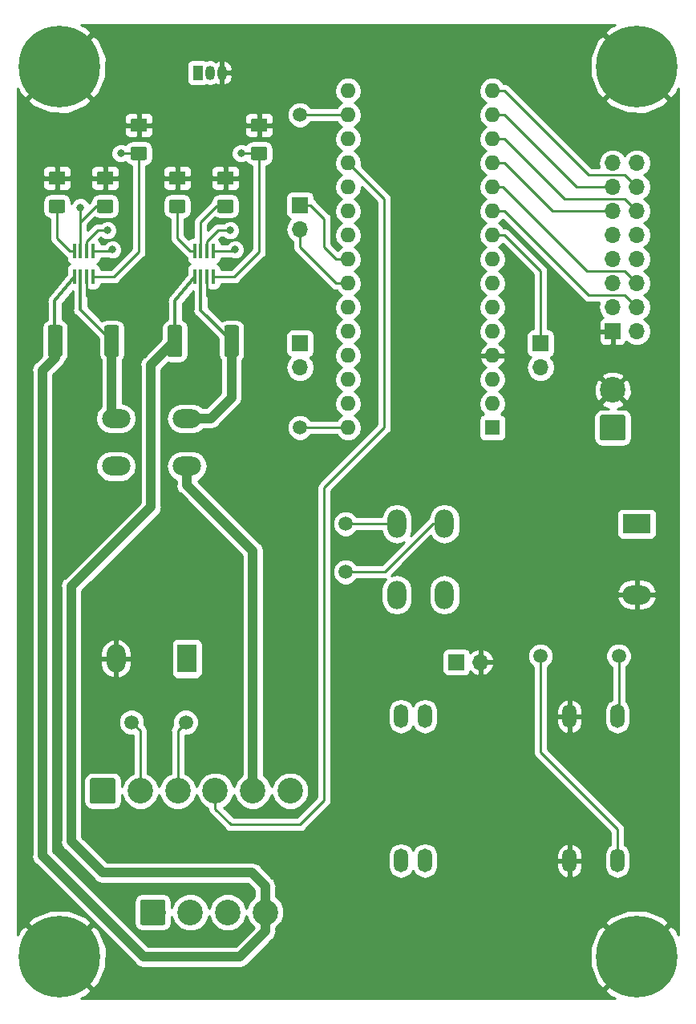
<source format=gbr>
G04 #@! TF.GenerationSoftware,KiCad,Pcbnew,(5.0.2)-1*
G04 #@! TF.CreationDate,2019-03-19T15:18:45-05:00*
G04 #@! TF.ProjectId,10MHz-Rb-Ref,31304d48-7a2d-4526-922d-5265662e6b69,rev?*
G04 #@! TF.SameCoordinates,Original*
G04 #@! TF.FileFunction,Copper,L1,Top*
G04 #@! TF.FilePolarity,Positive*
%FSLAX46Y46*%
G04 Gerber Fmt 4.6, Leading zero omitted, Abs format (unit mm)*
G04 Created by KiCad (PCBNEW (5.0.2)-1) date 3/19/2019 3:18:45 PM*
%MOMM*%
%LPD*%
G01*
G04 APERTURE LIST*
G04 #@! TA.AperFunction,Conductor*
%ADD10C,0.100000*%
G04 #@! TD*
G04 #@! TA.AperFunction,ComponentPad*
%ADD11C,2.700000*%
G04 #@! TD*
G04 #@! TA.AperFunction,ComponentPad*
%ADD12O,1.500000X2.500000*%
G04 #@! TD*
G04 #@! TA.AperFunction,ComponentPad*
%ADD13R,1.600000X1.600000*%
G04 #@! TD*
G04 #@! TA.AperFunction,ComponentPad*
%ADD14O,1.600000X1.600000*%
G04 #@! TD*
G04 #@! TA.AperFunction,SMDPad,CuDef*
%ADD15C,1.425000*%
G04 #@! TD*
G04 #@! TA.AperFunction,SMDPad,CuDef*
%ADD16C,1.525000*%
G04 #@! TD*
G04 #@! TA.AperFunction,ComponentPad*
%ADD17R,2.000000X3.000000*%
G04 #@! TD*
G04 #@! TA.AperFunction,ComponentPad*
%ADD18O,2.000000X3.000000*%
G04 #@! TD*
G04 #@! TA.AperFunction,ComponentPad*
%ADD19O,3.000000X2.000000*%
G04 #@! TD*
G04 #@! TA.AperFunction,ComponentPad*
%ADD20R,3.000000X2.000000*%
G04 #@! TD*
G04 #@! TA.AperFunction,BGAPad,CuDef*
%ADD21C,1.500000*%
G04 #@! TD*
G04 #@! TA.AperFunction,SMDPad,CuDef*
%ADD22R,0.400000X1.560000*%
G04 #@! TD*
G04 #@! TA.AperFunction,ComponentPad*
%ADD23C,8.600000*%
G04 #@! TD*
G04 #@! TA.AperFunction,ComponentPad*
%ADD24R,1.700000X1.700000*%
G04 #@! TD*
G04 #@! TA.AperFunction,ComponentPad*
%ADD25O,1.700000X1.700000*%
G04 #@! TD*
G04 #@! TA.AperFunction,ComponentPad*
%ADD26O,1.050000X1.500000*%
G04 #@! TD*
G04 #@! TA.AperFunction,ComponentPad*
%ADD27R,1.050000X1.500000*%
G04 #@! TD*
G04 #@! TA.AperFunction,ViaPad*
%ADD28C,0.800000*%
G04 #@! TD*
G04 #@! TA.AperFunction,Conductor*
%ADD29C,0.250000*%
G04 #@! TD*
G04 #@! TA.AperFunction,Conductor*
%ADD30C,1.000000*%
G04 #@! TD*
G04 #@! TA.AperFunction,Conductor*
%ADD31C,0.350000*%
G04 #@! TD*
G04 #@! TA.AperFunction,Conductor*
%ADD32C,0.254000*%
G04 #@! TD*
G04 APERTURE END LIST*
D10*
G04 #@! TO.N,/GND_24V*
G04 #@! TO.C,J2*
G36*
X56496503Y-133525204D02*
X56520772Y-133528804D01*
X56544570Y-133534765D01*
X56567670Y-133543030D01*
X56589849Y-133553520D01*
X56610892Y-133566133D01*
X56630598Y-133580748D01*
X56648776Y-133597224D01*
X56665252Y-133615402D01*
X56679867Y-133635108D01*
X56692480Y-133656151D01*
X56702970Y-133678330D01*
X56711235Y-133701430D01*
X56717196Y-133725228D01*
X56720796Y-133749497D01*
X56722000Y-133774001D01*
X56722000Y-135973999D01*
X56720796Y-135998503D01*
X56717196Y-136022772D01*
X56711235Y-136046570D01*
X56702970Y-136069670D01*
X56692480Y-136091849D01*
X56679867Y-136112892D01*
X56665252Y-136132598D01*
X56648776Y-136150776D01*
X56630598Y-136167252D01*
X56610892Y-136181867D01*
X56589849Y-136194480D01*
X56567670Y-136204970D01*
X56544570Y-136213235D01*
X56520772Y-136219196D01*
X56496503Y-136222796D01*
X56471999Y-136224000D01*
X54272001Y-136224000D01*
X54247497Y-136222796D01*
X54223228Y-136219196D01*
X54199430Y-136213235D01*
X54176330Y-136204970D01*
X54154151Y-136194480D01*
X54133108Y-136181867D01*
X54113402Y-136167252D01*
X54095224Y-136150776D01*
X54078748Y-136132598D01*
X54064133Y-136112892D01*
X54051520Y-136091849D01*
X54041030Y-136069670D01*
X54032765Y-136046570D01*
X54026804Y-136022772D01*
X54023204Y-135998503D01*
X54022000Y-135973999D01*
X54022000Y-133774001D01*
X54023204Y-133749497D01*
X54026804Y-133725228D01*
X54032765Y-133701430D01*
X54041030Y-133678330D01*
X54051520Y-133656151D01*
X54064133Y-133635108D01*
X54078748Y-133615402D01*
X54095224Y-133597224D01*
X54113402Y-133580748D01*
X54133108Y-133566133D01*
X54154151Y-133553520D01*
X54176330Y-133543030D01*
X54199430Y-133534765D01*
X54223228Y-133528804D01*
X54247497Y-133525204D01*
X54272001Y-133524000D01*
X56471999Y-133524000D01*
X56496503Y-133525204D01*
X56496503Y-133525204D01*
G37*
D11*
G04 #@! TD*
G04 #@! TO.P,J2,1*
G04 #@! TO.N,/GND_24V*
X55372000Y-134874000D03*
G04 #@! TO.P,J2,2*
G04 #@! TO.N,/EFR_XTAL*
X59332000Y-134874000D03*
G04 #@! TO.P,J2,3*
G04 #@! TO.N,/EFR_LAMP*
X63292000Y-134874000D03*
G04 #@! TO.P,J2,4*
G04 #@! TO.N,/EFR_FREQ*
X67252000Y-134874000D03*
G04 #@! TO.P,J2,5*
G04 #@! TO.N,/EFT_24V_SYS*
X71212000Y-134874000D03*
G04 #@! TO.P,J2,6*
G04 #@! TO.N,/EFT_24V_HEAT*
X75172000Y-134874000D03*
G04 #@! TD*
D12*
G04 #@! TO.P,U1,2*
G04 #@! TO.N,Net-(J1-Pad2)*
X86868000Y-142240000D03*
G04 #@! TO.P,U1,9*
G04 #@! TO.N,GND*
X104648000Y-142240000D03*
G04 #@! TO.P,U1,11*
G04 #@! TO.N,Net-(TP1-Pad1)*
X109728000Y-142240000D03*
G04 #@! TO.P,U1,14*
G04 #@! TO.N,+5V*
X109728000Y-127000000D03*
G04 #@! TO.P,U1,16*
G04 #@! TO.N,GND*
X104648000Y-127000000D03*
G04 #@! TO.P,U1,23*
G04 #@! TO.N,Net-(J1-Pad3)*
X86868000Y-127000000D03*
G04 #@! TO.P,U1,3*
G04 #@! TO.N,Net-(J1-Pad2)*
X89408000Y-142240000D03*
G04 #@! TO.P,U1,22*
G04 #@! TO.N,Net-(J1-Pad3)*
X89408000Y-127000000D03*
G04 #@! TD*
D13*
G04 #@! TO.P,A1,1*
G04 #@! TO.N,N/C*
X96520000Y-96520000D03*
D14*
G04 #@! TO.P,A1,17*
G04 #@! TO.N,Net-(A1-Pad17)*
X81280000Y-63500000D03*
G04 #@! TO.P,A1,2*
G04 #@! TO.N,N/C*
X96520000Y-93980000D03*
G04 #@! TO.P,A1,18*
X81280000Y-66040000D03*
G04 #@! TO.P,A1,3*
X96520000Y-91440000D03*
G04 #@! TO.P,A1,19*
G04 #@! TO.N,/EFR_FREQ*
X81280000Y-68580000D03*
G04 #@! TO.P,A1,4*
G04 #@! TO.N,GND*
X96520000Y-88900000D03*
G04 #@! TO.P,A1,20*
G04 #@! TO.N,Net-(A1-Pad20)*
X81280000Y-71120000D03*
G04 #@! TO.P,A1,5*
G04 #@! TO.N,/RELAY_PWR*
X96520000Y-86360000D03*
G04 #@! TO.P,A1,21*
G04 #@! TO.N,N/C*
X81280000Y-73660000D03*
G04 #@! TO.P,A1,6*
G04 #@! TO.N,Net-(A1-Pad6)*
X96520000Y-83820000D03*
G04 #@! TO.P,A1,22*
G04 #@! TO.N,N/C*
X81280000Y-76200000D03*
G04 #@! TO.P,A1,7*
G04 #@! TO.N,/MICRO_D4*
X96520000Y-81280000D03*
G04 #@! TO.P,A1,23*
G04 #@! TO.N,/SDA*
X81280000Y-78740000D03*
G04 #@! TO.P,A1,8*
G04 #@! TO.N,/MICRO_D5*
X96520000Y-78740000D03*
G04 #@! TO.P,A1,24*
G04 #@! TO.N,/SCL*
X81280000Y-81280000D03*
G04 #@! TO.P,A1,9*
G04 #@! TO.N,/MICRO_D6*
X96520000Y-76200000D03*
G04 #@! TO.P,A1,25*
G04 #@! TO.N,N/C*
X81280000Y-83820000D03*
G04 #@! TO.P,A1,10*
G04 #@! TO.N,/MICRO_D7*
X96520000Y-73660000D03*
G04 #@! TO.P,A1,26*
G04 #@! TO.N,N/C*
X81280000Y-86360000D03*
G04 #@! TO.P,A1,11*
G04 #@! TO.N,/MICRO_D8*
X96520000Y-71120000D03*
G04 #@! TO.P,A1,27*
G04 #@! TO.N,+5V*
X81280000Y-88900000D03*
G04 #@! TO.P,A1,12*
G04 #@! TO.N,/MICRO_D9*
X96520000Y-68580000D03*
G04 #@! TO.P,A1,28*
G04 #@! TO.N,N/C*
X81280000Y-91440000D03*
G04 #@! TO.P,A1,13*
G04 #@! TO.N,/MICRO_D10*
X96520000Y-66040000D03*
G04 #@! TO.P,A1,29*
G04 #@! TO.N,N/C*
X81280000Y-93980000D03*
G04 #@! TO.P,A1,14*
G04 #@! TO.N,/MICRO_D11*
X96520000Y-63500000D03*
G04 #@! TO.P,A1,30*
G04 #@! TO.N,Net-(A1-Pad30)*
X81280000Y-96520000D03*
G04 #@! TO.P,A1,15*
G04 #@! TO.N,/MICRO_D12*
X96520000Y-60960000D03*
G04 #@! TO.P,A1,16*
G04 #@! TO.N,N/C*
X81280000Y-60960000D03*
G04 #@! TD*
D10*
G04 #@! TO.N,GND*
G04 #@! TO.C,C1*
G36*
X72531504Y-63877704D02*
X72555773Y-63881304D01*
X72579571Y-63887265D01*
X72602671Y-63895530D01*
X72624849Y-63906020D01*
X72645893Y-63918633D01*
X72665598Y-63933247D01*
X72683777Y-63949723D01*
X72700253Y-63967902D01*
X72714867Y-63987607D01*
X72727480Y-64008651D01*
X72737970Y-64030829D01*
X72746235Y-64053929D01*
X72752196Y-64077727D01*
X72755796Y-64101996D01*
X72757000Y-64126500D01*
X72757000Y-65051500D01*
X72755796Y-65076004D01*
X72752196Y-65100273D01*
X72746235Y-65124071D01*
X72737970Y-65147171D01*
X72727480Y-65169349D01*
X72714867Y-65190393D01*
X72700253Y-65210098D01*
X72683777Y-65228277D01*
X72665598Y-65244753D01*
X72645893Y-65259367D01*
X72624849Y-65271980D01*
X72602671Y-65282470D01*
X72579571Y-65290735D01*
X72555773Y-65296696D01*
X72531504Y-65300296D01*
X72507000Y-65301500D01*
X71257000Y-65301500D01*
X71232496Y-65300296D01*
X71208227Y-65296696D01*
X71184429Y-65290735D01*
X71161329Y-65282470D01*
X71139151Y-65271980D01*
X71118107Y-65259367D01*
X71098402Y-65244753D01*
X71080223Y-65228277D01*
X71063747Y-65210098D01*
X71049133Y-65190393D01*
X71036520Y-65169349D01*
X71026030Y-65147171D01*
X71017765Y-65124071D01*
X71011804Y-65100273D01*
X71008204Y-65076004D01*
X71007000Y-65051500D01*
X71007000Y-64126500D01*
X71008204Y-64101996D01*
X71011804Y-64077727D01*
X71017765Y-64053929D01*
X71026030Y-64030829D01*
X71036520Y-64008651D01*
X71049133Y-63987607D01*
X71063747Y-63967902D01*
X71080223Y-63949723D01*
X71098402Y-63933247D01*
X71118107Y-63918633D01*
X71139151Y-63906020D01*
X71161329Y-63895530D01*
X71184429Y-63887265D01*
X71208227Y-63881304D01*
X71232496Y-63877704D01*
X71257000Y-63876500D01*
X72507000Y-63876500D01*
X72531504Y-63877704D01*
X72531504Y-63877704D01*
G37*
D15*
G04 #@! TD*
G04 #@! TO.P,C1,2*
G04 #@! TO.N,GND*
X71882000Y-64589000D03*
D10*
G04 #@! TO.N,+5V*
G04 #@! TO.C,C1*
G36*
X72531504Y-66852704D02*
X72555773Y-66856304D01*
X72579571Y-66862265D01*
X72602671Y-66870530D01*
X72624849Y-66881020D01*
X72645893Y-66893633D01*
X72665598Y-66908247D01*
X72683777Y-66924723D01*
X72700253Y-66942902D01*
X72714867Y-66962607D01*
X72727480Y-66983651D01*
X72737970Y-67005829D01*
X72746235Y-67028929D01*
X72752196Y-67052727D01*
X72755796Y-67076996D01*
X72757000Y-67101500D01*
X72757000Y-68026500D01*
X72755796Y-68051004D01*
X72752196Y-68075273D01*
X72746235Y-68099071D01*
X72737970Y-68122171D01*
X72727480Y-68144349D01*
X72714867Y-68165393D01*
X72700253Y-68185098D01*
X72683777Y-68203277D01*
X72665598Y-68219753D01*
X72645893Y-68234367D01*
X72624849Y-68246980D01*
X72602671Y-68257470D01*
X72579571Y-68265735D01*
X72555773Y-68271696D01*
X72531504Y-68275296D01*
X72507000Y-68276500D01*
X71257000Y-68276500D01*
X71232496Y-68275296D01*
X71208227Y-68271696D01*
X71184429Y-68265735D01*
X71161329Y-68257470D01*
X71139151Y-68246980D01*
X71118107Y-68234367D01*
X71098402Y-68219753D01*
X71080223Y-68203277D01*
X71063747Y-68185098D01*
X71049133Y-68165393D01*
X71036520Y-68144349D01*
X71026030Y-68122171D01*
X71017765Y-68099071D01*
X71011804Y-68075273D01*
X71008204Y-68051004D01*
X71007000Y-68026500D01*
X71007000Y-67101500D01*
X71008204Y-67076996D01*
X71011804Y-67052727D01*
X71017765Y-67028929D01*
X71026030Y-67005829D01*
X71036520Y-66983651D01*
X71049133Y-66962607D01*
X71063747Y-66942902D01*
X71080223Y-66924723D01*
X71098402Y-66908247D01*
X71118107Y-66893633D01*
X71139151Y-66881020D01*
X71161329Y-66870530D01*
X71184429Y-66862265D01*
X71208227Y-66856304D01*
X71232496Y-66852704D01*
X71257000Y-66851500D01*
X72507000Y-66851500D01*
X72531504Y-66852704D01*
X72531504Y-66852704D01*
G37*
D15*
G04 #@! TD*
G04 #@! TO.P,C1,1*
G04 #@! TO.N,+5V*
X71882000Y-67564000D03*
D10*
G04 #@! TO.N,+5V*
G04 #@! TO.C,C2*
G36*
X59831504Y-66852704D02*
X59855773Y-66856304D01*
X59879571Y-66862265D01*
X59902671Y-66870530D01*
X59924849Y-66881020D01*
X59945893Y-66893633D01*
X59965598Y-66908247D01*
X59983777Y-66924723D01*
X60000253Y-66942902D01*
X60014867Y-66962607D01*
X60027480Y-66983651D01*
X60037970Y-67005829D01*
X60046235Y-67028929D01*
X60052196Y-67052727D01*
X60055796Y-67076996D01*
X60057000Y-67101500D01*
X60057000Y-68026500D01*
X60055796Y-68051004D01*
X60052196Y-68075273D01*
X60046235Y-68099071D01*
X60037970Y-68122171D01*
X60027480Y-68144349D01*
X60014867Y-68165393D01*
X60000253Y-68185098D01*
X59983777Y-68203277D01*
X59965598Y-68219753D01*
X59945893Y-68234367D01*
X59924849Y-68246980D01*
X59902671Y-68257470D01*
X59879571Y-68265735D01*
X59855773Y-68271696D01*
X59831504Y-68275296D01*
X59807000Y-68276500D01*
X58557000Y-68276500D01*
X58532496Y-68275296D01*
X58508227Y-68271696D01*
X58484429Y-68265735D01*
X58461329Y-68257470D01*
X58439151Y-68246980D01*
X58418107Y-68234367D01*
X58398402Y-68219753D01*
X58380223Y-68203277D01*
X58363747Y-68185098D01*
X58349133Y-68165393D01*
X58336520Y-68144349D01*
X58326030Y-68122171D01*
X58317765Y-68099071D01*
X58311804Y-68075273D01*
X58308204Y-68051004D01*
X58307000Y-68026500D01*
X58307000Y-67101500D01*
X58308204Y-67076996D01*
X58311804Y-67052727D01*
X58317765Y-67028929D01*
X58326030Y-67005829D01*
X58336520Y-66983651D01*
X58349133Y-66962607D01*
X58363747Y-66942902D01*
X58380223Y-66924723D01*
X58398402Y-66908247D01*
X58418107Y-66893633D01*
X58439151Y-66881020D01*
X58461329Y-66870530D01*
X58484429Y-66862265D01*
X58508227Y-66856304D01*
X58532496Y-66852704D01*
X58557000Y-66851500D01*
X59807000Y-66851500D01*
X59831504Y-66852704D01*
X59831504Y-66852704D01*
G37*
D15*
G04 #@! TD*
G04 #@! TO.P,C2,1*
G04 #@! TO.N,+5V*
X59182000Y-67564000D03*
D10*
G04 #@! TO.N,GND*
G04 #@! TO.C,C2*
G36*
X59831504Y-63877704D02*
X59855773Y-63881304D01*
X59879571Y-63887265D01*
X59902671Y-63895530D01*
X59924849Y-63906020D01*
X59945893Y-63918633D01*
X59965598Y-63933247D01*
X59983777Y-63949723D01*
X60000253Y-63967902D01*
X60014867Y-63987607D01*
X60027480Y-64008651D01*
X60037970Y-64030829D01*
X60046235Y-64053929D01*
X60052196Y-64077727D01*
X60055796Y-64101996D01*
X60057000Y-64126500D01*
X60057000Y-65051500D01*
X60055796Y-65076004D01*
X60052196Y-65100273D01*
X60046235Y-65124071D01*
X60037970Y-65147171D01*
X60027480Y-65169349D01*
X60014867Y-65190393D01*
X60000253Y-65210098D01*
X59983777Y-65228277D01*
X59965598Y-65244753D01*
X59945893Y-65259367D01*
X59924849Y-65271980D01*
X59902671Y-65282470D01*
X59879571Y-65290735D01*
X59855773Y-65296696D01*
X59831504Y-65300296D01*
X59807000Y-65301500D01*
X58557000Y-65301500D01*
X58532496Y-65300296D01*
X58508227Y-65296696D01*
X58484429Y-65290735D01*
X58461329Y-65282470D01*
X58439151Y-65271980D01*
X58418107Y-65259367D01*
X58398402Y-65244753D01*
X58380223Y-65228277D01*
X58363747Y-65210098D01*
X58349133Y-65190393D01*
X58336520Y-65169349D01*
X58326030Y-65147171D01*
X58317765Y-65124071D01*
X58311804Y-65100273D01*
X58308204Y-65076004D01*
X58307000Y-65051500D01*
X58307000Y-64126500D01*
X58308204Y-64101996D01*
X58311804Y-64077727D01*
X58317765Y-64053929D01*
X58326030Y-64030829D01*
X58336520Y-64008651D01*
X58349133Y-63987607D01*
X58363747Y-63967902D01*
X58380223Y-63949723D01*
X58398402Y-63933247D01*
X58418107Y-63918633D01*
X58439151Y-63906020D01*
X58461329Y-63895530D01*
X58484429Y-63887265D01*
X58508227Y-63881304D01*
X58532496Y-63877704D01*
X58557000Y-63876500D01*
X59807000Y-63876500D01*
X59831504Y-63877704D01*
X59831504Y-63877704D01*
G37*
D15*
G04 #@! TD*
G04 #@! TO.P,C2,2*
G04 #@! TO.N,GND*
X59182000Y-64589000D03*
D10*
G04 #@! TO.N,/GND_24V*
G04 #@! TO.C,J1*
G36*
X61784503Y-146352204D02*
X61808772Y-146355804D01*
X61832570Y-146361765D01*
X61855670Y-146370030D01*
X61877849Y-146380520D01*
X61898892Y-146393133D01*
X61918598Y-146407748D01*
X61936776Y-146424224D01*
X61953252Y-146442402D01*
X61967867Y-146462108D01*
X61980480Y-146483151D01*
X61990970Y-146505330D01*
X61999235Y-146528430D01*
X62005196Y-146552228D01*
X62008796Y-146576497D01*
X62010000Y-146601001D01*
X62010000Y-148800999D01*
X62008796Y-148825503D01*
X62005196Y-148849772D01*
X61999235Y-148873570D01*
X61990970Y-148896670D01*
X61980480Y-148918849D01*
X61967867Y-148939892D01*
X61953252Y-148959598D01*
X61936776Y-148977776D01*
X61918598Y-148994252D01*
X61898892Y-149008867D01*
X61877849Y-149021480D01*
X61855670Y-149031970D01*
X61832570Y-149040235D01*
X61808772Y-149046196D01*
X61784503Y-149049796D01*
X61759999Y-149051000D01*
X59560001Y-149051000D01*
X59535497Y-149049796D01*
X59511228Y-149046196D01*
X59487430Y-149040235D01*
X59464330Y-149031970D01*
X59442151Y-149021480D01*
X59421108Y-149008867D01*
X59401402Y-148994252D01*
X59383224Y-148977776D01*
X59366748Y-148959598D01*
X59352133Y-148939892D01*
X59339520Y-148918849D01*
X59329030Y-148896670D01*
X59320765Y-148873570D01*
X59314804Y-148849772D01*
X59311204Y-148825503D01*
X59310000Y-148800999D01*
X59310000Y-146601001D01*
X59311204Y-146576497D01*
X59314804Y-146552228D01*
X59320765Y-146528430D01*
X59329030Y-146505330D01*
X59339520Y-146483151D01*
X59352133Y-146462108D01*
X59366748Y-146442402D01*
X59383224Y-146424224D01*
X59401402Y-146407748D01*
X59421108Y-146393133D01*
X59442151Y-146380520D01*
X59464330Y-146370030D01*
X59487430Y-146361765D01*
X59511228Y-146355804D01*
X59535497Y-146352204D01*
X59560001Y-146351000D01*
X61759999Y-146351000D01*
X61784503Y-146352204D01*
X61784503Y-146352204D01*
G37*
D11*
G04 #@! TD*
G04 #@! TO.P,J1,1*
G04 #@! TO.N,/GND_24V*
X60660000Y-147701000D03*
G04 #@! TO.P,J1,2*
G04 #@! TO.N,Net-(J1-Pad2)*
X64620000Y-147701000D03*
G04 #@! TO.P,J1,3*
G04 #@! TO.N,Net-(J1-Pad3)*
X68580000Y-147701000D03*
G04 #@! TO.P,J1,4*
G04 #@! TO.N,/VCC_24V*
X72540000Y-147701000D03*
G04 #@! TD*
D10*
G04 #@! TO.N,Net-(M1-Pad1)*
G04 #@! TO.C,M1*
G36*
X110344503Y-95171204D02*
X110368772Y-95174804D01*
X110392570Y-95180765D01*
X110415670Y-95189030D01*
X110437849Y-95199520D01*
X110458892Y-95212133D01*
X110478598Y-95226748D01*
X110496776Y-95243224D01*
X110513252Y-95261402D01*
X110527867Y-95281108D01*
X110540480Y-95302151D01*
X110550970Y-95324330D01*
X110559235Y-95347430D01*
X110565196Y-95371228D01*
X110568796Y-95395497D01*
X110570000Y-95420001D01*
X110570000Y-97619999D01*
X110568796Y-97644503D01*
X110565196Y-97668772D01*
X110559235Y-97692570D01*
X110550970Y-97715670D01*
X110540480Y-97737849D01*
X110527867Y-97758892D01*
X110513252Y-97778598D01*
X110496776Y-97796776D01*
X110478598Y-97813252D01*
X110458892Y-97827867D01*
X110437849Y-97840480D01*
X110415670Y-97850970D01*
X110392570Y-97859235D01*
X110368772Y-97865196D01*
X110344503Y-97868796D01*
X110319999Y-97870000D01*
X108120001Y-97870000D01*
X108095497Y-97868796D01*
X108071228Y-97865196D01*
X108047430Y-97859235D01*
X108024330Y-97850970D01*
X108002151Y-97840480D01*
X107981108Y-97827867D01*
X107961402Y-97813252D01*
X107943224Y-97796776D01*
X107926748Y-97778598D01*
X107912133Y-97758892D01*
X107899520Y-97737849D01*
X107889030Y-97715670D01*
X107880765Y-97692570D01*
X107874804Y-97668772D01*
X107871204Y-97644503D01*
X107870000Y-97619999D01*
X107870000Y-95420001D01*
X107871204Y-95395497D01*
X107874804Y-95371228D01*
X107880765Y-95347430D01*
X107889030Y-95324330D01*
X107899520Y-95302151D01*
X107912133Y-95281108D01*
X107926748Y-95261402D01*
X107943224Y-95243224D01*
X107961402Y-95226748D01*
X107981108Y-95212133D01*
X108002151Y-95199520D01*
X108024330Y-95189030D01*
X108047430Y-95180765D01*
X108071228Y-95174804D01*
X108095497Y-95171204D01*
X108120001Y-95170000D01*
X110319999Y-95170000D01*
X110344503Y-95171204D01*
X110344503Y-95171204D01*
G37*
D11*
G04 #@! TD*
G04 #@! TO.P,M1,1*
G04 #@! TO.N,Net-(M1-Pad1)*
X109220000Y-96520000D03*
G04 #@! TO.P,M1,2*
G04 #@! TO.N,GND*
X109220000Y-92560000D03*
G04 #@! TD*
D10*
G04 #@! TO.N,Net-(R1-Pad1)*
G04 #@! TO.C,R1*
G36*
X68975504Y-72440704D02*
X68999773Y-72444304D01*
X69023571Y-72450265D01*
X69046671Y-72458530D01*
X69068849Y-72469020D01*
X69089893Y-72481633D01*
X69109598Y-72496247D01*
X69127777Y-72512723D01*
X69144253Y-72530902D01*
X69158867Y-72550607D01*
X69171480Y-72571651D01*
X69181970Y-72593829D01*
X69190235Y-72616929D01*
X69196196Y-72640727D01*
X69199796Y-72664996D01*
X69201000Y-72689500D01*
X69201000Y-73614500D01*
X69199796Y-73639004D01*
X69196196Y-73663273D01*
X69190235Y-73687071D01*
X69181970Y-73710171D01*
X69171480Y-73732349D01*
X69158867Y-73753393D01*
X69144253Y-73773098D01*
X69127777Y-73791277D01*
X69109598Y-73807753D01*
X69089893Y-73822367D01*
X69068849Y-73834980D01*
X69046671Y-73845470D01*
X69023571Y-73853735D01*
X68999773Y-73859696D01*
X68975504Y-73863296D01*
X68951000Y-73864500D01*
X67701000Y-73864500D01*
X67676496Y-73863296D01*
X67652227Y-73859696D01*
X67628429Y-73853735D01*
X67605329Y-73845470D01*
X67583151Y-73834980D01*
X67562107Y-73822367D01*
X67542402Y-73807753D01*
X67524223Y-73791277D01*
X67507747Y-73773098D01*
X67493133Y-73753393D01*
X67480520Y-73732349D01*
X67470030Y-73710171D01*
X67461765Y-73687071D01*
X67455804Y-73663273D01*
X67452204Y-73639004D01*
X67451000Y-73614500D01*
X67451000Y-72689500D01*
X67452204Y-72664996D01*
X67455804Y-72640727D01*
X67461765Y-72616929D01*
X67470030Y-72593829D01*
X67480520Y-72571651D01*
X67493133Y-72550607D01*
X67507747Y-72530902D01*
X67524223Y-72512723D01*
X67542402Y-72496247D01*
X67562107Y-72481633D01*
X67583151Y-72469020D01*
X67605329Y-72458530D01*
X67628429Y-72450265D01*
X67652227Y-72444304D01*
X67676496Y-72440704D01*
X67701000Y-72439500D01*
X68951000Y-72439500D01*
X68975504Y-72440704D01*
X68975504Y-72440704D01*
G37*
D15*
G04 #@! TD*
G04 #@! TO.P,R1,1*
G04 #@! TO.N,Net-(R1-Pad1)*
X68326000Y-73152000D03*
D10*
G04 #@! TO.N,GND*
G04 #@! TO.C,R1*
G36*
X68975504Y-69465704D02*
X68999773Y-69469304D01*
X69023571Y-69475265D01*
X69046671Y-69483530D01*
X69068849Y-69494020D01*
X69089893Y-69506633D01*
X69109598Y-69521247D01*
X69127777Y-69537723D01*
X69144253Y-69555902D01*
X69158867Y-69575607D01*
X69171480Y-69596651D01*
X69181970Y-69618829D01*
X69190235Y-69641929D01*
X69196196Y-69665727D01*
X69199796Y-69689996D01*
X69201000Y-69714500D01*
X69201000Y-70639500D01*
X69199796Y-70664004D01*
X69196196Y-70688273D01*
X69190235Y-70712071D01*
X69181970Y-70735171D01*
X69171480Y-70757349D01*
X69158867Y-70778393D01*
X69144253Y-70798098D01*
X69127777Y-70816277D01*
X69109598Y-70832753D01*
X69089893Y-70847367D01*
X69068849Y-70859980D01*
X69046671Y-70870470D01*
X69023571Y-70878735D01*
X68999773Y-70884696D01*
X68975504Y-70888296D01*
X68951000Y-70889500D01*
X67701000Y-70889500D01*
X67676496Y-70888296D01*
X67652227Y-70884696D01*
X67628429Y-70878735D01*
X67605329Y-70870470D01*
X67583151Y-70859980D01*
X67562107Y-70847367D01*
X67542402Y-70832753D01*
X67524223Y-70816277D01*
X67507747Y-70798098D01*
X67493133Y-70778393D01*
X67480520Y-70757349D01*
X67470030Y-70735171D01*
X67461765Y-70712071D01*
X67455804Y-70688273D01*
X67452204Y-70664004D01*
X67451000Y-70639500D01*
X67451000Y-69714500D01*
X67452204Y-69689996D01*
X67455804Y-69665727D01*
X67461765Y-69641929D01*
X67470030Y-69618829D01*
X67480520Y-69596651D01*
X67493133Y-69575607D01*
X67507747Y-69555902D01*
X67524223Y-69537723D01*
X67542402Y-69521247D01*
X67562107Y-69506633D01*
X67583151Y-69494020D01*
X67605329Y-69483530D01*
X67628429Y-69475265D01*
X67652227Y-69469304D01*
X67676496Y-69465704D01*
X67701000Y-69464500D01*
X68951000Y-69464500D01*
X68975504Y-69465704D01*
X68975504Y-69465704D01*
G37*
D15*
G04 #@! TD*
G04 #@! TO.P,R1,2*
G04 #@! TO.N,GND*
X68326000Y-70177000D03*
D10*
G04 #@! TO.N,GND*
G04 #@! TO.C,R2*
G36*
X63895504Y-69465704D02*
X63919773Y-69469304D01*
X63943571Y-69475265D01*
X63966671Y-69483530D01*
X63988849Y-69494020D01*
X64009893Y-69506633D01*
X64029598Y-69521247D01*
X64047777Y-69537723D01*
X64064253Y-69555902D01*
X64078867Y-69575607D01*
X64091480Y-69596651D01*
X64101970Y-69618829D01*
X64110235Y-69641929D01*
X64116196Y-69665727D01*
X64119796Y-69689996D01*
X64121000Y-69714500D01*
X64121000Y-70639500D01*
X64119796Y-70664004D01*
X64116196Y-70688273D01*
X64110235Y-70712071D01*
X64101970Y-70735171D01*
X64091480Y-70757349D01*
X64078867Y-70778393D01*
X64064253Y-70798098D01*
X64047777Y-70816277D01*
X64029598Y-70832753D01*
X64009893Y-70847367D01*
X63988849Y-70859980D01*
X63966671Y-70870470D01*
X63943571Y-70878735D01*
X63919773Y-70884696D01*
X63895504Y-70888296D01*
X63871000Y-70889500D01*
X62621000Y-70889500D01*
X62596496Y-70888296D01*
X62572227Y-70884696D01*
X62548429Y-70878735D01*
X62525329Y-70870470D01*
X62503151Y-70859980D01*
X62482107Y-70847367D01*
X62462402Y-70832753D01*
X62444223Y-70816277D01*
X62427747Y-70798098D01*
X62413133Y-70778393D01*
X62400520Y-70757349D01*
X62390030Y-70735171D01*
X62381765Y-70712071D01*
X62375804Y-70688273D01*
X62372204Y-70664004D01*
X62371000Y-70639500D01*
X62371000Y-69714500D01*
X62372204Y-69689996D01*
X62375804Y-69665727D01*
X62381765Y-69641929D01*
X62390030Y-69618829D01*
X62400520Y-69596651D01*
X62413133Y-69575607D01*
X62427747Y-69555902D01*
X62444223Y-69537723D01*
X62462402Y-69521247D01*
X62482107Y-69506633D01*
X62503151Y-69494020D01*
X62525329Y-69483530D01*
X62548429Y-69475265D01*
X62572227Y-69469304D01*
X62596496Y-69465704D01*
X62621000Y-69464500D01*
X63871000Y-69464500D01*
X63895504Y-69465704D01*
X63895504Y-69465704D01*
G37*
D15*
G04 #@! TD*
G04 #@! TO.P,R2,2*
G04 #@! TO.N,GND*
X63246000Y-70177000D03*
D10*
G04 #@! TO.N,Net-(R2-Pad1)*
G04 #@! TO.C,R2*
G36*
X63895504Y-72440704D02*
X63919773Y-72444304D01*
X63943571Y-72450265D01*
X63966671Y-72458530D01*
X63988849Y-72469020D01*
X64009893Y-72481633D01*
X64029598Y-72496247D01*
X64047777Y-72512723D01*
X64064253Y-72530902D01*
X64078867Y-72550607D01*
X64091480Y-72571651D01*
X64101970Y-72593829D01*
X64110235Y-72616929D01*
X64116196Y-72640727D01*
X64119796Y-72664996D01*
X64121000Y-72689500D01*
X64121000Y-73614500D01*
X64119796Y-73639004D01*
X64116196Y-73663273D01*
X64110235Y-73687071D01*
X64101970Y-73710171D01*
X64091480Y-73732349D01*
X64078867Y-73753393D01*
X64064253Y-73773098D01*
X64047777Y-73791277D01*
X64029598Y-73807753D01*
X64009893Y-73822367D01*
X63988849Y-73834980D01*
X63966671Y-73845470D01*
X63943571Y-73853735D01*
X63919773Y-73859696D01*
X63895504Y-73863296D01*
X63871000Y-73864500D01*
X62621000Y-73864500D01*
X62596496Y-73863296D01*
X62572227Y-73859696D01*
X62548429Y-73853735D01*
X62525329Y-73845470D01*
X62503151Y-73834980D01*
X62482107Y-73822367D01*
X62462402Y-73807753D01*
X62444223Y-73791277D01*
X62427747Y-73773098D01*
X62413133Y-73753393D01*
X62400520Y-73732349D01*
X62390030Y-73710171D01*
X62381765Y-73687071D01*
X62375804Y-73663273D01*
X62372204Y-73639004D01*
X62371000Y-73614500D01*
X62371000Y-72689500D01*
X62372204Y-72664996D01*
X62375804Y-72640727D01*
X62381765Y-72616929D01*
X62390030Y-72593829D01*
X62400520Y-72571651D01*
X62413133Y-72550607D01*
X62427747Y-72530902D01*
X62444223Y-72512723D01*
X62462402Y-72496247D01*
X62482107Y-72481633D01*
X62503151Y-72469020D01*
X62525329Y-72458530D01*
X62548429Y-72450265D01*
X62572227Y-72444304D01*
X62596496Y-72440704D01*
X62621000Y-72439500D01*
X63871000Y-72439500D01*
X63895504Y-72440704D01*
X63895504Y-72440704D01*
G37*
D15*
G04 #@! TD*
G04 #@! TO.P,R2,1*
G04 #@! TO.N,Net-(R2-Pad1)*
X63246000Y-73152000D03*
D10*
G04 #@! TO.N,+5V*
G04 #@! TO.C,R4*
G36*
X56275504Y-72440704D02*
X56299773Y-72444304D01*
X56323571Y-72450265D01*
X56346671Y-72458530D01*
X56368849Y-72469020D01*
X56389893Y-72481633D01*
X56409598Y-72496247D01*
X56427777Y-72512723D01*
X56444253Y-72530902D01*
X56458867Y-72550607D01*
X56471480Y-72571651D01*
X56481970Y-72593829D01*
X56490235Y-72616929D01*
X56496196Y-72640727D01*
X56499796Y-72664996D01*
X56501000Y-72689500D01*
X56501000Y-73614500D01*
X56499796Y-73639004D01*
X56496196Y-73663273D01*
X56490235Y-73687071D01*
X56481970Y-73710171D01*
X56471480Y-73732349D01*
X56458867Y-73753393D01*
X56444253Y-73773098D01*
X56427777Y-73791277D01*
X56409598Y-73807753D01*
X56389893Y-73822367D01*
X56368849Y-73834980D01*
X56346671Y-73845470D01*
X56323571Y-73853735D01*
X56299773Y-73859696D01*
X56275504Y-73863296D01*
X56251000Y-73864500D01*
X55001000Y-73864500D01*
X54976496Y-73863296D01*
X54952227Y-73859696D01*
X54928429Y-73853735D01*
X54905329Y-73845470D01*
X54883151Y-73834980D01*
X54862107Y-73822367D01*
X54842402Y-73807753D01*
X54824223Y-73791277D01*
X54807747Y-73773098D01*
X54793133Y-73753393D01*
X54780520Y-73732349D01*
X54770030Y-73710171D01*
X54761765Y-73687071D01*
X54755804Y-73663273D01*
X54752204Y-73639004D01*
X54751000Y-73614500D01*
X54751000Y-72689500D01*
X54752204Y-72664996D01*
X54755804Y-72640727D01*
X54761765Y-72616929D01*
X54770030Y-72593829D01*
X54780520Y-72571651D01*
X54793133Y-72550607D01*
X54807747Y-72530902D01*
X54824223Y-72512723D01*
X54842402Y-72496247D01*
X54862107Y-72481633D01*
X54883151Y-72469020D01*
X54905329Y-72458530D01*
X54928429Y-72450265D01*
X54952227Y-72444304D01*
X54976496Y-72440704D01*
X55001000Y-72439500D01*
X56251000Y-72439500D01*
X56275504Y-72440704D01*
X56275504Y-72440704D01*
G37*
D15*
G04 #@! TD*
G04 #@! TO.P,R4,1*
G04 #@! TO.N,+5V*
X55626000Y-73152000D03*
D10*
G04 #@! TO.N,GND*
G04 #@! TO.C,R4*
G36*
X56275504Y-69465704D02*
X56299773Y-69469304D01*
X56323571Y-69475265D01*
X56346671Y-69483530D01*
X56368849Y-69494020D01*
X56389893Y-69506633D01*
X56409598Y-69521247D01*
X56427777Y-69537723D01*
X56444253Y-69555902D01*
X56458867Y-69575607D01*
X56471480Y-69596651D01*
X56481970Y-69618829D01*
X56490235Y-69641929D01*
X56496196Y-69665727D01*
X56499796Y-69689996D01*
X56501000Y-69714500D01*
X56501000Y-70639500D01*
X56499796Y-70664004D01*
X56496196Y-70688273D01*
X56490235Y-70712071D01*
X56481970Y-70735171D01*
X56471480Y-70757349D01*
X56458867Y-70778393D01*
X56444253Y-70798098D01*
X56427777Y-70816277D01*
X56409598Y-70832753D01*
X56389893Y-70847367D01*
X56368849Y-70859980D01*
X56346671Y-70870470D01*
X56323571Y-70878735D01*
X56299773Y-70884696D01*
X56275504Y-70888296D01*
X56251000Y-70889500D01*
X55001000Y-70889500D01*
X54976496Y-70888296D01*
X54952227Y-70884696D01*
X54928429Y-70878735D01*
X54905329Y-70870470D01*
X54883151Y-70859980D01*
X54862107Y-70847367D01*
X54842402Y-70832753D01*
X54824223Y-70816277D01*
X54807747Y-70798098D01*
X54793133Y-70778393D01*
X54780520Y-70757349D01*
X54770030Y-70735171D01*
X54761765Y-70712071D01*
X54755804Y-70688273D01*
X54752204Y-70664004D01*
X54751000Y-70639500D01*
X54751000Y-69714500D01*
X54752204Y-69689996D01*
X54755804Y-69665727D01*
X54761765Y-69641929D01*
X54770030Y-69618829D01*
X54780520Y-69596651D01*
X54793133Y-69575607D01*
X54807747Y-69555902D01*
X54824223Y-69537723D01*
X54842402Y-69521247D01*
X54862107Y-69506633D01*
X54883151Y-69494020D01*
X54905329Y-69483530D01*
X54928429Y-69475265D01*
X54952227Y-69469304D01*
X54976496Y-69465704D01*
X55001000Y-69464500D01*
X56251000Y-69464500D01*
X56275504Y-69465704D01*
X56275504Y-69465704D01*
G37*
D15*
G04 #@! TD*
G04 #@! TO.P,R4,2*
G04 #@! TO.N,GND*
X55626000Y-70177000D03*
D10*
G04 #@! TO.N,Net-(R6-Pad2)*
G04 #@! TO.C,R6*
G36*
X56864505Y-85702204D02*
X56888773Y-85705804D01*
X56912572Y-85711765D01*
X56935671Y-85720030D01*
X56957850Y-85730520D01*
X56978893Y-85743132D01*
X56998599Y-85757747D01*
X57016777Y-85774223D01*
X57033253Y-85792401D01*
X57047868Y-85812107D01*
X57060480Y-85833150D01*
X57070970Y-85855329D01*
X57079235Y-85878428D01*
X57085196Y-85902227D01*
X57088796Y-85926495D01*
X57090000Y-85950999D01*
X57090000Y-88801001D01*
X57088796Y-88825505D01*
X57085196Y-88849773D01*
X57079235Y-88873572D01*
X57070970Y-88896671D01*
X57060480Y-88918850D01*
X57047868Y-88939893D01*
X57033253Y-88959599D01*
X57016777Y-88977777D01*
X56998599Y-88994253D01*
X56978893Y-89008868D01*
X56957850Y-89021480D01*
X56935671Y-89031970D01*
X56912572Y-89040235D01*
X56888773Y-89046196D01*
X56864505Y-89049796D01*
X56840001Y-89051000D01*
X55814999Y-89051000D01*
X55790495Y-89049796D01*
X55766227Y-89046196D01*
X55742428Y-89040235D01*
X55719329Y-89031970D01*
X55697150Y-89021480D01*
X55676107Y-89008868D01*
X55656401Y-88994253D01*
X55638223Y-88977777D01*
X55621747Y-88959599D01*
X55607132Y-88939893D01*
X55594520Y-88918850D01*
X55584030Y-88896671D01*
X55575765Y-88873572D01*
X55569804Y-88849773D01*
X55566204Y-88825505D01*
X55565000Y-88801001D01*
X55565000Y-85950999D01*
X55566204Y-85926495D01*
X55569804Y-85902227D01*
X55575765Y-85878428D01*
X55584030Y-85855329D01*
X55594520Y-85833150D01*
X55607132Y-85812107D01*
X55621747Y-85792401D01*
X55638223Y-85774223D01*
X55656401Y-85757747D01*
X55676107Y-85743132D01*
X55697150Y-85730520D01*
X55719329Y-85720030D01*
X55742428Y-85711765D01*
X55766227Y-85705804D01*
X55790495Y-85702204D01*
X55814999Y-85701000D01*
X56840001Y-85701000D01*
X56864505Y-85702204D01*
X56864505Y-85702204D01*
G37*
D16*
G04 #@! TD*
G04 #@! TO.P,R6,2*
G04 #@! TO.N,Net-(R6-Pad2)*
X56327500Y-87376000D03*
D10*
G04 #@! TO.N,/VCC_24V*
G04 #@! TO.C,R6*
G36*
X50889505Y-85702204D02*
X50913773Y-85705804D01*
X50937572Y-85711765D01*
X50960671Y-85720030D01*
X50982850Y-85730520D01*
X51003893Y-85743132D01*
X51023599Y-85757747D01*
X51041777Y-85774223D01*
X51058253Y-85792401D01*
X51072868Y-85812107D01*
X51085480Y-85833150D01*
X51095970Y-85855329D01*
X51104235Y-85878428D01*
X51110196Y-85902227D01*
X51113796Y-85926495D01*
X51115000Y-85950999D01*
X51115000Y-88801001D01*
X51113796Y-88825505D01*
X51110196Y-88849773D01*
X51104235Y-88873572D01*
X51095970Y-88896671D01*
X51085480Y-88918850D01*
X51072868Y-88939893D01*
X51058253Y-88959599D01*
X51041777Y-88977777D01*
X51023599Y-88994253D01*
X51003893Y-89008868D01*
X50982850Y-89021480D01*
X50960671Y-89031970D01*
X50937572Y-89040235D01*
X50913773Y-89046196D01*
X50889505Y-89049796D01*
X50865001Y-89051000D01*
X49839999Y-89051000D01*
X49815495Y-89049796D01*
X49791227Y-89046196D01*
X49767428Y-89040235D01*
X49744329Y-89031970D01*
X49722150Y-89021480D01*
X49701107Y-89008868D01*
X49681401Y-88994253D01*
X49663223Y-88977777D01*
X49646747Y-88959599D01*
X49632132Y-88939893D01*
X49619520Y-88918850D01*
X49609030Y-88896671D01*
X49600765Y-88873572D01*
X49594804Y-88849773D01*
X49591204Y-88825505D01*
X49590000Y-88801001D01*
X49590000Y-85950999D01*
X49591204Y-85926495D01*
X49594804Y-85902227D01*
X49600765Y-85878428D01*
X49609030Y-85855329D01*
X49619520Y-85833150D01*
X49632132Y-85812107D01*
X49646747Y-85792401D01*
X49663223Y-85774223D01*
X49681401Y-85757747D01*
X49701107Y-85743132D01*
X49722150Y-85730520D01*
X49744329Y-85720030D01*
X49767428Y-85711765D01*
X49791227Y-85705804D01*
X49815495Y-85702204D01*
X49839999Y-85701000D01*
X50865001Y-85701000D01*
X50889505Y-85702204D01*
X50889505Y-85702204D01*
G37*
D16*
G04 #@! TD*
G04 #@! TO.P,R6,1*
G04 #@! TO.N,/VCC_24V*
X50352500Y-87376000D03*
D17*
G04 #@! TO.P,SW1,A1*
G04 #@! TO.N,/RELAY_PWR*
X64262000Y-120904000D03*
D18*
G04 #@! TO.P,SW1,A2*
G04 #@! TO.N,GND*
X56762000Y-120904000D03*
D19*
G04 #@! TO.P,SW1,11*
G04 #@! TO.N,/EFT_24V_SYS*
X64262000Y-100604000D03*
G04 #@! TO.P,SW1,24*
G04 #@! TO.N,Net-(R6-Pad2)*
X56762000Y-95564000D03*
G04 #@! TO.P,SW1,21*
G04 #@! TO.N,/EFT_24V_HEAT*
X56762000Y-100604000D03*
G04 #@! TO.P,SW1,14*
G04 #@! TO.N,Net-(R3-Pad2)*
X64262000Y-95564000D03*
G04 #@! TD*
D20*
G04 #@! TO.P,SW2,A1*
G04 #@! TO.N,Net-(A1-Pad6)*
X111760000Y-106680000D03*
D19*
G04 #@! TO.P,SW2,A2*
G04 #@! TO.N,GND*
X111760000Y-114180000D03*
D18*
G04 #@! TO.P,SW2,11*
G04 #@! TO.N,Net-(SW2-Pad11)*
X91460000Y-106680000D03*
G04 #@! TO.P,SW2,24*
G04 #@! TO.N,Net-(M1-Pad1)*
X86420000Y-114180000D03*
G04 #@! TO.P,SW2,21*
G04 #@! TO.N,/VCC_24V*
X91460000Y-114180000D03*
G04 #@! TO.P,SW2,14*
G04 #@! TO.N,Net-(SW2-Pad14)*
X86420000Y-106680000D03*
G04 #@! TD*
D21*
G04 #@! TO.P,TP1,1*
G04 #@! TO.N,Net-(TP1-Pad1)*
X101600000Y-120650000D03*
G04 #@! TD*
G04 #@! TO.P,TP2,1*
G04 #@! TO.N,/EFR_XTAL*
X58420000Y-127635000D03*
G04 #@! TD*
G04 #@! TO.P,TP3,1*
G04 #@! TO.N,/EFR_LAMP*
X64135000Y-127635000D03*
G04 #@! TD*
G04 #@! TO.P,TP4,1*
G04 #@! TO.N,Net-(SW2-Pad11)*
X81026000Y-111760000D03*
G04 #@! TD*
G04 #@! TO.P,TP5,1*
G04 #@! TO.N,Net-(SW2-Pad14)*
X81026000Y-106680000D03*
G04 #@! TD*
G04 #@! TO.P,TP6,1*
G04 #@! TO.N,Net-(A1-Pad17)*
X76200000Y-63500000D03*
G04 #@! TD*
G04 #@! TO.P,TP7,1*
G04 #@! TO.N,Net-(A1-Pad30)*
X76200000Y-96520000D03*
G04 #@! TD*
D22*
G04 #@! TO.P,U2,1*
G04 #@! TO.N,/VCC_24V*
X65060000Y-80598000D03*
G04 #@! TO.P,U2,2*
G04 #@! TO.N,Net-(R3-Pad2)*
X65710000Y-80598000D03*
G04 #@! TO.P,U2,3*
G04 #@! TO.N,GND*
X66370000Y-80598000D03*
G04 #@! TO.P,U2,4*
G04 #@! TO.N,+5V*
X67020000Y-80598000D03*
G04 #@! TO.P,U2,5*
G04 #@! TO.N,/SCL*
X67020000Y-77898000D03*
G04 #@! TO.P,U2,6*
G04 #@! TO.N,/SDA*
X66370000Y-77898000D03*
G04 #@! TO.P,U2,7*
G04 #@! TO.N,Net-(R1-Pad1)*
X65710000Y-77898000D03*
G04 #@! TO.P,U2,8*
G04 #@! TO.N,Net-(R2-Pad1)*
X65060000Y-77898000D03*
G04 #@! TD*
G04 #@! TO.P,U3,8*
G04 #@! TO.N,Net-(R5-Pad1)*
X52360000Y-77898000D03*
G04 #@! TO.P,U3,7*
G04 #@! TO.N,+5V*
X53010000Y-77898000D03*
G04 #@! TO.P,U3,6*
G04 #@! TO.N,/SDA*
X53670000Y-77898000D03*
G04 #@! TO.P,U3,5*
G04 #@! TO.N,/SCL*
X54320000Y-77898000D03*
G04 #@! TO.P,U3,4*
G04 #@! TO.N,+5V*
X54320000Y-80598000D03*
G04 #@! TO.P,U3,3*
G04 #@! TO.N,GND*
X53670000Y-80598000D03*
G04 #@! TO.P,U3,2*
G04 #@! TO.N,Net-(R6-Pad2)*
X53010000Y-80598000D03*
G04 #@! TO.P,U3,1*
G04 #@! TO.N,/VCC_24V*
X52360000Y-80598000D03*
G04 #@! TD*
D10*
G04 #@! TO.N,/VCC_24V*
G04 #@! TO.C,R3*
G36*
X63529005Y-85702204D02*
X63553273Y-85705804D01*
X63577072Y-85711765D01*
X63600171Y-85720030D01*
X63622350Y-85730520D01*
X63643393Y-85743132D01*
X63663099Y-85757747D01*
X63681277Y-85774223D01*
X63697753Y-85792401D01*
X63712368Y-85812107D01*
X63724980Y-85833150D01*
X63735470Y-85855329D01*
X63743735Y-85878428D01*
X63749696Y-85902227D01*
X63753296Y-85926495D01*
X63754500Y-85950999D01*
X63754500Y-88801001D01*
X63753296Y-88825505D01*
X63749696Y-88849773D01*
X63743735Y-88873572D01*
X63735470Y-88896671D01*
X63724980Y-88918850D01*
X63712368Y-88939893D01*
X63697753Y-88959599D01*
X63681277Y-88977777D01*
X63663099Y-88994253D01*
X63643393Y-89008868D01*
X63622350Y-89021480D01*
X63600171Y-89031970D01*
X63577072Y-89040235D01*
X63553273Y-89046196D01*
X63529005Y-89049796D01*
X63504501Y-89051000D01*
X62479499Y-89051000D01*
X62454995Y-89049796D01*
X62430727Y-89046196D01*
X62406928Y-89040235D01*
X62383829Y-89031970D01*
X62361650Y-89021480D01*
X62340607Y-89008868D01*
X62320901Y-88994253D01*
X62302723Y-88977777D01*
X62286247Y-88959599D01*
X62271632Y-88939893D01*
X62259020Y-88918850D01*
X62248530Y-88896671D01*
X62240265Y-88873572D01*
X62234304Y-88849773D01*
X62230704Y-88825505D01*
X62229500Y-88801001D01*
X62229500Y-85950999D01*
X62230704Y-85926495D01*
X62234304Y-85902227D01*
X62240265Y-85878428D01*
X62248530Y-85855329D01*
X62259020Y-85833150D01*
X62271632Y-85812107D01*
X62286247Y-85792401D01*
X62302723Y-85774223D01*
X62320901Y-85757747D01*
X62340607Y-85743132D01*
X62361650Y-85730520D01*
X62383829Y-85720030D01*
X62406928Y-85711765D01*
X62430727Y-85705804D01*
X62454995Y-85702204D01*
X62479499Y-85701000D01*
X63504501Y-85701000D01*
X63529005Y-85702204D01*
X63529005Y-85702204D01*
G37*
D16*
G04 #@! TD*
G04 #@! TO.P,R3,1*
G04 #@! TO.N,/VCC_24V*
X62992000Y-87376000D03*
D10*
G04 #@! TO.N,Net-(R3-Pad2)*
G04 #@! TO.C,R3*
G36*
X69504005Y-85702204D02*
X69528273Y-85705804D01*
X69552072Y-85711765D01*
X69575171Y-85720030D01*
X69597350Y-85730520D01*
X69618393Y-85743132D01*
X69638099Y-85757747D01*
X69656277Y-85774223D01*
X69672753Y-85792401D01*
X69687368Y-85812107D01*
X69699980Y-85833150D01*
X69710470Y-85855329D01*
X69718735Y-85878428D01*
X69724696Y-85902227D01*
X69728296Y-85926495D01*
X69729500Y-85950999D01*
X69729500Y-88801001D01*
X69728296Y-88825505D01*
X69724696Y-88849773D01*
X69718735Y-88873572D01*
X69710470Y-88896671D01*
X69699980Y-88918850D01*
X69687368Y-88939893D01*
X69672753Y-88959599D01*
X69656277Y-88977777D01*
X69638099Y-88994253D01*
X69618393Y-89008868D01*
X69597350Y-89021480D01*
X69575171Y-89031970D01*
X69552072Y-89040235D01*
X69528273Y-89046196D01*
X69504005Y-89049796D01*
X69479501Y-89051000D01*
X68454499Y-89051000D01*
X68429995Y-89049796D01*
X68405727Y-89046196D01*
X68381928Y-89040235D01*
X68358829Y-89031970D01*
X68336650Y-89021480D01*
X68315607Y-89008868D01*
X68295901Y-88994253D01*
X68277723Y-88977777D01*
X68261247Y-88959599D01*
X68246632Y-88939893D01*
X68234020Y-88918850D01*
X68223530Y-88896671D01*
X68215265Y-88873572D01*
X68209304Y-88849773D01*
X68205704Y-88825505D01*
X68204500Y-88801001D01*
X68204500Y-85950999D01*
X68205704Y-85926495D01*
X68209304Y-85902227D01*
X68215265Y-85878428D01*
X68223530Y-85855329D01*
X68234020Y-85833150D01*
X68246632Y-85812107D01*
X68261247Y-85792401D01*
X68277723Y-85774223D01*
X68295901Y-85757747D01*
X68315607Y-85743132D01*
X68336650Y-85730520D01*
X68358829Y-85720030D01*
X68381928Y-85711765D01*
X68405727Y-85705804D01*
X68429995Y-85702204D01*
X68454499Y-85701000D01*
X69479501Y-85701000D01*
X69504005Y-85702204D01*
X69504005Y-85702204D01*
G37*
D16*
G04 #@! TD*
G04 #@! TO.P,R3,2*
G04 #@! TO.N,Net-(R3-Pad2)*
X68967000Y-87376000D03*
D10*
G04 #@! TO.N,Net-(R5-Pad1)*
G04 #@! TO.C,R5*
G36*
X51195504Y-72440704D02*
X51219773Y-72444304D01*
X51243571Y-72450265D01*
X51266671Y-72458530D01*
X51288849Y-72469020D01*
X51309893Y-72481633D01*
X51329598Y-72496247D01*
X51347777Y-72512723D01*
X51364253Y-72530902D01*
X51378867Y-72550607D01*
X51391480Y-72571651D01*
X51401970Y-72593829D01*
X51410235Y-72616929D01*
X51416196Y-72640727D01*
X51419796Y-72664996D01*
X51421000Y-72689500D01*
X51421000Y-73614500D01*
X51419796Y-73639004D01*
X51416196Y-73663273D01*
X51410235Y-73687071D01*
X51401970Y-73710171D01*
X51391480Y-73732349D01*
X51378867Y-73753393D01*
X51364253Y-73773098D01*
X51347777Y-73791277D01*
X51329598Y-73807753D01*
X51309893Y-73822367D01*
X51288849Y-73834980D01*
X51266671Y-73845470D01*
X51243571Y-73853735D01*
X51219773Y-73859696D01*
X51195504Y-73863296D01*
X51171000Y-73864500D01*
X49921000Y-73864500D01*
X49896496Y-73863296D01*
X49872227Y-73859696D01*
X49848429Y-73853735D01*
X49825329Y-73845470D01*
X49803151Y-73834980D01*
X49782107Y-73822367D01*
X49762402Y-73807753D01*
X49744223Y-73791277D01*
X49727747Y-73773098D01*
X49713133Y-73753393D01*
X49700520Y-73732349D01*
X49690030Y-73710171D01*
X49681765Y-73687071D01*
X49675804Y-73663273D01*
X49672204Y-73639004D01*
X49671000Y-73614500D01*
X49671000Y-72689500D01*
X49672204Y-72664996D01*
X49675804Y-72640727D01*
X49681765Y-72616929D01*
X49690030Y-72593829D01*
X49700520Y-72571651D01*
X49713133Y-72550607D01*
X49727747Y-72530902D01*
X49744223Y-72512723D01*
X49762402Y-72496247D01*
X49782107Y-72481633D01*
X49803151Y-72469020D01*
X49825329Y-72458530D01*
X49848429Y-72450265D01*
X49872227Y-72444304D01*
X49896496Y-72440704D01*
X49921000Y-72439500D01*
X51171000Y-72439500D01*
X51195504Y-72440704D01*
X51195504Y-72440704D01*
G37*
D15*
G04 #@! TD*
G04 #@! TO.P,R5,1*
G04 #@! TO.N,Net-(R5-Pad1)*
X50546000Y-73152000D03*
D10*
G04 #@! TO.N,GND*
G04 #@! TO.C,R5*
G36*
X51195504Y-69465704D02*
X51219773Y-69469304D01*
X51243571Y-69475265D01*
X51266671Y-69483530D01*
X51288849Y-69494020D01*
X51309893Y-69506633D01*
X51329598Y-69521247D01*
X51347777Y-69537723D01*
X51364253Y-69555902D01*
X51378867Y-69575607D01*
X51391480Y-69596651D01*
X51401970Y-69618829D01*
X51410235Y-69641929D01*
X51416196Y-69665727D01*
X51419796Y-69689996D01*
X51421000Y-69714500D01*
X51421000Y-70639500D01*
X51419796Y-70664004D01*
X51416196Y-70688273D01*
X51410235Y-70712071D01*
X51401970Y-70735171D01*
X51391480Y-70757349D01*
X51378867Y-70778393D01*
X51364253Y-70798098D01*
X51347777Y-70816277D01*
X51329598Y-70832753D01*
X51309893Y-70847367D01*
X51288849Y-70859980D01*
X51266671Y-70870470D01*
X51243571Y-70878735D01*
X51219773Y-70884696D01*
X51195504Y-70888296D01*
X51171000Y-70889500D01*
X49921000Y-70889500D01*
X49896496Y-70888296D01*
X49872227Y-70884696D01*
X49848429Y-70878735D01*
X49825329Y-70870470D01*
X49803151Y-70859980D01*
X49782107Y-70847367D01*
X49762402Y-70832753D01*
X49744223Y-70816277D01*
X49727747Y-70798098D01*
X49713133Y-70778393D01*
X49700520Y-70757349D01*
X49690030Y-70735171D01*
X49681765Y-70712071D01*
X49675804Y-70688273D01*
X49672204Y-70664004D01*
X49671000Y-70639500D01*
X49671000Y-69714500D01*
X49672204Y-69689996D01*
X49675804Y-69665727D01*
X49681765Y-69641929D01*
X49690030Y-69618829D01*
X49700520Y-69596651D01*
X49713133Y-69575607D01*
X49727747Y-69555902D01*
X49744223Y-69537723D01*
X49762402Y-69521247D01*
X49782107Y-69506633D01*
X49803151Y-69494020D01*
X49825329Y-69483530D01*
X49848429Y-69475265D01*
X49872227Y-69469304D01*
X49896496Y-69465704D01*
X49921000Y-69464500D01*
X51171000Y-69464500D01*
X51195504Y-69465704D01*
X51195504Y-69465704D01*
G37*
D15*
G04 #@! TD*
G04 #@! TO.P,R5,2*
G04 #@! TO.N,GND*
X50546000Y-70177000D03*
D23*
G04 #@! TO.P,H1,1*
G04 #@! TO.N,GND*
X50800000Y-152400000D03*
G04 #@! TD*
G04 #@! TO.P,H2,1*
G04 #@! TO.N,GND*
X111760000Y-152400000D03*
G04 #@! TD*
G04 #@! TO.P,H3,1*
G04 #@! TO.N,GND*
X50800000Y-58420000D03*
G04 #@! TD*
G04 #@! TO.P,H4,1*
G04 #@! TO.N,GND*
X111760000Y-58420000D03*
G04 #@! TD*
D24*
G04 #@! TO.P,U4,1*
G04 #@! TO.N,GND*
X109220000Y-86360000D03*
D25*
G04 #@! TO.P,U4,2*
G04 #@! TO.N,+5V*
X111760000Y-86360000D03*
G04 #@! TO.P,U4,3*
G04 #@! TO.N,N/C*
X109220000Y-83820000D03*
G04 #@! TO.P,U4,4*
G04 #@! TO.N,/MICRO_D7*
X111760000Y-83820000D03*
G04 #@! TO.P,U4,5*
G04 #@! TO.N,/MICRO_D5*
X109220000Y-81280000D03*
G04 #@! TO.P,U4,6*
G04 #@! TO.N,/MICRO_D8*
X111760000Y-81280000D03*
G04 #@! TO.P,U4,7*
G04 #@! TO.N,N/C*
X109220000Y-78740000D03*
G04 #@! TO.P,U4,8*
X111760000Y-78740000D03*
G04 #@! TO.P,U4,9*
X109220000Y-76200000D03*
G04 #@! TO.P,U4,10*
X111760000Y-76200000D03*
G04 #@! TO.P,U4,11*
G04 #@! TO.N,/MICRO_D9*
X109220000Y-73660000D03*
G04 #@! TO.P,U4,12*
G04 #@! TO.N,/MICRO_D10*
X111760000Y-73660000D03*
G04 #@! TO.P,U4,13*
G04 #@! TO.N,/MICRO_D11*
X109220000Y-71120000D03*
G04 #@! TO.P,U4,14*
G04 #@! TO.N,/MICRO_D12*
X111760000Y-71120000D03*
G04 #@! TO.P,U4,15*
G04 #@! TO.N,N/C*
X109220000Y-68580000D03*
G04 #@! TO.P,U4,16*
X111760000Y-68580000D03*
G04 #@! TD*
D21*
G04 #@! TO.P,TP8,1*
G04 #@! TO.N,+5V*
X109855000Y-120650000D03*
G04 #@! TD*
D24*
G04 #@! TO.P,J3,1*
G04 #@! TO.N,/SDA*
X76200000Y-73025000D03*
D25*
G04 #@! TO.P,J3,2*
G04 #@! TO.N,/SCL*
X76200000Y-75565000D03*
G04 #@! TD*
G04 #@! TO.P,J4,2*
G04 #@! TO.N,GND*
X95250000Y-121285000D03*
D24*
G04 #@! TO.P,J4,1*
G04 #@! TO.N,+5V*
X92710000Y-121285000D03*
G04 #@! TD*
G04 #@! TO.P,J5,1*
G04 #@! TO.N,/MICRO_D4*
X76200000Y-87630000D03*
D25*
G04 #@! TO.P,J5,2*
G04 #@! TO.N,+5V*
X76200000Y-90170000D03*
G04 #@! TD*
G04 #@! TO.P,J6,2*
G04 #@! TO.N,+5V*
X101600000Y-90170000D03*
D24*
G04 #@! TO.P,J6,1*
G04 #@! TO.N,/MICRO_D6*
X101600000Y-87630000D03*
G04 #@! TD*
D26*
G04 #@! TO.P,S1,2*
G04 #@! TO.N,Net-(A1-Pad20)*
X66675000Y-59055000D03*
G04 #@! TO.P,S1,3*
G04 #@! TO.N,GND*
X67945000Y-59055000D03*
D27*
G04 #@! TO.P,S1,1*
G04 #@! TO.N,+5V*
X65405000Y-59055000D03*
G04 #@! TD*
D28*
G04 #@! TO.N,/SDA*
X55880000Y-75692000D03*
X68834000Y-75692000D03*
G04 #@! TO.N,/SCL*
X56388000Y-77724000D03*
X69342000Y-77724000D03*
G04 #@! TO.N,+5V*
X53009800Y-73279000D03*
X69977000Y-67564000D03*
X57277000Y-67564000D03*
G04 #@! TD*
D29*
G04 #@! TO.N,Net-(A1-Pad17)*
X76200000Y-63500000D02*
X81280000Y-63500000D01*
G04 #@! TO.N,/EFR_FREQ*
X85090000Y-72390000D02*
X81280000Y-68580000D01*
X67252000Y-134874000D02*
X67252000Y-136783188D01*
X76200000Y-138430000D02*
X78740000Y-135890000D01*
X67252000Y-136783188D02*
X68898812Y-138430000D01*
X68898812Y-138430000D02*
X76200000Y-138430000D01*
X85090000Y-72390000D02*
X85090000Y-96520000D01*
X85090000Y-96520000D02*
X78740000Y-102870000D01*
X78740000Y-102870000D02*
X78740000Y-117602000D01*
X78740000Y-135890000D02*
X78740000Y-117602000D01*
X78740000Y-117602000D02*
X78740000Y-116840000D01*
G04 #@! TO.N,GND*
X53670000Y-81106000D02*
X53670000Y-82626000D01*
X66370000Y-81106000D02*
X66370000Y-82626000D01*
G04 #@! TO.N,/SDA*
X55314315Y-75692000D02*
X55880000Y-75692000D01*
X54846000Y-75692000D02*
X55314315Y-75692000D01*
X53670000Y-76868000D02*
X54846000Y-75692000D01*
X53670000Y-77898000D02*
X53670000Y-76868000D01*
X68268315Y-75692000D02*
X68834000Y-75692000D01*
X67546000Y-75692000D02*
X68268315Y-75692000D01*
X66370000Y-76868000D02*
X67546000Y-75692000D01*
X66370000Y-77898000D02*
X66370000Y-76868000D01*
X77300000Y-73025000D02*
X78740000Y-74465000D01*
X76200000Y-73025000D02*
X77300000Y-73025000D01*
X78740000Y-74465000D02*
X78740000Y-77470000D01*
X80010000Y-78740000D02*
X78740000Y-77470000D01*
X81280000Y-78740000D02*
X80010000Y-78740000D01*
G04 #@! TO.N,/SCL*
X56214000Y-77898000D02*
X56388000Y-77724000D01*
X54320000Y-77898000D02*
X56214000Y-77898000D01*
X69168000Y-77898000D02*
X69342000Y-77724000D01*
X67020000Y-77898000D02*
X69168000Y-77898000D01*
X80010000Y-81280000D02*
X81280000Y-81280000D01*
X76200000Y-75565000D02*
X76200000Y-77470000D01*
X76200000Y-77470000D02*
X80010000Y-81280000D01*
G04 #@! TO.N,/MICRO_D7*
X96520000Y-73660000D02*
X97790000Y-73660000D01*
X97790000Y-73660000D02*
X106680000Y-82550000D01*
X110490000Y-82550000D02*
X111760000Y-83820000D01*
X106680000Y-82550000D02*
X110490000Y-82550000D01*
G04 #@! TO.N,/MICRO_D8*
X97651370Y-71120000D02*
X106541370Y-80010000D01*
X96520000Y-71120000D02*
X97651370Y-71120000D01*
X106541370Y-80010000D02*
X110490000Y-80010000D01*
X110490000Y-80010000D02*
X111760000Y-81280000D01*
G04 #@! TO.N,+5V*
X53010000Y-76868000D02*
X53010000Y-77898000D01*
X54651000Y-73152000D02*
X53010000Y-74793000D01*
X55626000Y-73152000D02*
X54651000Y-73152000D01*
X71882000Y-67564000D02*
X69977000Y-67564000D01*
X53010000Y-75692000D02*
X53010000Y-76868000D01*
X53010000Y-73844885D02*
X53010000Y-74980800D01*
X53009800Y-73844685D02*
X53010000Y-73844885D01*
X53009800Y-73279000D02*
X53009800Y-73844685D01*
X53010000Y-74793000D02*
X53010000Y-74980800D01*
X53010000Y-74980800D02*
X53010000Y-75692000D01*
X71882000Y-77978000D02*
X71882000Y-75946000D01*
X69262000Y-80598000D02*
X71882000Y-77978000D01*
X67020000Y-80598000D02*
X69262000Y-80598000D01*
X71882000Y-67564000D02*
X71882000Y-75946000D01*
X71882000Y-75946000D02*
X71882000Y-76186000D01*
X59182000Y-67564000D02*
X57277000Y-67564000D01*
X59182000Y-76186000D02*
X59182000Y-67564000D01*
X56562000Y-80598000D02*
X59182000Y-77978000D01*
X54320000Y-80598000D02*
X56562000Y-80598000D01*
X59182000Y-77978000D02*
X59182000Y-76186000D01*
X109855000Y-126873000D02*
X109728000Y-127000000D01*
X109855000Y-120650000D02*
X109855000Y-126873000D01*
G04 #@! TO.N,/MICRO_D9*
X102870000Y-73660000D02*
X109220000Y-73660000D01*
X96520000Y-68580000D02*
X97790000Y-68580000D01*
X97790000Y-68580000D02*
X102870000Y-73660000D01*
G04 #@! TO.N,/MICRO_D10*
X110490000Y-72390000D02*
X111760000Y-73660000D01*
X104140000Y-72390000D02*
X110490000Y-72390000D01*
X96520000Y-66040000D02*
X97790000Y-66040000D01*
X97790000Y-66040000D02*
X104140000Y-72390000D01*
G04 #@! TO.N,/MICRO_D11*
X96520000Y-63500000D02*
X97790000Y-63500000D01*
X105410000Y-71120000D02*
X109220000Y-71120000D01*
X97790000Y-63500000D02*
X105410000Y-71120000D01*
G04 #@! TO.N,Net-(A1-Pad30)*
X80405002Y-96520000D02*
X81280000Y-96520000D01*
X76200000Y-96520000D02*
X80405002Y-96520000D01*
G04 #@! TO.N,/MICRO_D12*
X97790000Y-60960000D02*
X106680000Y-69850000D01*
X96520000Y-60960000D02*
X97790000Y-60960000D01*
X106680000Y-69850000D02*
X110490000Y-69850000D01*
X110490000Y-69850000D02*
X111760000Y-71120000D01*
D30*
G04 #@! TO.N,/VCC_24V*
X91460000Y-114680000D02*
X91460000Y-114180000D01*
X59690000Y-152400000D02*
X50352500Y-143062500D01*
X69850000Y-152400000D02*
X59690000Y-152400000D01*
X72540000Y-147701000D02*
X72540000Y-149710000D01*
X72540000Y-149710000D02*
X69850000Y-152400000D01*
D31*
X50292000Y-83153500D02*
X50292000Y-86614000D01*
X52360000Y-80598000D02*
X50292000Y-83153500D01*
X65060000Y-80598000D02*
X62992000Y-83153500D01*
X62992000Y-83153500D02*
X62992000Y-86614000D01*
D30*
X50352500Y-143062500D02*
X49022000Y-141732000D01*
X49022000Y-141732000D02*
X49022000Y-99060000D01*
X49022000Y-90481500D02*
X49022000Y-93218000D01*
X50352500Y-89151000D02*
X49022000Y-90481500D01*
X50352500Y-87376000D02*
X50352500Y-89151000D01*
X49022000Y-99060000D02*
X49022000Y-93218000D01*
X49022000Y-93218000D02*
X49022000Y-92456000D01*
X72540000Y-144930000D02*
X72540000Y-147701000D01*
X71120000Y-143510000D02*
X72540000Y-144930000D01*
X55372000Y-143510000D02*
X71120000Y-143510000D01*
X52070000Y-140208000D02*
X55372000Y-143510000D01*
X60452000Y-104902000D02*
X52070000Y-113284000D01*
X60452000Y-89916000D02*
X60452000Y-104902000D01*
X62992000Y-87376000D02*
X60452000Y-89916000D01*
X52070000Y-113284000D02*
X52070000Y-140208000D01*
D29*
G04 #@! TO.N,/EFR_XTAL*
X59332000Y-128547000D02*
X58420000Y-127635000D01*
X59332000Y-134874000D02*
X59332000Y-128547000D01*
G04 #@! TO.N,/EFR_LAMP*
X63292000Y-128478000D02*
X64135000Y-127635000D01*
X63292000Y-134874000D02*
X63292000Y-128478000D01*
D30*
G04 #@! TO.N,/EFT_24V_SYS*
X71212000Y-132964812D02*
X71212000Y-134874000D01*
X71212000Y-109554000D02*
X71212000Y-132964812D01*
X64262000Y-102604000D02*
X71212000Y-109554000D01*
X64262000Y-100604000D02*
X64262000Y-102604000D01*
D31*
G04 #@! TO.N,/EFT_24V_HEAT*
X75184000Y-134862000D02*
X75172000Y-134874000D01*
D29*
G04 #@! TO.N,Net-(R1-Pad1)*
X65710000Y-76868000D02*
X65710000Y-77898000D01*
X65710000Y-74793000D02*
X65710000Y-76868000D01*
X67351000Y-73152000D02*
X65710000Y-74793000D01*
X68326000Y-73152000D02*
X67351000Y-73152000D01*
D31*
G04 #@! TO.N,Net-(R6-Pad2)*
X53010000Y-84058500D02*
X56327500Y-87376000D01*
X53010000Y-80598000D02*
X53010000Y-84058500D01*
D30*
X56327500Y-95129500D02*
X56762000Y-95564000D01*
X56327500Y-87376000D02*
X56327500Y-95129500D01*
D29*
G04 #@! TO.N,Net-(SW2-Pad14)*
X81026000Y-106680000D02*
X86420000Y-106680000D01*
G04 #@! TO.N,Net-(SW2-Pad11)*
X91460000Y-106680000D02*
X90210000Y-106680000D01*
X85130000Y-111760000D02*
X86614000Y-110276000D01*
X81026000Y-111760000D02*
X85130000Y-111760000D01*
X90210000Y-106680000D02*
X86614000Y-110276000D01*
X86614000Y-110276000D02*
X86400000Y-110490000D01*
G04 #@! TO.N,Net-(TP1-Pad1)*
X101600000Y-120650000D02*
X101600000Y-130810000D01*
X109728000Y-138938000D02*
X109728000Y-142240000D01*
X101600000Y-130810000D02*
X109728000Y-138938000D01*
G04 #@! TO.N,Net-(R2-Pad1)*
X64610000Y-77898000D02*
X65060000Y-77898000D01*
X63246000Y-76534000D02*
X64610000Y-77898000D01*
X63246000Y-73152000D02*
X63246000Y-76534000D01*
D31*
G04 #@! TO.N,Net-(R3-Pad2)*
X65710000Y-84119000D02*
X68967000Y-87376000D01*
X65710000Y-80598000D02*
X65710000Y-84119000D01*
D30*
X68967000Y-89151000D02*
X68967000Y-87376000D01*
X68967000Y-93359000D02*
X68967000Y-89151000D01*
X66762000Y-95564000D02*
X68967000Y-93359000D01*
X64262000Y-95564000D02*
X66762000Y-95564000D01*
D29*
G04 #@! TO.N,Net-(R5-Pad1)*
X51910000Y-77898000D02*
X52360000Y-77898000D01*
X50546000Y-76534000D02*
X51910000Y-77898000D01*
X50546000Y-73152000D02*
X50546000Y-76534000D01*
G04 #@! TO.N,/MICRO_D6*
X96520000Y-76200000D02*
X97790000Y-76200000D01*
X101600000Y-80010000D02*
X101600000Y-87630000D01*
X97790000Y-76200000D02*
X101600000Y-80010000D01*
G04 #@! TD*
D32*
G04 #@! TO.N,GND*
G36*
X109023506Y-54197510D02*
X108906139Y-54275932D01*
X108405290Y-54885684D01*
X111760000Y-58240395D01*
X111774142Y-58226252D01*
X111953748Y-58405858D01*
X111939605Y-58420000D01*
X115294316Y-61774710D01*
X115904068Y-61273861D01*
X116155000Y-60691307D01*
X116155001Y-150097088D01*
X115982490Y-149663506D01*
X115904068Y-149546139D01*
X115294316Y-149045290D01*
X111939605Y-152400000D01*
X111953748Y-152414142D01*
X111774142Y-152593748D01*
X111760000Y-152579605D01*
X108405290Y-155934316D01*
X108906139Y-156544068D01*
X109488693Y-156795000D01*
X53102914Y-156795000D01*
X53536494Y-156622490D01*
X53653861Y-156544068D01*
X54154710Y-155934316D01*
X50800000Y-152579605D01*
X50785858Y-152593748D01*
X50606252Y-152414142D01*
X50620395Y-152400000D01*
X50979605Y-152400000D01*
X54334316Y-155754710D01*
X54944068Y-155253861D01*
X55720745Y-153450758D01*
X55748283Y-151487686D01*
X55022490Y-149663506D01*
X54944068Y-149546139D01*
X54334316Y-149045290D01*
X50979605Y-152400000D01*
X50620395Y-152400000D01*
X47265684Y-149045290D01*
X46655932Y-149546139D01*
X46405000Y-150128693D01*
X46405000Y-148865684D01*
X47445290Y-148865684D01*
X50800000Y-152220395D01*
X54154710Y-148865684D01*
X53653861Y-148255932D01*
X51850758Y-147479255D01*
X49887686Y-147451717D01*
X48063506Y-148177510D01*
X47946139Y-148255932D01*
X47445290Y-148865684D01*
X46405000Y-148865684D01*
X46405000Y-90481500D01*
X47864765Y-90481500D01*
X47887000Y-90593283D01*
X47887001Y-92344214D01*
X47887000Y-92344217D01*
X47887000Y-93329782D01*
X47887001Y-93329787D01*
X47887000Y-99171782D01*
X47887001Y-99171787D01*
X47887000Y-141620217D01*
X47864765Y-141732000D01*
X47952854Y-142174854D01*
X48203711Y-142550289D01*
X48298482Y-142613613D01*
X49628976Y-143944108D01*
X49628979Y-143944110D01*
X58808389Y-153123521D01*
X58871711Y-153218289D01*
X59247145Y-153469146D01*
X59689999Y-153557235D01*
X59801782Y-153535000D01*
X69738217Y-153535000D01*
X69850000Y-153557235D01*
X69961783Y-153535000D01*
X70292855Y-153469146D01*
X70527570Y-153312314D01*
X106811717Y-153312314D01*
X107537510Y-155136494D01*
X107615932Y-155253861D01*
X108225684Y-155754710D01*
X111580395Y-152400000D01*
X108225684Y-149045290D01*
X107615932Y-149546139D01*
X106839255Y-151349242D01*
X106811717Y-153312314D01*
X70527570Y-153312314D01*
X70668289Y-153218289D01*
X70731613Y-153123518D01*
X73263524Y-150591609D01*
X73358289Y-150528289D01*
X73609146Y-150152855D01*
X73675000Y-149821783D01*
X73697235Y-149710001D01*
X73675000Y-149598219D01*
X73675000Y-149373213D01*
X74182529Y-148865684D01*
X108405290Y-148865684D01*
X111760000Y-152220395D01*
X115114710Y-148865684D01*
X114613861Y-148255932D01*
X112810758Y-147479255D01*
X110847686Y-147451717D01*
X109023506Y-148177510D01*
X108906139Y-148255932D01*
X108405290Y-148865684D01*
X74182529Y-148865684D01*
X74222801Y-148825412D01*
X74525000Y-148095841D01*
X74525000Y-147306159D01*
X74222801Y-146576588D01*
X73675000Y-146028787D01*
X73675000Y-145041781D01*
X73697235Y-144929999D01*
X73675000Y-144818217D01*
X73609146Y-144487145D01*
X73358289Y-144111711D01*
X73263521Y-144048389D01*
X72001613Y-142786482D01*
X71938289Y-142691711D01*
X71562855Y-142440854D01*
X71231783Y-142375000D01*
X71120000Y-142352765D01*
X71008217Y-142375000D01*
X55842132Y-142375000D01*
X55070726Y-141603594D01*
X85483000Y-141603594D01*
X85483000Y-142876407D01*
X85563359Y-143280400D01*
X85869472Y-143738529D01*
X86327601Y-144044641D01*
X86868000Y-144152133D01*
X87408400Y-144044641D01*
X87866529Y-143738529D01*
X88138000Y-143332244D01*
X88409472Y-143738529D01*
X88867601Y-144044641D01*
X89408000Y-144152133D01*
X89948400Y-144044641D01*
X90406529Y-143738529D01*
X90712641Y-143280400D01*
X90793000Y-142876407D01*
X90793000Y-142367000D01*
X103263000Y-142367000D01*
X103263000Y-142867000D01*
X103417028Y-143387349D01*
X103758460Y-143809145D01*
X104235316Y-144068173D01*
X104306815Y-144082318D01*
X104521000Y-143959656D01*
X104521000Y-142367000D01*
X104775000Y-142367000D01*
X104775000Y-143959656D01*
X104989185Y-144082318D01*
X105060684Y-144068173D01*
X105537540Y-143809145D01*
X105878972Y-143387349D01*
X106033000Y-142867000D01*
X106033000Y-142367000D01*
X104775000Y-142367000D01*
X104521000Y-142367000D01*
X103263000Y-142367000D01*
X90793000Y-142367000D01*
X90793000Y-141613000D01*
X103263000Y-141613000D01*
X103263000Y-142113000D01*
X104521000Y-142113000D01*
X104521000Y-140520344D01*
X104775000Y-140520344D01*
X104775000Y-142113000D01*
X106033000Y-142113000D01*
X106033000Y-141613000D01*
X105878972Y-141092651D01*
X105537540Y-140670855D01*
X105060684Y-140411827D01*
X104989185Y-140397682D01*
X104775000Y-140520344D01*
X104521000Y-140520344D01*
X104306815Y-140397682D01*
X104235316Y-140411827D01*
X103758460Y-140670855D01*
X103417028Y-141092651D01*
X103263000Y-141613000D01*
X90793000Y-141613000D01*
X90793000Y-141603593D01*
X90712641Y-141199600D01*
X90406528Y-140741471D01*
X89948399Y-140435359D01*
X89408000Y-140327867D01*
X88867600Y-140435359D01*
X88409471Y-140741472D01*
X88138000Y-141147757D01*
X87866528Y-140741471D01*
X87408399Y-140435359D01*
X86868000Y-140327867D01*
X86327600Y-140435359D01*
X85869471Y-140741472D01*
X85563359Y-141199601D01*
X85483000Y-141603594D01*
X55070726Y-141603594D01*
X53205000Y-139737869D01*
X53205000Y-133774001D01*
X53374560Y-133774001D01*
X53374560Y-135973999D01*
X53442874Y-136317435D01*
X53637414Y-136608586D01*
X53928565Y-136803126D01*
X54272001Y-136871440D01*
X56471999Y-136871440D01*
X56815435Y-136803126D01*
X57106586Y-136608586D01*
X57301126Y-136317435D01*
X57369440Y-135973999D01*
X57369440Y-135323016D01*
X57649199Y-135998412D01*
X58207588Y-136556801D01*
X58937159Y-136859000D01*
X59726841Y-136859000D01*
X60456412Y-136556801D01*
X61014801Y-135998412D01*
X61312000Y-135280912D01*
X61609199Y-135998412D01*
X62167588Y-136556801D01*
X62897159Y-136859000D01*
X63686841Y-136859000D01*
X64416412Y-136556801D01*
X64974801Y-135998412D01*
X65272000Y-135280912D01*
X65569199Y-135998412D01*
X66127588Y-136556801D01*
X66492001Y-136707746D01*
X66492001Y-136708336D01*
X66477112Y-136783188D01*
X66492001Y-136858040D01*
X66536097Y-137079725D01*
X66704072Y-137331117D01*
X66767528Y-137373517D01*
X68308483Y-138914473D01*
X68350883Y-138977929D01*
X68602275Y-139145904D01*
X68823960Y-139190000D01*
X68823965Y-139190000D01*
X68898812Y-139204888D01*
X68973659Y-139190000D01*
X76125153Y-139190000D01*
X76200000Y-139204888D01*
X76274847Y-139190000D01*
X76274852Y-139190000D01*
X76496537Y-139145904D01*
X76747929Y-138977929D01*
X76790331Y-138914470D01*
X79224476Y-136480327D01*
X79287929Y-136437929D01*
X79330327Y-136374476D01*
X79330329Y-136374474D01*
X79423349Y-136235259D01*
X79455904Y-136186537D01*
X79500000Y-135964852D01*
X79500000Y-135964848D01*
X79514888Y-135890001D01*
X79500000Y-135815154D01*
X79500000Y-126363594D01*
X85483000Y-126363594D01*
X85483000Y-127636407D01*
X85563359Y-128040400D01*
X85869472Y-128498529D01*
X86327601Y-128804641D01*
X86868000Y-128912133D01*
X87408400Y-128804641D01*
X87866529Y-128498529D01*
X88138000Y-128092244D01*
X88409472Y-128498529D01*
X88867601Y-128804641D01*
X89408000Y-128912133D01*
X89948400Y-128804641D01*
X90406529Y-128498529D01*
X90712641Y-128040400D01*
X90793000Y-127636407D01*
X90793000Y-126363593D01*
X90712641Y-125959600D01*
X90406528Y-125501471D01*
X89948399Y-125195359D01*
X89408000Y-125087867D01*
X88867600Y-125195359D01*
X88409471Y-125501472D01*
X88138000Y-125907757D01*
X87866528Y-125501471D01*
X87408399Y-125195359D01*
X86868000Y-125087867D01*
X86327600Y-125195359D01*
X85869471Y-125501472D01*
X85563359Y-125959601D01*
X85483000Y-126363594D01*
X79500000Y-126363594D01*
X79500000Y-120435000D01*
X91212560Y-120435000D01*
X91212560Y-122135000D01*
X91261843Y-122382765D01*
X91402191Y-122592809D01*
X91612235Y-122733157D01*
X91860000Y-122782440D01*
X93560000Y-122782440D01*
X93807765Y-122733157D01*
X94017809Y-122592809D01*
X94158157Y-122382765D01*
X94178739Y-122279292D01*
X94483076Y-122556645D01*
X94893110Y-122726476D01*
X95123000Y-122605155D01*
X95123000Y-121412000D01*
X95377000Y-121412000D01*
X95377000Y-122605155D01*
X95606890Y-122726476D01*
X96016924Y-122556645D01*
X96445183Y-122166358D01*
X96691486Y-121641892D01*
X96570819Y-121412000D01*
X95377000Y-121412000D01*
X95123000Y-121412000D01*
X95103000Y-121412000D01*
X95103000Y-121158000D01*
X95123000Y-121158000D01*
X95123000Y-119964845D01*
X95377000Y-119964845D01*
X95377000Y-121158000D01*
X96570819Y-121158000D01*
X96691486Y-120928108D01*
X96445183Y-120403642D01*
X96413213Y-120374506D01*
X100215000Y-120374506D01*
X100215000Y-120925494D01*
X100425853Y-121434540D01*
X100815460Y-121824147D01*
X100840000Y-121834312D01*
X100840001Y-130735148D01*
X100825112Y-130810000D01*
X100840001Y-130884852D01*
X100884097Y-131106537D01*
X101052072Y-131357929D01*
X101115528Y-131400329D01*
X108968000Y-139252802D01*
X108968000Y-140582091D01*
X108729471Y-140741472D01*
X108423359Y-141199601D01*
X108343000Y-141603594D01*
X108343000Y-142876407D01*
X108423359Y-143280400D01*
X108729472Y-143738529D01*
X109187601Y-144044641D01*
X109728000Y-144152133D01*
X110268400Y-144044641D01*
X110726529Y-143738529D01*
X111032641Y-143280400D01*
X111113000Y-142876407D01*
X111113000Y-141603593D01*
X111032641Y-141199600D01*
X110726528Y-140741471D01*
X110488000Y-140582092D01*
X110488000Y-139012848D01*
X110502888Y-138938000D01*
X110488000Y-138863152D01*
X110488000Y-138863148D01*
X110443904Y-138641463D01*
X110443904Y-138641462D01*
X110318329Y-138453527D01*
X110275929Y-138390071D01*
X110212473Y-138347671D01*
X102360000Y-130495199D01*
X102360000Y-127127000D01*
X103263000Y-127127000D01*
X103263000Y-127627000D01*
X103417028Y-128147349D01*
X103758460Y-128569145D01*
X104235316Y-128828173D01*
X104306815Y-128842318D01*
X104521000Y-128719656D01*
X104521000Y-127127000D01*
X104775000Y-127127000D01*
X104775000Y-128719656D01*
X104989185Y-128842318D01*
X105060684Y-128828173D01*
X105537540Y-128569145D01*
X105878972Y-128147349D01*
X106033000Y-127627000D01*
X106033000Y-127127000D01*
X104775000Y-127127000D01*
X104521000Y-127127000D01*
X103263000Y-127127000D01*
X102360000Y-127127000D01*
X102360000Y-126373000D01*
X103263000Y-126373000D01*
X103263000Y-126873000D01*
X104521000Y-126873000D01*
X104521000Y-125280344D01*
X104775000Y-125280344D01*
X104775000Y-126873000D01*
X106033000Y-126873000D01*
X106033000Y-126373000D01*
X106030216Y-126363594D01*
X108343000Y-126363594D01*
X108343000Y-127636407D01*
X108423359Y-128040400D01*
X108729472Y-128498529D01*
X109187601Y-128804641D01*
X109728000Y-128912133D01*
X110268400Y-128804641D01*
X110726529Y-128498529D01*
X111032641Y-128040400D01*
X111113000Y-127636407D01*
X111113000Y-126363593D01*
X111032641Y-125959600D01*
X110726528Y-125501471D01*
X110615000Y-125426950D01*
X110615000Y-121834312D01*
X110639540Y-121824147D01*
X111029147Y-121434540D01*
X111240000Y-120925494D01*
X111240000Y-120374506D01*
X111029147Y-119865460D01*
X110639540Y-119475853D01*
X110130494Y-119265000D01*
X109579506Y-119265000D01*
X109070460Y-119475853D01*
X108680853Y-119865460D01*
X108470000Y-120374506D01*
X108470000Y-120925494D01*
X108680853Y-121434540D01*
X109070460Y-121824147D01*
X109095000Y-121834312D01*
X109095001Y-125257232D01*
X108729471Y-125501472D01*
X108423359Y-125959601D01*
X108343000Y-126363594D01*
X106030216Y-126363594D01*
X105878972Y-125852651D01*
X105537540Y-125430855D01*
X105060684Y-125171827D01*
X104989185Y-125157682D01*
X104775000Y-125280344D01*
X104521000Y-125280344D01*
X104306815Y-125157682D01*
X104235316Y-125171827D01*
X103758460Y-125430855D01*
X103417028Y-125852651D01*
X103263000Y-126373000D01*
X102360000Y-126373000D01*
X102360000Y-121834312D01*
X102384540Y-121824147D01*
X102774147Y-121434540D01*
X102985000Y-120925494D01*
X102985000Y-120374506D01*
X102774147Y-119865460D01*
X102384540Y-119475853D01*
X101875494Y-119265000D01*
X101324506Y-119265000D01*
X100815460Y-119475853D01*
X100425853Y-119865460D01*
X100215000Y-120374506D01*
X96413213Y-120374506D01*
X96016924Y-120013355D01*
X95606890Y-119843524D01*
X95377000Y-119964845D01*
X95123000Y-119964845D01*
X94893110Y-119843524D01*
X94483076Y-120013355D01*
X94178739Y-120290708D01*
X94158157Y-120187235D01*
X94017809Y-119977191D01*
X93807765Y-119836843D01*
X93560000Y-119787560D01*
X91860000Y-119787560D01*
X91612235Y-119836843D01*
X91402191Y-119977191D01*
X91261843Y-120187235D01*
X91212560Y-120435000D01*
X79500000Y-120435000D01*
X79500000Y-106404506D01*
X79641000Y-106404506D01*
X79641000Y-106955494D01*
X79851853Y-107464540D01*
X80241460Y-107854147D01*
X80750506Y-108065000D01*
X81301494Y-108065000D01*
X81810540Y-107854147D01*
X82200147Y-107464540D01*
X82210312Y-107440000D01*
X84804686Y-107440000D01*
X84879864Y-107817945D01*
X85241232Y-108358769D01*
X85782056Y-108720136D01*
X86420000Y-108847031D01*
X87057945Y-108720136D01*
X87169805Y-108645393D01*
X86129530Y-109685669D01*
X86129527Y-109685671D01*
X84815199Y-111000000D01*
X82210312Y-111000000D01*
X82200147Y-110975460D01*
X81810540Y-110585853D01*
X81301494Y-110375000D01*
X80750506Y-110375000D01*
X80241460Y-110585853D01*
X79851853Y-110975460D01*
X79641000Y-111484506D01*
X79641000Y-112035494D01*
X79851853Y-112544540D01*
X80241460Y-112934147D01*
X80750506Y-113145000D01*
X81301494Y-113145000D01*
X81810540Y-112934147D01*
X82200147Y-112544540D01*
X82210312Y-112520000D01*
X85055153Y-112520000D01*
X85130000Y-112534888D01*
X85204847Y-112520000D01*
X85204852Y-112520000D01*
X85232344Y-112514532D01*
X84879864Y-113042056D01*
X84785000Y-113518970D01*
X84785000Y-114841031D01*
X84879864Y-115317945D01*
X85241232Y-115858769D01*
X85782056Y-116220136D01*
X86420000Y-116347031D01*
X87057945Y-116220136D01*
X87598769Y-115858769D01*
X87960136Y-115317945D01*
X88055000Y-114841031D01*
X88055000Y-113518970D01*
X89825000Y-113518970D01*
X89825000Y-114841031D01*
X89919864Y-115317945D01*
X90281232Y-115858769D01*
X90822056Y-116220136D01*
X91460000Y-116347031D01*
X92097945Y-116220136D01*
X92638769Y-115858769D01*
X93000136Y-115317945D01*
X93095000Y-114841031D01*
X93095000Y-114560434D01*
X109669876Y-114560434D01*
X109700856Y-114688355D01*
X110014078Y-115246317D01*
X110516980Y-115641942D01*
X111133000Y-115815000D01*
X111633000Y-115815000D01*
X111633000Y-114307000D01*
X111887000Y-114307000D01*
X111887000Y-115815000D01*
X112387000Y-115815000D01*
X113003020Y-115641942D01*
X113505922Y-115246317D01*
X113819144Y-114688355D01*
X113850124Y-114560434D01*
X113730777Y-114307000D01*
X111887000Y-114307000D01*
X111633000Y-114307000D01*
X109789223Y-114307000D01*
X109669876Y-114560434D01*
X93095000Y-114560434D01*
X93095000Y-113799566D01*
X109669876Y-113799566D01*
X109789223Y-114053000D01*
X111633000Y-114053000D01*
X111633000Y-112545000D01*
X111887000Y-112545000D01*
X111887000Y-114053000D01*
X113730777Y-114053000D01*
X113850124Y-113799566D01*
X113819144Y-113671645D01*
X113505922Y-113113683D01*
X113003020Y-112718058D01*
X112387000Y-112545000D01*
X111887000Y-112545000D01*
X111633000Y-112545000D01*
X111133000Y-112545000D01*
X110516980Y-112718058D01*
X110014078Y-113113683D01*
X109700856Y-113671645D01*
X109669876Y-113799566D01*
X93095000Y-113799566D01*
X93095000Y-113518969D01*
X93000136Y-113042055D01*
X92638769Y-112501231D01*
X92097944Y-112139864D01*
X91460000Y-112012969D01*
X90822055Y-112139864D01*
X90281231Y-112501231D01*
X89919864Y-113042056D01*
X89825000Y-113518970D01*
X88055000Y-113518970D01*
X88055000Y-113518969D01*
X87960136Y-113042055D01*
X87598769Y-112501231D01*
X87057944Y-112139864D01*
X86420000Y-112012969D01*
X85835585Y-112129216D01*
X87204329Y-110760473D01*
X87204331Y-110760470D01*
X90010785Y-107954017D01*
X90281232Y-108358769D01*
X90822056Y-108720136D01*
X91460000Y-108847031D01*
X92097945Y-108720136D01*
X92638769Y-108358769D01*
X93000136Y-107817945D01*
X93095000Y-107341031D01*
X93095000Y-106018969D01*
X93027575Y-105680000D01*
X109612560Y-105680000D01*
X109612560Y-107680000D01*
X109661843Y-107927765D01*
X109802191Y-108137809D01*
X110012235Y-108278157D01*
X110260000Y-108327440D01*
X113260000Y-108327440D01*
X113507765Y-108278157D01*
X113717809Y-108137809D01*
X113858157Y-107927765D01*
X113907440Y-107680000D01*
X113907440Y-105680000D01*
X113858157Y-105432235D01*
X113717809Y-105222191D01*
X113507765Y-105081843D01*
X113260000Y-105032560D01*
X110260000Y-105032560D01*
X110012235Y-105081843D01*
X109802191Y-105222191D01*
X109661843Y-105432235D01*
X109612560Y-105680000D01*
X93027575Y-105680000D01*
X93000136Y-105542055D01*
X92638769Y-105001231D01*
X92097944Y-104639864D01*
X91460000Y-104512969D01*
X90822055Y-104639864D01*
X90281231Y-105001231D01*
X89919864Y-105542056D01*
X89825000Y-106018970D01*
X89825000Y-106023205D01*
X89662071Y-106132071D01*
X89619671Y-106195527D01*
X87885394Y-107929805D01*
X87960136Y-107817945D01*
X88055000Y-107341031D01*
X88055000Y-106018969D01*
X87960136Y-105542055D01*
X87598769Y-105001231D01*
X87057944Y-104639864D01*
X86420000Y-104512969D01*
X85782055Y-104639864D01*
X85241231Y-105001231D01*
X84879864Y-105542056D01*
X84804686Y-105920000D01*
X82210312Y-105920000D01*
X82200147Y-105895460D01*
X81810540Y-105505853D01*
X81301494Y-105295000D01*
X80750506Y-105295000D01*
X80241460Y-105505853D01*
X79851853Y-105895460D01*
X79641000Y-106404506D01*
X79500000Y-106404506D01*
X79500000Y-103184801D01*
X85574473Y-97110329D01*
X85637929Y-97067929D01*
X85805904Y-96816537D01*
X85850000Y-96594852D01*
X85850000Y-96594848D01*
X85864888Y-96520001D01*
X85850000Y-96445154D01*
X85850000Y-91440000D01*
X95056887Y-91440000D01*
X95168260Y-91999909D01*
X95485423Y-92474577D01*
X95837758Y-92710000D01*
X95485423Y-92945423D01*
X95168260Y-93420091D01*
X95056887Y-93980000D01*
X95168260Y-94539909D01*
X95485423Y-95014577D01*
X95606106Y-95095215D01*
X95472235Y-95121843D01*
X95262191Y-95262191D01*
X95121843Y-95472235D01*
X95072560Y-95720000D01*
X95072560Y-97320000D01*
X95121843Y-97567765D01*
X95262191Y-97777809D01*
X95472235Y-97918157D01*
X95720000Y-97967440D01*
X97320000Y-97967440D01*
X97567765Y-97918157D01*
X97777809Y-97777809D01*
X97918157Y-97567765D01*
X97967440Y-97320000D01*
X97967440Y-95720000D01*
X97918157Y-95472235D01*
X97883256Y-95420001D01*
X107222560Y-95420001D01*
X107222560Y-97619999D01*
X107290874Y-97963435D01*
X107485414Y-98254586D01*
X107776565Y-98449126D01*
X108120001Y-98517440D01*
X110319999Y-98517440D01*
X110663435Y-98449126D01*
X110954586Y-98254586D01*
X111149126Y-97963435D01*
X111217440Y-97619999D01*
X111217440Y-95420001D01*
X111149126Y-95076565D01*
X110954586Y-94785414D01*
X110663435Y-94590874D01*
X110319999Y-94522560D01*
X109691847Y-94522560D01*
X110304522Y-94268782D01*
X110445988Y-93965593D01*
X109220000Y-92739605D01*
X107994012Y-93965593D01*
X108135478Y-94268782D01*
X108791377Y-94522560D01*
X108120001Y-94522560D01*
X107776565Y-94590874D01*
X107485414Y-94785414D01*
X107290874Y-95076565D01*
X107222560Y-95420001D01*
X97883256Y-95420001D01*
X97777809Y-95262191D01*
X97567765Y-95121843D01*
X97433894Y-95095215D01*
X97554577Y-95014577D01*
X97871740Y-94539909D01*
X97983113Y-93980000D01*
X97871740Y-93420091D01*
X97554577Y-92945423D01*
X97202242Y-92710000D01*
X97554577Y-92474577D01*
X97730055Y-92211955D01*
X107226263Y-92211955D01*
X107244836Y-93001418D01*
X107511218Y-93644522D01*
X107814407Y-93785988D01*
X109040395Y-92560000D01*
X109399605Y-92560000D01*
X110625593Y-93785988D01*
X110928782Y-93644522D01*
X111213737Y-92908045D01*
X111195164Y-92118582D01*
X110928782Y-91475478D01*
X110625593Y-91334012D01*
X109399605Y-92560000D01*
X109040395Y-92560000D01*
X107814407Y-91334012D01*
X107511218Y-91475478D01*
X107226263Y-92211955D01*
X97730055Y-92211955D01*
X97871740Y-91999909D01*
X97983113Y-91440000D01*
X97871740Y-90880091D01*
X97554577Y-90405423D01*
X97170892Y-90149053D01*
X97375134Y-90052389D01*
X97751041Y-89637423D01*
X97911904Y-89249039D01*
X97789915Y-89027000D01*
X96647000Y-89027000D01*
X96647000Y-89047000D01*
X96393000Y-89047000D01*
X96393000Y-89027000D01*
X95250085Y-89027000D01*
X95128096Y-89249039D01*
X95288959Y-89637423D01*
X95664866Y-90052389D01*
X95869108Y-90149053D01*
X95485423Y-90405423D01*
X95168260Y-90880091D01*
X95056887Y-91440000D01*
X85850000Y-91440000D01*
X85850000Y-72464848D01*
X85864888Y-72390000D01*
X85850000Y-72315152D01*
X85850000Y-72315148D01*
X85805904Y-72093463D01*
X85805904Y-72093462D01*
X85680329Y-71905527D01*
X85637929Y-71842071D01*
X85574473Y-71799671D01*
X82678688Y-68903887D01*
X82743113Y-68580000D01*
X82631740Y-68020091D01*
X82314577Y-67545423D01*
X81962242Y-67310000D01*
X82314577Y-67074577D01*
X82631740Y-66599909D01*
X82743113Y-66040000D01*
X82631740Y-65480091D01*
X82314577Y-65005423D01*
X81962242Y-64770000D01*
X82314577Y-64534577D01*
X82631740Y-64059909D01*
X82743113Y-63500000D01*
X82631740Y-62940091D01*
X82314577Y-62465423D01*
X81962242Y-62230000D01*
X82314577Y-61994577D01*
X82631740Y-61519909D01*
X82743113Y-60960000D01*
X95056887Y-60960000D01*
X95168260Y-61519909D01*
X95485423Y-61994577D01*
X95837758Y-62230000D01*
X95485423Y-62465423D01*
X95168260Y-62940091D01*
X95056887Y-63500000D01*
X95168260Y-64059909D01*
X95485423Y-64534577D01*
X95837758Y-64770000D01*
X95485423Y-65005423D01*
X95168260Y-65480091D01*
X95056887Y-66040000D01*
X95168260Y-66599909D01*
X95485423Y-67074577D01*
X95837758Y-67310000D01*
X95485423Y-67545423D01*
X95168260Y-68020091D01*
X95056887Y-68580000D01*
X95168260Y-69139909D01*
X95485423Y-69614577D01*
X95837758Y-69850000D01*
X95485423Y-70085423D01*
X95168260Y-70560091D01*
X95056887Y-71120000D01*
X95168260Y-71679909D01*
X95485423Y-72154577D01*
X95837758Y-72390000D01*
X95485423Y-72625423D01*
X95168260Y-73100091D01*
X95056887Y-73660000D01*
X95168260Y-74219909D01*
X95485423Y-74694577D01*
X95837758Y-74930000D01*
X95485423Y-75165423D01*
X95168260Y-75640091D01*
X95056887Y-76200000D01*
X95168260Y-76759909D01*
X95485423Y-77234577D01*
X95837758Y-77470000D01*
X95485423Y-77705423D01*
X95168260Y-78180091D01*
X95056887Y-78740000D01*
X95168260Y-79299909D01*
X95485423Y-79774577D01*
X95837758Y-80010000D01*
X95485423Y-80245423D01*
X95168260Y-80720091D01*
X95056887Y-81280000D01*
X95168260Y-81839909D01*
X95485423Y-82314577D01*
X95837758Y-82550000D01*
X95485423Y-82785423D01*
X95168260Y-83260091D01*
X95056887Y-83820000D01*
X95168260Y-84379909D01*
X95485423Y-84854577D01*
X95837758Y-85090000D01*
X95485423Y-85325423D01*
X95168260Y-85800091D01*
X95056887Y-86360000D01*
X95168260Y-86919909D01*
X95485423Y-87394577D01*
X95869108Y-87650947D01*
X95664866Y-87747611D01*
X95288959Y-88162577D01*
X95128096Y-88550961D01*
X95250085Y-88773000D01*
X96393000Y-88773000D01*
X96393000Y-88753000D01*
X96647000Y-88753000D01*
X96647000Y-88773000D01*
X97789915Y-88773000D01*
X97911904Y-88550961D01*
X97751041Y-88162577D01*
X97375134Y-87747611D01*
X97170892Y-87650947D01*
X97554577Y-87394577D01*
X97871740Y-86919909D01*
X97983113Y-86360000D01*
X97871740Y-85800091D01*
X97554577Y-85325423D01*
X97202242Y-85090000D01*
X97554577Y-84854577D01*
X97871740Y-84379909D01*
X97983113Y-83820000D01*
X97871740Y-83260091D01*
X97554577Y-82785423D01*
X97202242Y-82550000D01*
X97554577Y-82314577D01*
X97871740Y-81839909D01*
X97983113Y-81280000D01*
X97871740Y-80720091D01*
X97554577Y-80245423D01*
X97202242Y-80010000D01*
X97554577Y-79774577D01*
X97871740Y-79299909D01*
X97983113Y-78740000D01*
X97871740Y-78180091D01*
X97554577Y-77705423D01*
X97202242Y-77470000D01*
X97554577Y-77234577D01*
X97632763Y-77117564D01*
X100840000Y-80324802D01*
X100840001Y-86132560D01*
X100750000Y-86132560D01*
X100502235Y-86181843D01*
X100292191Y-86322191D01*
X100151843Y-86532235D01*
X100102560Y-86780000D01*
X100102560Y-88480000D01*
X100151843Y-88727765D01*
X100292191Y-88937809D01*
X100502235Y-89078157D01*
X100547619Y-89087184D01*
X100529375Y-89099375D01*
X100201161Y-89590582D01*
X100085908Y-90170000D01*
X100201161Y-90749418D01*
X100529375Y-91240625D01*
X101020582Y-91568839D01*
X101453744Y-91655000D01*
X101746256Y-91655000D01*
X102179418Y-91568839D01*
X102670625Y-91240625D01*
X102728234Y-91154407D01*
X107994012Y-91154407D01*
X109220000Y-92380395D01*
X110445988Y-91154407D01*
X110304522Y-90851218D01*
X109568045Y-90566263D01*
X108778582Y-90584836D01*
X108135478Y-90851218D01*
X107994012Y-91154407D01*
X102728234Y-91154407D01*
X102998839Y-90749418D01*
X103114092Y-90170000D01*
X102998839Y-89590582D01*
X102670625Y-89099375D01*
X102652381Y-89087184D01*
X102697765Y-89078157D01*
X102907809Y-88937809D01*
X103048157Y-88727765D01*
X103097440Y-88480000D01*
X103097440Y-86780000D01*
X103070737Y-86645750D01*
X107735000Y-86645750D01*
X107735000Y-87336310D01*
X107831673Y-87569699D01*
X108010302Y-87748327D01*
X108243691Y-87845000D01*
X108934250Y-87845000D01*
X109093000Y-87686250D01*
X109093000Y-86487000D01*
X107893750Y-86487000D01*
X107735000Y-86645750D01*
X103070737Y-86645750D01*
X103048157Y-86532235D01*
X102907809Y-86322191D01*
X102697765Y-86181843D01*
X102450000Y-86132560D01*
X102360000Y-86132560D01*
X102360000Y-80084848D01*
X102374888Y-80010000D01*
X102360000Y-79935152D01*
X102360000Y-79935148D01*
X102315904Y-79713463D01*
X102315904Y-79713462D01*
X102190329Y-79525527D01*
X102147929Y-79462071D01*
X102084473Y-79419671D01*
X98380331Y-75715530D01*
X98337929Y-75652071D01*
X98086537Y-75484096D01*
X97864852Y-75440000D01*
X97864847Y-75440000D01*
X97790000Y-75425112D01*
X97735358Y-75435981D01*
X97554577Y-75165423D01*
X97202242Y-74930000D01*
X97554577Y-74694577D01*
X97632763Y-74577564D01*
X106089670Y-83034472D01*
X106132071Y-83097929D01*
X106383463Y-83265904D01*
X106605148Y-83310000D01*
X106605152Y-83310000D01*
X106680000Y-83324888D01*
X106754848Y-83310000D01*
X107807353Y-83310000D01*
X107705908Y-83820000D01*
X107821161Y-84399418D01*
X108149375Y-84890625D01*
X108171033Y-84905096D01*
X108010302Y-84971673D01*
X107831673Y-85150301D01*
X107735000Y-85383690D01*
X107735000Y-86074250D01*
X107893750Y-86233000D01*
X109093000Y-86233000D01*
X109093000Y-86213000D01*
X109347000Y-86213000D01*
X109347000Y-86233000D01*
X109367000Y-86233000D01*
X109367000Y-86487000D01*
X109347000Y-86487000D01*
X109347000Y-87686250D01*
X109505750Y-87845000D01*
X110196309Y-87845000D01*
X110429698Y-87748327D01*
X110608327Y-87569699D01*
X110674904Y-87408968D01*
X110689375Y-87430625D01*
X111180582Y-87758839D01*
X111613744Y-87845000D01*
X111906256Y-87845000D01*
X112339418Y-87758839D01*
X112830625Y-87430625D01*
X113158839Y-86939418D01*
X113274092Y-86360000D01*
X113158839Y-85780582D01*
X112830625Y-85289375D01*
X112532239Y-85090000D01*
X112830625Y-84890625D01*
X113158839Y-84399418D01*
X113274092Y-83820000D01*
X113158839Y-83240582D01*
X112830625Y-82749375D01*
X112532239Y-82550000D01*
X112830625Y-82350625D01*
X113158839Y-81859418D01*
X113274092Y-81280000D01*
X113158839Y-80700582D01*
X112830625Y-80209375D01*
X112532239Y-80010000D01*
X112830625Y-79810625D01*
X113158839Y-79319418D01*
X113274092Y-78740000D01*
X113158839Y-78160582D01*
X112830625Y-77669375D01*
X112532239Y-77470000D01*
X112830625Y-77270625D01*
X113158839Y-76779418D01*
X113274092Y-76200000D01*
X113158839Y-75620582D01*
X112830625Y-75129375D01*
X112532239Y-74930000D01*
X112830625Y-74730625D01*
X113158839Y-74239418D01*
X113274092Y-73660000D01*
X113158839Y-73080582D01*
X112830625Y-72589375D01*
X112532239Y-72390000D01*
X112830625Y-72190625D01*
X113158839Y-71699418D01*
X113274092Y-71120000D01*
X113158839Y-70540582D01*
X112830625Y-70049375D01*
X112532239Y-69850000D01*
X112830625Y-69650625D01*
X113158839Y-69159418D01*
X113274092Y-68580000D01*
X113158839Y-68000582D01*
X112830625Y-67509375D01*
X112339418Y-67181161D01*
X111906256Y-67095000D01*
X111613744Y-67095000D01*
X111180582Y-67181161D01*
X110689375Y-67509375D01*
X110490000Y-67807761D01*
X110290625Y-67509375D01*
X109799418Y-67181161D01*
X109366256Y-67095000D01*
X109073744Y-67095000D01*
X108640582Y-67181161D01*
X108149375Y-67509375D01*
X107821161Y-68000582D01*
X107705908Y-68580000D01*
X107807353Y-69090000D01*
X106994802Y-69090000D01*
X99859118Y-61954316D01*
X108405290Y-61954316D01*
X108906139Y-62564068D01*
X110709242Y-63340745D01*
X112672314Y-63368283D01*
X114496494Y-62642490D01*
X114613861Y-62564068D01*
X115114710Y-61954316D01*
X111760000Y-58599605D01*
X108405290Y-61954316D01*
X99859118Y-61954316D01*
X98380331Y-60475530D01*
X98337929Y-60412071D01*
X98086537Y-60244096D01*
X97864852Y-60200000D01*
X97864847Y-60200000D01*
X97790000Y-60185112D01*
X97735358Y-60195981D01*
X97554577Y-59925423D01*
X97079909Y-59608260D01*
X96661333Y-59525000D01*
X96378667Y-59525000D01*
X95960091Y-59608260D01*
X95485423Y-59925423D01*
X95168260Y-60400091D01*
X95056887Y-60960000D01*
X82743113Y-60960000D01*
X82631740Y-60400091D01*
X82314577Y-59925423D01*
X81839909Y-59608260D01*
X81421333Y-59525000D01*
X81138667Y-59525000D01*
X80720091Y-59608260D01*
X80245423Y-59925423D01*
X79928260Y-60400091D01*
X79816887Y-60960000D01*
X79928260Y-61519909D01*
X80245423Y-61994577D01*
X80597758Y-62230000D01*
X80245423Y-62465423D01*
X80061957Y-62740000D01*
X77384312Y-62740000D01*
X77374147Y-62715460D01*
X76984540Y-62325853D01*
X76475494Y-62115000D01*
X75924506Y-62115000D01*
X75415460Y-62325853D01*
X75025853Y-62715460D01*
X74815000Y-63224506D01*
X74815000Y-63775494D01*
X75025853Y-64284540D01*
X75415460Y-64674147D01*
X75924506Y-64885000D01*
X76475494Y-64885000D01*
X76984540Y-64674147D01*
X77374147Y-64284540D01*
X77384312Y-64260000D01*
X80061957Y-64260000D01*
X80245423Y-64534577D01*
X80597758Y-64770000D01*
X80245423Y-65005423D01*
X79928260Y-65480091D01*
X79816887Y-66040000D01*
X79928260Y-66599909D01*
X80245423Y-67074577D01*
X80597758Y-67310000D01*
X80245423Y-67545423D01*
X79928260Y-68020091D01*
X79816887Y-68580000D01*
X79928260Y-69139909D01*
X80245423Y-69614577D01*
X80597758Y-69850000D01*
X80245423Y-70085423D01*
X79928260Y-70560091D01*
X79816887Y-71120000D01*
X79928260Y-71679909D01*
X80245423Y-72154577D01*
X80597758Y-72390000D01*
X80245423Y-72625423D01*
X79928260Y-73100091D01*
X79816887Y-73660000D01*
X79928260Y-74219909D01*
X80245423Y-74694577D01*
X80597758Y-74930000D01*
X80245423Y-75165423D01*
X79928260Y-75640091D01*
X79816887Y-76200000D01*
X79928260Y-76759909D01*
X80245423Y-77234577D01*
X80597758Y-77470000D01*
X80245423Y-77705423D01*
X80167238Y-77822436D01*
X79500000Y-77155199D01*
X79500000Y-74539848D01*
X79514888Y-74465000D01*
X79500000Y-74390152D01*
X79500000Y-74390148D01*
X79455904Y-74168463D01*
X79287929Y-73917071D01*
X79224473Y-73874671D01*
X77890331Y-72540530D01*
X77847929Y-72477071D01*
X77697440Y-72376517D01*
X77697440Y-72175000D01*
X77648157Y-71927235D01*
X77507809Y-71717191D01*
X77297765Y-71576843D01*
X77050000Y-71527560D01*
X75350000Y-71527560D01*
X75102235Y-71576843D01*
X74892191Y-71717191D01*
X74751843Y-71927235D01*
X74702560Y-72175000D01*
X74702560Y-73875000D01*
X74751843Y-74122765D01*
X74892191Y-74332809D01*
X75102235Y-74473157D01*
X75147619Y-74482184D01*
X75129375Y-74494375D01*
X74801161Y-74985582D01*
X74685908Y-75565000D01*
X74801161Y-76144418D01*
X75129375Y-76635625D01*
X75440001Y-76843178D01*
X75440001Y-77395148D01*
X75425112Y-77470000D01*
X75440001Y-77544852D01*
X75484097Y-77766537D01*
X75652072Y-78017929D01*
X75715528Y-78060329D01*
X79419671Y-81764473D01*
X79462071Y-81827929D01*
X79525527Y-81870329D01*
X79713462Y-81995904D01*
X79761605Y-82005480D01*
X79935148Y-82040000D01*
X79935152Y-82040000D01*
X80010000Y-82054888D01*
X80064642Y-82044019D01*
X80245423Y-82314577D01*
X80597758Y-82550000D01*
X80245423Y-82785423D01*
X79928260Y-83260091D01*
X79816887Y-83820000D01*
X79928260Y-84379909D01*
X80245423Y-84854577D01*
X80597758Y-85090000D01*
X80245423Y-85325423D01*
X79928260Y-85800091D01*
X79816887Y-86360000D01*
X79928260Y-86919909D01*
X80245423Y-87394577D01*
X80597758Y-87630000D01*
X80245423Y-87865423D01*
X79928260Y-88340091D01*
X79816887Y-88900000D01*
X79928260Y-89459909D01*
X80245423Y-89934577D01*
X80597758Y-90170000D01*
X80245423Y-90405423D01*
X79928260Y-90880091D01*
X79816887Y-91440000D01*
X79928260Y-91999909D01*
X80245423Y-92474577D01*
X80597758Y-92710000D01*
X80245423Y-92945423D01*
X79928260Y-93420091D01*
X79816887Y-93980000D01*
X79928260Y-94539909D01*
X80245423Y-95014577D01*
X80597758Y-95250000D01*
X80245423Y-95485423D01*
X80061957Y-95760000D01*
X77384312Y-95760000D01*
X77374147Y-95735460D01*
X76984540Y-95345853D01*
X76475494Y-95135000D01*
X75924506Y-95135000D01*
X75415460Y-95345853D01*
X75025853Y-95735460D01*
X74815000Y-96244506D01*
X74815000Y-96795494D01*
X75025853Y-97304540D01*
X75415460Y-97694147D01*
X75924506Y-97905000D01*
X76475494Y-97905000D01*
X76984540Y-97694147D01*
X77374147Y-97304540D01*
X77384312Y-97280000D01*
X80061957Y-97280000D01*
X80245423Y-97554577D01*
X80720091Y-97871740D01*
X81138667Y-97955000D01*
X81421333Y-97955000D01*
X81839909Y-97871740D01*
X82314577Y-97554577D01*
X82631740Y-97079909D01*
X82743113Y-96520000D01*
X82631740Y-95960091D01*
X82314577Y-95485423D01*
X81962242Y-95250000D01*
X82314577Y-95014577D01*
X82631740Y-94539909D01*
X82743113Y-93980000D01*
X82631740Y-93420091D01*
X82314577Y-92945423D01*
X81962242Y-92710000D01*
X82314577Y-92474577D01*
X82631740Y-91999909D01*
X82743113Y-91440000D01*
X82631740Y-90880091D01*
X82314577Y-90405423D01*
X81962242Y-90170000D01*
X82314577Y-89934577D01*
X82631740Y-89459909D01*
X82743113Y-88900000D01*
X82631740Y-88340091D01*
X82314577Y-87865423D01*
X81962242Y-87630000D01*
X82314577Y-87394577D01*
X82631740Y-86919909D01*
X82743113Y-86360000D01*
X82631740Y-85800091D01*
X82314577Y-85325423D01*
X81962242Y-85090000D01*
X82314577Y-84854577D01*
X82631740Y-84379909D01*
X82743113Y-83820000D01*
X82631740Y-83260091D01*
X82314577Y-82785423D01*
X81962242Y-82550000D01*
X82314577Y-82314577D01*
X82631740Y-81839909D01*
X82743113Y-81280000D01*
X82631740Y-80720091D01*
X82314577Y-80245423D01*
X81962242Y-80010000D01*
X82314577Y-79774577D01*
X82631740Y-79299909D01*
X82743113Y-78740000D01*
X82631740Y-78180091D01*
X82314577Y-77705423D01*
X81962242Y-77470000D01*
X82314577Y-77234577D01*
X82631740Y-76759909D01*
X82743113Y-76200000D01*
X82631740Y-75640091D01*
X82314577Y-75165423D01*
X81962242Y-74930000D01*
X82314577Y-74694577D01*
X82631740Y-74219909D01*
X82743113Y-73660000D01*
X82631740Y-73100091D01*
X82314577Y-72625423D01*
X81962242Y-72390000D01*
X82314577Y-72154577D01*
X82631740Y-71679909D01*
X82743113Y-71120000D01*
X82742595Y-71117397D01*
X84330000Y-72704802D01*
X84330001Y-96205197D01*
X78255530Y-102279669D01*
X78192071Y-102322071D01*
X78024096Y-102573464D01*
X77980000Y-102795149D01*
X77980000Y-102795153D01*
X77965112Y-102870000D01*
X77980000Y-102944847D01*
X77980001Y-116765143D01*
X77980000Y-116765148D01*
X77980000Y-117676851D01*
X77980001Y-117676856D01*
X77980000Y-135575197D01*
X75885199Y-137670000D01*
X69213614Y-137670000D01*
X68181252Y-136637639D01*
X68376412Y-136556801D01*
X68934801Y-135998412D01*
X69232000Y-135280912D01*
X69529199Y-135998412D01*
X70087588Y-136556801D01*
X70817159Y-136859000D01*
X71606841Y-136859000D01*
X72336412Y-136556801D01*
X72894801Y-135998412D01*
X73192000Y-135280912D01*
X73489199Y-135998412D01*
X74047588Y-136556801D01*
X74777159Y-136859000D01*
X75566841Y-136859000D01*
X76296412Y-136556801D01*
X76854801Y-135998412D01*
X77157000Y-135268841D01*
X77157000Y-134479159D01*
X76854801Y-133749588D01*
X76296412Y-133191199D01*
X75566841Y-132889000D01*
X74777159Y-132889000D01*
X74047588Y-133191199D01*
X73489199Y-133749588D01*
X73192000Y-134467088D01*
X72894801Y-133749588D01*
X72347000Y-133201787D01*
X72347000Y-109665781D01*
X72369235Y-109553999D01*
X72347000Y-109442217D01*
X72281146Y-109111145D01*
X72030289Y-108735711D01*
X71935522Y-108672390D01*
X65404334Y-102141203D01*
X65940769Y-101782769D01*
X66302136Y-101241945D01*
X66429031Y-100604000D01*
X66302136Y-99966055D01*
X65940769Y-99425231D01*
X65399945Y-99063864D01*
X64923031Y-98969000D01*
X63600969Y-98969000D01*
X63124055Y-99063864D01*
X62583231Y-99425231D01*
X62221864Y-99966055D01*
X62094969Y-100604000D01*
X62221864Y-101241945D01*
X62583231Y-101782769D01*
X63124055Y-102144136D01*
X63127001Y-102144722D01*
X63127001Y-102492212D01*
X63104765Y-102604000D01*
X63192854Y-103046854D01*
X63192855Y-103046855D01*
X63443712Y-103422289D01*
X63538480Y-103485611D01*
X70077000Y-110024132D01*
X70077001Y-132853025D01*
X70077000Y-132853030D01*
X70077000Y-133201787D01*
X69529199Y-133749588D01*
X69232000Y-134467088D01*
X68934801Y-133749588D01*
X68376412Y-133191199D01*
X67646841Y-132889000D01*
X66857159Y-132889000D01*
X66127588Y-133191199D01*
X65569199Y-133749588D01*
X65272000Y-134467088D01*
X64974801Y-133749588D01*
X64416412Y-133191199D01*
X64052000Y-133040254D01*
X64052000Y-129020000D01*
X64410494Y-129020000D01*
X64919540Y-128809147D01*
X65309147Y-128419540D01*
X65520000Y-127910494D01*
X65520000Y-127359506D01*
X65309147Y-126850460D01*
X64919540Y-126460853D01*
X64410494Y-126250000D01*
X63859506Y-126250000D01*
X63350460Y-126460853D01*
X62960853Y-126850460D01*
X62750000Y-127359506D01*
X62750000Y-127910494D01*
X62755066Y-127922725D01*
X62744072Y-127930071D01*
X62701672Y-127993527D01*
X62701671Y-127993528D01*
X62576097Y-128181463D01*
X62517112Y-128478000D01*
X62532001Y-128552852D01*
X62532000Y-133040254D01*
X62167588Y-133191199D01*
X61609199Y-133749588D01*
X61312000Y-134467088D01*
X61014801Y-133749588D01*
X60456412Y-133191199D01*
X60092000Y-133040254D01*
X60092000Y-128621848D01*
X60106888Y-128547000D01*
X60092000Y-128472152D01*
X60092000Y-128472148D01*
X60047904Y-128250463D01*
X60047904Y-128250462D01*
X59922329Y-128062527D01*
X59879929Y-127999071D01*
X59816473Y-127956671D01*
X59794835Y-127935034D01*
X59805000Y-127910494D01*
X59805000Y-127359506D01*
X59594147Y-126850460D01*
X59204540Y-126460853D01*
X58695494Y-126250000D01*
X58144506Y-126250000D01*
X57635460Y-126460853D01*
X57245853Y-126850460D01*
X57035000Y-127359506D01*
X57035000Y-127910494D01*
X57245853Y-128419540D01*
X57635460Y-128809147D01*
X58144506Y-129020000D01*
X58572001Y-129020000D01*
X58572000Y-133040254D01*
X58207588Y-133191199D01*
X57649199Y-133749588D01*
X57369440Y-134424984D01*
X57369440Y-133774001D01*
X57301126Y-133430565D01*
X57106586Y-133139414D01*
X56815435Y-132944874D01*
X56471999Y-132876560D01*
X54272001Y-132876560D01*
X53928565Y-132944874D01*
X53637414Y-133139414D01*
X53442874Y-133430565D01*
X53374560Y-133774001D01*
X53205000Y-133774001D01*
X53205000Y-121031000D01*
X55127000Y-121031000D01*
X55127000Y-121531000D01*
X55300058Y-122147020D01*
X55695683Y-122649922D01*
X56253645Y-122963144D01*
X56381566Y-122994124D01*
X56635000Y-122874777D01*
X56635000Y-121031000D01*
X56889000Y-121031000D01*
X56889000Y-122874777D01*
X57142434Y-122994124D01*
X57270355Y-122963144D01*
X57828317Y-122649922D01*
X58223942Y-122147020D01*
X58397000Y-121531000D01*
X58397000Y-121031000D01*
X56889000Y-121031000D01*
X56635000Y-121031000D01*
X55127000Y-121031000D01*
X53205000Y-121031000D01*
X53205000Y-120277000D01*
X55127000Y-120277000D01*
X55127000Y-120777000D01*
X56635000Y-120777000D01*
X56635000Y-118933223D01*
X56889000Y-118933223D01*
X56889000Y-120777000D01*
X58397000Y-120777000D01*
X58397000Y-120277000D01*
X58223942Y-119660980D01*
X58021780Y-119404000D01*
X62614560Y-119404000D01*
X62614560Y-122404000D01*
X62663843Y-122651765D01*
X62804191Y-122861809D01*
X63014235Y-123002157D01*
X63262000Y-123051440D01*
X65262000Y-123051440D01*
X65509765Y-123002157D01*
X65719809Y-122861809D01*
X65860157Y-122651765D01*
X65909440Y-122404000D01*
X65909440Y-119404000D01*
X65860157Y-119156235D01*
X65719809Y-118946191D01*
X65509765Y-118805843D01*
X65262000Y-118756560D01*
X63262000Y-118756560D01*
X63014235Y-118805843D01*
X62804191Y-118946191D01*
X62663843Y-119156235D01*
X62614560Y-119404000D01*
X58021780Y-119404000D01*
X57828317Y-119158078D01*
X57270355Y-118844856D01*
X57142434Y-118813876D01*
X56889000Y-118933223D01*
X56635000Y-118933223D01*
X56381566Y-118813876D01*
X56253645Y-118844856D01*
X55695683Y-119158078D01*
X55300058Y-119660980D01*
X55127000Y-120277000D01*
X53205000Y-120277000D01*
X53205000Y-113754131D01*
X61175521Y-105783611D01*
X61270289Y-105720289D01*
X61521146Y-105344855D01*
X61587000Y-105013783D01*
X61609235Y-104902001D01*
X61587000Y-104790218D01*
X61587000Y-90386131D01*
X62308671Y-89664460D01*
X62479499Y-89698440D01*
X63504501Y-89698440D01*
X63847936Y-89630127D01*
X64139086Y-89435586D01*
X64333627Y-89144436D01*
X64401940Y-88801001D01*
X64401940Y-85950999D01*
X64333627Y-85607564D01*
X64139086Y-85316414D01*
X63847936Y-85121873D01*
X63802000Y-85112736D01*
X63802000Y-83440184D01*
X64900000Y-82083347D01*
X64900001Y-84039222D01*
X64884132Y-84119000D01*
X64946998Y-84435046D01*
X65126024Y-84702977D01*
X65193654Y-84748166D01*
X67557060Y-87111573D01*
X67557060Y-88801001D01*
X67625373Y-89144436D01*
X67819914Y-89435586D01*
X67832001Y-89443662D01*
X67832000Y-92888868D01*
X66291869Y-94429000D01*
X65970015Y-94429000D01*
X65940769Y-94385231D01*
X65399945Y-94023864D01*
X64923031Y-93929000D01*
X63600969Y-93929000D01*
X63124055Y-94023864D01*
X62583231Y-94385231D01*
X62221864Y-94926055D01*
X62094969Y-95564000D01*
X62221864Y-96201945D01*
X62583231Y-96742769D01*
X63124055Y-97104136D01*
X63600969Y-97199000D01*
X64923031Y-97199000D01*
X65399945Y-97104136D01*
X65940769Y-96742769D01*
X65970015Y-96699000D01*
X66650217Y-96699000D01*
X66762000Y-96721235D01*
X66873783Y-96699000D01*
X67204855Y-96633146D01*
X67580289Y-96382289D01*
X67643613Y-96287518D01*
X69690521Y-94240611D01*
X69785289Y-94177289D01*
X70036146Y-93801855D01*
X70102000Y-93470783D01*
X70102000Y-93470782D01*
X70124235Y-93359000D01*
X70102000Y-93247217D01*
X70102000Y-90170000D01*
X74685908Y-90170000D01*
X74801161Y-90749418D01*
X75129375Y-91240625D01*
X75620582Y-91568839D01*
X76053744Y-91655000D01*
X76346256Y-91655000D01*
X76779418Y-91568839D01*
X77270625Y-91240625D01*
X77598839Y-90749418D01*
X77714092Y-90170000D01*
X77598839Y-89590582D01*
X77270625Y-89099375D01*
X77252381Y-89087184D01*
X77297765Y-89078157D01*
X77507809Y-88937809D01*
X77648157Y-88727765D01*
X77697440Y-88480000D01*
X77697440Y-86780000D01*
X77648157Y-86532235D01*
X77507809Y-86322191D01*
X77297765Y-86181843D01*
X77050000Y-86132560D01*
X75350000Y-86132560D01*
X75102235Y-86181843D01*
X74892191Y-86322191D01*
X74751843Y-86532235D01*
X74702560Y-86780000D01*
X74702560Y-88480000D01*
X74751843Y-88727765D01*
X74892191Y-88937809D01*
X75102235Y-89078157D01*
X75147619Y-89087184D01*
X75129375Y-89099375D01*
X74801161Y-89590582D01*
X74685908Y-90170000D01*
X70102000Y-90170000D01*
X70102000Y-89443662D01*
X70114086Y-89435586D01*
X70308627Y-89144436D01*
X70376940Y-88801001D01*
X70376940Y-85950999D01*
X70308627Y-85607564D01*
X70114086Y-85316414D01*
X69822936Y-85121873D01*
X69479501Y-85053560D01*
X68454499Y-85053560D01*
X68111064Y-85121873D01*
X67959595Y-85223082D01*
X66520000Y-83783488D01*
X66520000Y-81941254D01*
X66572235Y-81976157D01*
X66596792Y-81981042D01*
X66628750Y-82013000D01*
X66696310Y-82013000D01*
X66716148Y-82004783D01*
X66820000Y-82025440D01*
X67220000Y-82025440D01*
X67467765Y-81976157D01*
X67677809Y-81835809D01*
X67818157Y-81625765D01*
X67867440Y-81378000D01*
X67867440Y-81358000D01*
X69187153Y-81358000D01*
X69262000Y-81372888D01*
X69336847Y-81358000D01*
X69336852Y-81358000D01*
X69558537Y-81313904D01*
X69809929Y-81145929D01*
X69852331Y-81082470D01*
X72366473Y-78568329D01*
X72429929Y-78525929D01*
X72597904Y-78274537D01*
X72642000Y-78052852D01*
X72642000Y-78052848D01*
X72656888Y-77978000D01*
X72642000Y-77903152D01*
X72642000Y-68897087D01*
X72850435Y-68855626D01*
X73141586Y-68661086D01*
X73336126Y-68369935D01*
X73404440Y-68026500D01*
X73404440Y-67101500D01*
X73336126Y-66758065D01*
X73141586Y-66466914D01*
X72850435Y-66272374D01*
X72507000Y-66204060D01*
X71257000Y-66204060D01*
X70913565Y-66272374D01*
X70622414Y-66466914D01*
X70494642Y-66658138D01*
X70182874Y-66529000D01*
X69771126Y-66529000D01*
X69390720Y-66686569D01*
X69099569Y-66977720D01*
X68942000Y-67358126D01*
X68942000Y-67769874D01*
X69099569Y-68150280D01*
X69390720Y-68441431D01*
X69771126Y-68599000D01*
X70182874Y-68599000D01*
X70494642Y-68469862D01*
X70622414Y-68661086D01*
X70913565Y-68855626D01*
X71122000Y-68897087D01*
X71122001Y-75871144D01*
X71122000Y-75871149D01*
X71122000Y-76260852D01*
X71122001Y-76260856D01*
X71122000Y-77663198D01*
X68947199Y-79838000D01*
X67867440Y-79838000D01*
X67867440Y-79818000D01*
X67818157Y-79570235D01*
X67677809Y-79360191D01*
X67509905Y-79248000D01*
X67677809Y-79135809D01*
X67818157Y-78925765D01*
X67867440Y-78678000D01*
X67867440Y-78658000D01*
X68892290Y-78658000D01*
X69136126Y-78759000D01*
X69547874Y-78759000D01*
X69928280Y-78601431D01*
X70219431Y-78310280D01*
X70377000Y-77929874D01*
X70377000Y-77518126D01*
X70219431Y-77137720D01*
X69928280Y-76846569D01*
X69547874Y-76689000D01*
X69136126Y-76689000D01*
X68755720Y-76846569D01*
X68464569Y-77137720D01*
X68464453Y-77138000D01*
X67867440Y-77138000D01*
X67867440Y-77118000D01*
X67818157Y-76870235D01*
X67677809Y-76660191D01*
X67662704Y-76650098D01*
X67860802Y-76452000D01*
X68130289Y-76452000D01*
X68247720Y-76569431D01*
X68628126Y-76727000D01*
X69039874Y-76727000D01*
X69420280Y-76569431D01*
X69711431Y-76278280D01*
X69869000Y-75897874D01*
X69869000Y-75486126D01*
X69711431Y-75105720D01*
X69420280Y-74814569D01*
X69039874Y-74657000D01*
X68628126Y-74657000D01*
X68247720Y-74814569D01*
X68130289Y-74932000D01*
X67620846Y-74932000D01*
X67545999Y-74917112D01*
X67471152Y-74932000D01*
X67471148Y-74932000D01*
X67249463Y-74976096D01*
X66998071Y-75144071D01*
X66955671Y-75207527D01*
X66470000Y-75693198D01*
X66470000Y-75107801D01*
X67223653Y-74354149D01*
X67357565Y-74443626D01*
X67701000Y-74511940D01*
X68951000Y-74511940D01*
X69294435Y-74443626D01*
X69585586Y-74249086D01*
X69780126Y-73957935D01*
X69848440Y-73614500D01*
X69848440Y-72689500D01*
X69780126Y-72346065D01*
X69585586Y-72054914D01*
X69294435Y-71860374D01*
X68951000Y-71792060D01*
X67701000Y-71792060D01*
X67357565Y-71860374D01*
X67066414Y-72054914D01*
X66871874Y-72346065D01*
X66823233Y-72590599D01*
X66803071Y-72604071D01*
X66760673Y-72667524D01*
X65225530Y-74202669D01*
X65162071Y-74245071D01*
X64994096Y-74496464D01*
X64950000Y-74718149D01*
X64950000Y-74718153D01*
X64935112Y-74793000D01*
X64950000Y-74867847D01*
X64950001Y-76470560D01*
X64860000Y-76470560D01*
X64612235Y-76519843D01*
X64429048Y-76642246D01*
X64006000Y-76219199D01*
X64006000Y-74485087D01*
X64214435Y-74443626D01*
X64505586Y-74249086D01*
X64700126Y-73957935D01*
X64768440Y-73614500D01*
X64768440Y-72689500D01*
X64700126Y-72346065D01*
X64505586Y-72054914D01*
X64214435Y-71860374D01*
X63871000Y-71792060D01*
X62621000Y-71792060D01*
X62277565Y-71860374D01*
X61986414Y-72054914D01*
X61791874Y-72346065D01*
X61723560Y-72689500D01*
X61723560Y-73614500D01*
X61791874Y-73957935D01*
X61986414Y-74249086D01*
X62277565Y-74443626D01*
X62486000Y-74485087D01*
X62486001Y-76459148D01*
X62471112Y-76534000D01*
X62486001Y-76608852D01*
X62496213Y-76660191D01*
X62530097Y-76830537D01*
X62619167Y-76963839D01*
X62698072Y-77081929D01*
X62761528Y-77124329D01*
X64019673Y-78382476D01*
X64062071Y-78445929D01*
X64125524Y-78488327D01*
X64125526Y-78488329D01*
X64181799Y-78525929D01*
X64212560Y-78546483D01*
X64212560Y-78678000D01*
X64261843Y-78925765D01*
X64402191Y-79135809D01*
X64570095Y-79248000D01*
X64402191Y-79360191D01*
X64261843Y-79570235D01*
X64212560Y-79818000D01*
X64212560Y-80357581D01*
X62439716Y-82548346D01*
X62408023Y-82569523D01*
X62339071Y-82672717D01*
X62312160Y-82705972D01*
X62294852Y-82738896D01*
X62228997Y-82837455D01*
X62220450Y-82880426D01*
X62200064Y-82919204D01*
X62189257Y-83037242D01*
X62182000Y-83073727D01*
X62182000Y-83116510D01*
X62170685Y-83240099D01*
X62182000Y-83276497D01*
X62182001Y-85112736D01*
X62136064Y-85121873D01*
X61844914Y-85316414D01*
X61650373Y-85607564D01*
X61582060Y-85950999D01*
X61582060Y-87180808D01*
X59728482Y-89034387D01*
X59633711Y-89097711D01*
X59423474Y-89412354D01*
X59382854Y-89473146D01*
X59294765Y-89916000D01*
X59317000Y-90027783D01*
X59317001Y-104431867D01*
X51346482Y-112402387D01*
X51251711Y-112465711D01*
X51083099Y-112718058D01*
X51000854Y-112841146D01*
X50912765Y-113284000D01*
X50935000Y-113395783D01*
X50935001Y-140096212D01*
X50912765Y-140208000D01*
X51000854Y-140650854D01*
X51061403Y-140741471D01*
X51251712Y-141026289D01*
X51346480Y-141089611D01*
X54490389Y-144233521D01*
X54553711Y-144328289D01*
X54929145Y-144579146D01*
X55371999Y-144667235D01*
X55483782Y-144645000D01*
X70649869Y-144645000D01*
X71405000Y-145400132D01*
X71405000Y-146028787D01*
X70857199Y-146576588D01*
X70560000Y-147294088D01*
X70262801Y-146576588D01*
X69704412Y-146018199D01*
X68974841Y-145716000D01*
X68185159Y-145716000D01*
X67455588Y-146018199D01*
X66897199Y-146576588D01*
X66600000Y-147294088D01*
X66302801Y-146576588D01*
X65744412Y-146018199D01*
X65014841Y-145716000D01*
X64225159Y-145716000D01*
X63495588Y-146018199D01*
X62937199Y-146576588D01*
X62657440Y-147251984D01*
X62657440Y-146601001D01*
X62589126Y-146257565D01*
X62394586Y-145966414D01*
X62103435Y-145771874D01*
X61759999Y-145703560D01*
X59560001Y-145703560D01*
X59216565Y-145771874D01*
X58925414Y-145966414D01*
X58730874Y-146257565D01*
X58662560Y-146601001D01*
X58662560Y-148800999D01*
X58730874Y-149144435D01*
X58925414Y-149435586D01*
X59216565Y-149630126D01*
X59560001Y-149698440D01*
X61759999Y-149698440D01*
X62103435Y-149630126D01*
X62394586Y-149435586D01*
X62589126Y-149144435D01*
X62657440Y-148800999D01*
X62657440Y-148150016D01*
X62937199Y-148825412D01*
X63495588Y-149383801D01*
X64225159Y-149686000D01*
X65014841Y-149686000D01*
X65744412Y-149383801D01*
X66302801Y-148825412D01*
X66600000Y-148107912D01*
X66897199Y-148825412D01*
X67455588Y-149383801D01*
X68185159Y-149686000D01*
X68974841Y-149686000D01*
X69704412Y-149383801D01*
X70262801Y-148825412D01*
X70560000Y-148107912D01*
X70857199Y-148825412D01*
X71338327Y-149306540D01*
X69379869Y-151265000D01*
X60160132Y-151265000D01*
X51234110Y-142338979D01*
X51234108Y-142338976D01*
X50157000Y-141261869D01*
X50157000Y-100604000D01*
X54594969Y-100604000D01*
X54721864Y-101241945D01*
X55083231Y-101782769D01*
X55624055Y-102144136D01*
X56100969Y-102239000D01*
X57423031Y-102239000D01*
X57899945Y-102144136D01*
X58440769Y-101782769D01*
X58802136Y-101241945D01*
X58929031Y-100604000D01*
X58802136Y-99966055D01*
X58440769Y-99425231D01*
X57899945Y-99063864D01*
X57423031Y-98969000D01*
X56100969Y-98969000D01*
X55624055Y-99063864D01*
X55083231Y-99425231D01*
X54721864Y-99966055D01*
X54594969Y-100604000D01*
X50157000Y-100604000D01*
X50157000Y-90951631D01*
X51076021Y-90032611D01*
X51170789Y-89969289D01*
X51421646Y-89593855D01*
X51446006Y-89471387D01*
X51499586Y-89435586D01*
X51694127Y-89144436D01*
X51762440Y-88801001D01*
X51762440Y-85950999D01*
X51694127Y-85607564D01*
X51499586Y-85316414D01*
X51208436Y-85121873D01*
X51102000Y-85100702D01*
X51102000Y-83440184D01*
X52200000Y-82083347D01*
X52200001Y-83978722D01*
X52184132Y-84058500D01*
X52245682Y-84367929D01*
X52246998Y-84374546D01*
X52426024Y-84642477D01*
X52493654Y-84687666D01*
X54917560Y-87111573D01*
X54917560Y-88801001D01*
X54985873Y-89144436D01*
X55180414Y-89435586D01*
X55192500Y-89443662D01*
X55192501Y-94312219D01*
X55083231Y-94385231D01*
X54721864Y-94926055D01*
X54594969Y-95564000D01*
X54721864Y-96201945D01*
X55083231Y-96742769D01*
X55624055Y-97104136D01*
X56100969Y-97199000D01*
X57423031Y-97199000D01*
X57899945Y-97104136D01*
X58440769Y-96742769D01*
X58802136Y-96201945D01*
X58929031Y-95564000D01*
X58802136Y-94926055D01*
X58440769Y-94385231D01*
X57899945Y-94023864D01*
X57462500Y-93936851D01*
X57462500Y-89443662D01*
X57474586Y-89435586D01*
X57669127Y-89144436D01*
X57737440Y-88801001D01*
X57737440Y-85950999D01*
X57669127Y-85607564D01*
X57474586Y-85316414D01*
X57183436Y-85121873D01*
X56840001Y-85053560D01*
X55814999Y-85053560D01*
X55471564Y-85121873D01*
X55320095Y-85223082D01*
X53820000Y-83722988D01*
X53820000Y-81941254D01*
X53872235Y-81976157D01*
X53896792Y-81981042D01*
X53928750Y-82013000D01*
X53996310Y-82013000D01*
X54016148Y-82004783D01*
X54120000Y-82025440D01*
X54520000Y-82025440D01*
X54767765Y-81976157D01*
X54977809Y-81835809D01*
X55118157Y-81625765D01*
X55167440Y-81378000D01*
X55167440Y-81358000D01*
X56487153Y-81358000D01*
X56562000Y-81372888D01*
X56636847Y-81358000D01*
X56636852Y-81358000D01*
X56858537Y-81313904D01*
X57109929Y-81145929D01*
X57152331Y-81082470D01*
X59666473Y-78568329D01*
X59729929Y-78525929D01*
X59897904Y-78274537D01*
X59942000Y-78052852D01*
X59942000Y-78052848D01*
X59956888Y-77978000D01*
X59942000Y-77903152D01*
X59942000Y-70462750D01*
X61736000Y-70462750D01*
X61736000Y-71015809D01*
X61832673Y-71249198D01*
X62011301Y-71427827D01*
X62244690Y-71524500D01*
X62960250Y-71524500D01*
X63119000Y-71365750D01*
X63119000Y-70304000D01*
X63373000Y-70304000D01*
X63373000Y-71365750D01*
X63531750Y-71524500D01*
X64247310Y-71524500D01*
X64480699Y-71427827D01*
X64659327Y-71249198D01*
X64756000Y-71015809D01*
X64756000Y-70462750D01*
X66816000Y-70462750D01*
X66816000Y-71015809D01*
X66912673Y-71249198D01*
X67091301Y-71427827D01*
X67324690Y-71524500D01*
X68040250Y-71524500D01*
X68199000Y-71365750D01*
X68199000Y-70304000D01*
X68453000Y-70304000D01*
X68453000Y-71365750D01*
X68611750Y-71524500D01*
X69327310Y-71524500D01*
X69560699Y-71427827D01*
X69739327Y-71249198D01*
X69836000Y-71015809D01*
X69836000Y-70462750D01*
X69677250Y-70304000D01*
X68453000Y-70304000D01*
X68199000Y-70304000D01*
X66974750Y-70304000D01*
X66816000Y-70462750D01*
X64756000Y-70462750D01*
X64597250Y-70304000D01*
X63373000Y-70304000D01*
X63119000Y-70304000D01*
X61894750Y-70304000D01*
X61736000Y-70462750D01*
X59942000Y-70462750D01*
X59942000Y-69338191D01*
X61736000Y-69338191D01*
X61736000Y-69891250D01*
X61894750Y-70050000D01*
X63119000Y-70050000D01*
X63119000Y-68988250D01*
X63373000Y-68988250D01*
X63373000Y-70050000D01*
X64597250Y-70050000D01*
X64756000Y-69891250D01*
X64756000Y-69338191D01*
X66816000Y-69338191D01*
X66816000Y-69891250D01*
X66974750Y-70050000D01*
X68199000Y-70050000D01*
X68199000Y-68988250D01*
X68453000Y-68988250D01*
X68453000Y-70050000D01*
X69677250Y-70050000D01*
X69836000Y-69891250D01*
X69836000Y-69338191D01*
X69739327Y-69104802D01*
X69560699Y-68926173D01*
X69327310Y-68829500D01*
X68611750Y-68829500D01*
X68453000Y-68988250D01*
X68199000Y-68988250D01*
X68040250Y-68829500D01*
X67324690Y-68829500D01*
X67091301Y-68926173D01*
X66912673Y-69104802D01*
X66816000Y-69338191D01*
X64756000Y-69338191D01*
X64659327Y-69104802D01*
X64480699Y-68926173D01*
X64247310Y-68829500D01*
X63531750Y-68829500D01*
X63373000Y-68988250D01*
X63119000Y-68988250D01*
X62960250Y-68829500D01*
X62244690Y-68829500D01*
X62011301Y-68926173D01*
X61832673Y-69104802D01*
X61736000Y-69338191D01*
X59942000Y-69338191D01*
X59942000Y-68897087D01*
X60150435Y-68855626D01*
X60441586Y-68661086D01*
X60636126Y-68369935D01*
X60704440Y-68026500D01*
X60704440Y-67101500D01*
X60636126Y-66758065D01*
X60441586Y-66466914D01*
X60150435Y-66272374D01*
X59807000Y-66204060D01*
X58557000Y-66204060D01*
X58213565Y-66272374D01*
X57922414Y-66466914D01*
X57794642Y-66658138D01*
X57482874Y-66529000D01*
X57071126Y-66529000D01*
X56690720Y-66686569D01*
X56399569Y-66977720D01*
X56242000Y-67358126D01*
X56242000Y-67769874D01*
X56399569Y-68150280D01*
X56690720Y-68441431D01*
X57071126Y-68599000D01*
X57482874Y-68599000D01*
X57794642Y-68469862D01*
X57922414Y-68661086D01*
X58213565Y-68855626D01*
X58422001Y-68897087D01*
X58422000Y-76260851D01*
X58422001Y-76260856D01*
X58422000Y-77663198D01*
X56247199Y-79838000D01*
X55167440Y-79838000D01*
X55167440Y-79818000D01*
X55118157Y-79570235D01*
X54977809Y-79360191D01*
X54809905Y-79248000D01*
X54977809Y-79135809D01*
X55118157Y-78925765D01*
X55167440Y-78678000D01*
X55167440Y-78658000D01*
X55938290Y-78658000D01*
X56182126Y-78759000D01*
X56593874Y-78759000D01*
X56974280Y-78601431D01*
X57265431Y-78310280D01*
X57423000Y-77929874D01*
X57423000Y-77518126D01*
X57265431Y-77137720D01*
X56974280Y-76846569D01*
X56593874Y-76689000D01*
X56182126Y-76689000D01*
X55801720Y-76846569D01*
X55510569Y-77137720D01*
X55510453Y-77138000D01*
X55167440Y-77138000D01*
X55167440Y-77118000D01*
X55118157Y-76870235D01*
X54977809Y-76660191D01*
X54962704Y-76650098D01*
X55160802Y-76452000D01*
X55176289Y-76452000D01*
X55293720Y-76569431D01*
X55674126Y-76727000D01*
X56085874Y-76727000D01*
X56466280Y-76569431D01*
X56757431Y-76278280D01*
X56915000Y-75897874D01*
X56915000Y-75486126D01*
X56757431Y-75105720D01*
X56466280Y-74814569D01*
X56085874Y-74657000D01*
X55674126Y-74657000D01*
X55293720Y-74814569D01*
X55176289Y-74932000D01*
X54920846Y-74932000D01*
X54845999Y-74917112D01*
X54771152Y-74932000D01*
X54771148Y-74932000D01*
X54549463Y-74976096D01*
X54298071Y-75144071D01*
X54255671Y-75207527D01*
X53770000Y-75693198D01*
X53770000Y-75107801D01*
X54523653Y-74354149D01*
X54657565Y-74443626D01*
X55001000Y-74511940D01*
X56251000Y-74511940D01*
X56594435Y-74443626D01*
X56885586Y-74249086D01*
X57080126Y-73957935D01*
X57148440Y-73614500D01*
X57148440Y-72689500D01*
X57080126Y-72346065D01*
X56885586Y-72054914D01*
X56594435Y-71860374D01*
X56251000Y-71792060D01*
X55001000Y-71792060D01*
X54657565Y-71860374D01*
X54366414Y-72054914D01*
X54171874Y-72346065D01*
X54123233Y-72590599D01*
X54103071Y-72604071D01*
X54060673Y-72667524D01*
X53930651Y-72797546D01*
X53887231Y-72692720D01*
X53596080Y-72401569D01*
X53215674Y-72244000D01*
X52803926Y-72244000D01*
X52423520Y-72401569D01*
X52132369Y-72692720D01*
X52068440Y-72847059D01*
X52068440Y-72689500D01*
X52000126Y-72346065D01*
X51805586Y-72054914D01*
X51514435Y-71860374D01*
X51171000Y-71792060D01*
X49921000Y-71792060D01*
X49577565Y-71860374D01*
X49286414Y-72054914D01*
X49091874Y-72346065D01*
X49023560Y-72689500D01*
X49023560Y-73614500D01*
X49091874Y-73957935D01*
X49286414Y-74249086D01*
X49577565Y-74443626D01*
X49786000Y-74485087D01*
X49786001Y-76459148D01*
X49771112Y-76534000D01*
X49786001Y-76608852D01*
X49796213Y-76660191D01*
X49830097Y-76830537D01*
X49919167Y-76963839D01*
X49998072Y-77081929D01*
X50061528Y-77124329D01*
X51319673Y-78382476D01*
X51362071Y-78445929D01*
X51425524Y-78488327D01*
X51425526Y-78488329D01*
X51481799Y-78525929D01*
X51512560Y-78546483D01*
X51512560Y-78678000D01*
X51561843Y-78925765D01*
X51702191Y-79135809D01*
X51870095Y-79248000D01*
X51702191Y-79360191D01*
X51561843Y-79570235D01*
X51512560Y-79818000D01*
X51512560Y-80357581D01*
X49739716Y-82548346D01*
X49708023Y-82569523D01*
X49639071Y-82672717D01*
X49612160Y-82705972D01*
X49594852Y-82738896D01*
X49528997Y-82837455D01*
X49520450Y-82880426D01*
X49500064Y-82919204D01*
X49489257Y-83037242D01*
X49482000Y-83073727D01*
X49482000Y-83116510D01*
X49470685Y-83240099D01*
X49482000Y-83276497D01*
X49482001Y-85131604D01*
X49205414Y-85316414D01*
X49010873Y-85607564D01*
X48942560Y-85950999D01*
X48942560Y-88801001D01*
X48968244Y-88930124D01*
X48298482Y-89599887D01*
X48203711Y-89663211D01*
X47952855Y-90038645D01*
X47952854Y-90038646D01*
X47864765Y-90481500D01*
X46405000Y-90481500D01*
X46405000Y-70462750D01*
X49036000Y-70462750D01*
X49036000Y-71015809D01*
X49132673Y-71249198D01*
X49311301Y-71427827D01*
X49544690Y-71524500D01*
X50260250Y-71524500D01*
X50419000Y-71365750D01*
X50419000Y-70304000D01*
X50673000Y-70304000D01*
X50673000Y-71365750D01*
X50831750Y-71524500D01*
X51547310Y-71524500D01*
X51780699Y-71427827D01*
X51959327Y-71249198D01*
X52056000Y-71015809D01*
X52056000Y-70462750D01*
X54116000Y-70462750D01*
X54116000Y-71015809D01*
X54212673Y-71249198D01*
X54391301Y-71427827D01*
X54624690Y-71524500D01*
X55340250Y-71524500D01*
X55499000Y-71365750D01*
X55499000Y-70304000D01*
X55753000Y-70304000D01*
X55753000Y-71365750D01*
X55911750Y-71524500D01*
X56627310Y-71524500D01*
X56860699Y-71427827D01*
X57039327Y-71249198D01*
X57136000Y-71015809D01*
X57136000Y-70462750D01*
X56977250Y-70304000D01*
X55753000Y-70304000D01*
X55499000Y-70304000D01*
X54274750Y-70304000D01*
X54116000Y-70462750D01*
X52056000Y-70462750D01*
X51897250Y-70304000D01*
X50673000Y-70304000D01*
X50419000Y-70304000D01*
X49194750Y-70304000D01*
X49036000Y-70462750D01*
X46405000Y-70462750D01*
X46405000Y-69338191D01*
X49036000Y-69338191D01*
X49036000Y-69891250D01*
X49194750Y-70050000D01*
X50419000Y-70050000D01*
X50419000Y-68988250D01*
X50673000Y-68988250D01*
X50673000Y-70050000D01*
X51897250Y-70050000D01*
X52056000Y-69891250D01*
X52056000Y-69338191D01*
X54116000Y-69338191D01*
X54116000Y-69891250D01*
X54274750Y-70050000D01*
X55499000Y-70050000D01*
X55499000Y-68988250D01*
X55753000Y-68988250D01*
X55753000Y-70050000D01*
X56977250Y-70050000D01*
X57136000Y-69891250D01*
X57136000Y-69338191D01*
X57039327Y-69104802D01*
X56860699Y-68926173D01*
X56627310Y-68829500D01*
X55911750Y-68829500D01*
X55753000Y-68988250D01*
X55499000Y-68988250D01*
X55340250Y-68829500D01*
X54624690Y-68829500D01*
X54391301Y-68926173D01*
X54212673Y-69104802D01*
X54116000Y-69338191D01*
X52056000Y-69338191D01*
X51959327Y-69104802D01*
X51780699Y-68926173D01*
X51547310Y-68829500D01*
X50831750Y-68829500D01*
X50673000Y-68988250D01*
X50419000Y-68988250D01*
X50260250Y-68829500D01*
X49544690Y-68829500D01*
X49311301Y-68926173D01*
X49132673Y-69104802D01*
X49036000Y-69338191D01*
X46405000Y-69338191D01*
X46405000Y-64874750D01*
X57672000Y-64874750D01*
X57672000Y-65427809D01*
X57768673Y-65661198D01*
X57947301Y-65839827D01*
X58180690Y-65936500D01*
X58896250Y-65936500D01*
X59055000Y-65777750D01*
X59055000Y-64716000D01*
X59309000Y-64716000D01*
X59309000Y-65777750D01*
X59467750Y-65936500D01*
X60183310Y-65936500D01*
X60416699Y-65839827D01*
X60595327Y-65661198D01*
X60692000Y-65427809D01*
X60692000Y-64874750D01*
X70372000Y-64874750D01*
X70372000Y-65427809D01*
X70468673Y-65661198D01*
X70647301Y-65839827D01*
X70880690Y-65936500D01*
X71596250Y-65936500D01*
X71755000Y-65777750D01*
X71755000Y-64716000D01*
X72009000Y-64716000D01*
X72009000Y-65777750D01*
X72167750Y-65936500D01*
X72883310Y-65936500D01*
X73116699Y-65839827D01*
X73295327Y-65661198D01*
X73392000Y-65427809D01*
X73392000Y-64874750D01*
X73233250Y-64716000D01*
X72009000Y-64716000D01*
X71755000Y-64716000D01*
X70530750Y-64716000D01*
X70372000Y-64874750D01*
X60692000Y-64874750D01*
X60533250Y-64716000D01*
X59309000Y-64716000D01*
X59055000Y-64716000D01*
X57830750Y-64716000D01*
X57672000Y-64874750D01*
X46405000Y-64874750D01*
X46405000Y-63750191D01*
X57672000Y-63750191D01*
X57672000Y-64303250D01*
X57830750Y-64462000D01*
X59055000Y-64462000D01*
X59055000Y-63400250D01*
X59309000Y-63400250D01*
X59309000Y-64462000D01*
X60533250Y-64462000D01*
X60692000Y-64303250D01*
X60692000Y-63750191D01*
X70372000Y-63750191D01*
X70372000Y-64303250D01*
X70530750Y-64462000D01*
X71755000Y-64462000D01*
X71755000Y-63400250D01*
X72009000Y-63400250D01*
X72009000Y-64462000D01*
X73233250Y-64462000D01*
X73392000Y-64303250D01*
X73392000Y-63750191D01*
X73295327Y-63516802D01*
X73116699Y-63338173D01*
X72883310Y-63241500D01*
X72167750Y-63241500D01*
X72009000Y-63400250D01*
X71755000Y-63400250D01*
X71596250Y-63241500D01*
X70880690Y-63241500D01*
X70647301Y-63338173D01*
X70468673Y-63516802D01*
X70372000Y-63750191D01*
X60692000Y-63750191D01*
X60595327Y-63516802D01*
X60416699Y-63338173D01*
X60183310Y-63241500D01*
X59467750Y-63241500D01*
X59309000Y-63400250D01*
X59055000Y-63400250D01*
X58896250Y-63241500D01*
X58180690Y-63241500D01*
X57947301Y-63338173D01*
X57768673Y-63516802D01*
X57672000Y-63750191D01*
X46405000Y-63750191D01*
X46405000Y-61954316D01*
X47445290Y-61954316D01*
X47946139Y-62564068D01*
X49749242Y-63340745D01*
X51712314Y-63368283D01*
X53536494Y-62642490D01*
X53653861Y-62564068D01*
X54154710Y-61954316D01*
X50800000Y-58599605D01*
X47445290Y-61954316D01*
X46405000Y-61954316D01*
X46405000Y-60722914D01*
X46577510Y-61156494D01*
X46655932Y-61273861D01*
X47265684Y-61774710D01*
X50620395Y-58420000D01*
X50979605Y-58420000D01*
X54334316Y-61774710D01*
X54944068Y-61273861D01*
X55720745Y-59470758D01*
X55737098Y-58305000D01*
X64232560Y-58305000D01*
X64232560Y-59805000D01*
X64281843Y-60052765D01*
X64422191Y-60262809D01*
X64632235Y-60403157D01*
X64880000Y-60452440D01*
X65930000Y-60452440D01*
X66177765Y-60403157D01*
X66223134Y-60372842D01*
X66675000Y-60462725D01*
X67127609Y-60372695D01*
X67319996Y-60244146D01*
X67577664Y-60390266D01*
X67639190Y-60398964D01*
X67818000Y-60273163D01*
X67818000Y-59479709D01*
X67835000Y-59394245D01*
X67835000Y-59182000D01*
X68072000Y-59182000D01*
X68072000Y-60273163D01*
X68250810Y-60398964D01*
X68312336Y-60390266D01*
X68709255Y-60165179D01*
X68989823Y-59805331D01*
X69111326Y-59365506D01*
X69082434Y-59332314D01*
X106811717Y-59332314D01*
X107537510Y-61156494D01*
X107615932Y-61273861D01*
X108225684Y-61774710D01*
X111580395Y-58420000D01*
X108225684Y-55065290D01*
X107615932Y-55566139D01*
X106839255Y-57369242D01*
X106811717Y-59332314D01*
X69082434Y-59332314D01*
X68951593Y-59182000D01*
X68072000Y-59182000D01*
X67835000Y-59182000D01*
X67835000Y-58715754D01*
X67818000Y-58630290D01*
X67818000Y-57836837D01*
X68072000Y-57836837D01*
X68072000Y-58928000D01*
X68951593Y-58928000D01*
X69111326Y-58744494D01*
X68989823Y-58304669D01*
X68709255Y-57944821D01*
X68312336Y-57719734D01*
X68250810Y-57711036D01*
X68072000Y-57836837D01*
X67818000Y-57836837D01*
X67639190Y-57711036D01*
X67577664Y-57719734D01*
X67319996Y-57865854D01*
X67127608Y-57737305D01*
X66675000Y-57647275D01*
X66223133Y-57737157D01*
X66177765Y-57706843D01*
X65930000Y-57657560D01*
X64880000Y-57657560D01*
X64632235Y-57706843D01*
X64422191Y-57847191D01*
X64281843Y-58057235D01*
X64232560Y-58305000D01*
X55737098Y-58305000D01*
X55748283Y-57507686D01*
X55022490Y-55683506D01*
X54944068Y-55566139D01*
X54334316Y-55065290D01*
X50979605Y-58420000D01*
X50620395Y-58420000D01*
X50606252Y-58405858D01*
X50785858Y-58226252D01*
X50800000Y-58240395D01*
X54154710Y-54885684D01*
X53653861Y-54275932D01*
X53071307Y-54025000D01*
X109457086Y-54025000D01*
X109023506Y-54197510D01*
X109023506Y-54197510D01*
G37*
X109023506Y-54197510D02*
X108906139Y-54275932D01*
X108405290Y-54885684D01*
X111760000Y-58240395D01*
X111774142Y-58226252D01*
X111953748Y-58405858D01*
X111939605Y-58420000D01*
X115294316Y-61774710D01*
X115904068Y-61273861D01*
X116155000Y-60691307D01*
X116155001Y-150097088D01*
X115982490Y-149663506D01*
X115904068Y-149546139D01*
X115294316Y-149045290D01*
X111939605Y-152400000D01*
X111953748Y-152414142D01*
X111774142Y-152593748D01*
X111760000Y-152579605D01*
X108405290Y-155934316D01*
X108906139Y-156544068D01*
X109488693Y-156795000D01*
X53102914Y-156795000D01*
X53536494Y-156622490D01*
X53653861Y-156544068D01*
X54154710Y-155934316D01*
X50800000Y-152579605D01*
X50785858Y-152593748D01*
X50606252Y-152414142D01*
X50620395Y-152400000D01*
X50979605Y-152400000D01*
X54334316Y-155754710D01*
X54944068Y-155253861D01*
X55720745Y-153450758D01*
X55748283Y-151487686D01*
X55022490Y-149663506D01*
X54944068Y-149546139D01*
X54334316Y-149045290D01*
X50979605Y-152400000D01*
X50620395Y-152400000D01*
X47265684Y-149045290D01*
X46655932Y-149546139D01*
X46405000Y-150128693D01*
X46405000Y-148865684D01*
X47445290Y-148865684D01*
X50800000Y-152220395D01*
X54154710Y-148865684D01*
X53653861Y-148255932D01*
X51850758Y-147479255D01*
X49887686Y-147451717D01*
X48063506Y-148177510D01*
X47946139Y-148255932D01*
X47445290Y-148865684D01*
X46405000Y-148865684D01*
X46405000Y-90481500D01*
X47864765Y-90481500D01*
X47887000Y-90593283D01*
X47887001Y-92344214D01*
X47887000Y-92344217D01*
X47887000Y-93329782D01*
X47887001Y-93329787D01*
X47887000Y-99171782D01*
X47887001Y-99171787D01*
X47887000Y-141620217D01*
X47864765Y-141732000D01*
X47952854Y-142174854D01*
X48203711Y-142550289D01*
X48298482Y-142613613D01*
X49628976Y-143944108D01*
X49628979Y-143944110D01*
X58808389Y-153123521D01*
X58871711Y-153218289D01*
X59247145Y-153469146D01*
X59689999Y-153557235D01*
X59801782Y-153535000D01*
X69738217Y-153535000D01*
X69850000Y-153557235D01*
X69961783Y-153535000D01*
X70292855Y-153469146D01*
X70527570Y-153312314D01*
X106811717Y-153312314D01*
X107537510Y-155136494D01*
X107615932Y-155253861D01*
X108225684Y-155754710D01*
X111580395Y-152400000D01*
X108225684Y-149045290D01*
X107615932Y-149546139D01*
X106839255Y-151349242D01*
X106811717Y-153312314D01*
X70527570Y-153312314D01*
X70668289Y-153218289D01*
X70731613Y-153123518D01*
X73263524Y-150591609D01*
X73358289Y-150528289D01*
X73609146Y-150152855D01*
X73675000Y-149821783D01*
X73697235Y-149710001D01*
X73675000Y-149598219D01*
X73675000Y-149373213D01*
X74182529Y-148865684D01*
X108405290Y-148865684D01*
X111760000Y-152220395D01*
X115114710Y-148865684D01*
X114613861Y-148255932D01*
X112810758Y-147479255D01*
X110847686Y-147451717D01*
X109023506Y-148177510D01*
X108906139Y-148255932D01*
X108405290Y-148865684D01*
X74182529Y-148865684D01*
X74222801Y-148825412D01*
X74525000Y-148095841D01*
X74525000Y-147306159D01*
X74222801Y-146576588D01*
X73675000Y-146028787D01*
X73675000Y-145041781D01*
X73697235Y-144929999D01*
X73675000Y-144818217D01*
X73609146Y-144487145D01*
X73358289Y-144111711D01*
X73263521Y-144048389D01*
X72001613Y-142786482D01*
X71938289Y-142691711D01*
X71562855Y-142440854D01*
X71231783Y-142375000D01*
X71120000Y-142352765D01*
X71008217Y-142375000D01*
X55842132Y-142375000D01*
X55070726Y-141603594D01*
X85483000Y-141603594D01*
X85483000Y-142876407D01*
X85563359Y-143280400D01*
X85869472Y-143738529D01*
X86327601Y-144044641D01*
X86868000Y-144152133D01*
X87408400Y-144044641D01*
X87866529Y-143738529D01*
X88138000Y-143332244D01*
X88409472Y-143738529D01*
X88867601Y-144044641D01*
X89408000Y-144152133D01*
X89948400Y-144044641D01*
X90406529Y-143738529D01*
X90712641Y-143280400D01*
X90793000Y-142876407D01*
X90793000Y-142367000D01*
X103263000Y-142367000D01*
X103263000Y-142867000D01*
X103417028Y-143387349D01*
X103758460Y-143809145D01*
X104235316Y-144068173D01*
X104306815Y-144082318D01*
X104521000Y-143959656D01*
X104521000Y-142367000D01*
X104775000Y-142367000D01*
X104775000Y-143959656D01*
X104989185Y-144082318D01*
X105060684Y-144068173D01*
X105537540Y-143809145D01*
X105878972Y-143387349D01*
X106033000Y-142867000D01*
X106033000Y-142367000D01*
X104775000Y-142367000D01*
X104521000Y-142367000D01*
X103263000Y-142367000D01*
X90793000Y-142367000D01*
X90793000Y-141613000D01*
X103263000Y-141613000D01*
X103263000Y-142113000D01*
X104521000Y-142113000D01*
X104521000Y-140520344D01*
X104775000Y-140520344D01*
X104775000Y-142113000D01*
X106033000Y-142113000D01*
X106033000Y-141613000D01*
X105878972Y-141092651D01*
X105537540Y-140670855D01*
X105060684Y-140411827D01*
X104989185Y-140397682D01*
X104775000Y-140520344D01*
X104521000Y-140520344D01*
X104306815Y-140397682D01*
X104235316Y-140411827D01*
X103758460Y-140670855D01*
X103417028Y-141092651D01*
X103263000Y-141613000D01*
X90793000Y-141613000D01*
X90793000Y-141603593D01*
X90712641Y-141199600D01*
X90406528Y-140741471D01*
X89948399Y-140435359D01*
X89408000Y-140327867D01*
X88867600Y-140435359D01*
X88409471Y-140741472D01*
X88138000Y-141147757D01*
X87866528Y-140741471D01*
X87408399Y-140435359D01*
X86868000Y-140327867D01*
X86327600Y-140435359D01*
X85869471Y-140741472D01*
X85563359Y-141199601D01*
X85483000Y-141603594D01*
X55070726Y-141603594D01*
X53205000Y-139737869D01*
X53205000Y-133774001D01*
X53374560Y-133774001D01*
X53374560Y-135973999D01*
X53442874Y-136317435D01*
X53637414Y-136608586D01*
X53928565Y-136803126D01*
X54272001Y-136871440D01*
X56471999Y-136871440D01*
X56815435Y-136803126D01*
X57106586Y-136608586D01*
X57301126Y-136317435D01*
X57369440Y-135973999D01*
X57369440Y-135323016D01*
X57649199Y-135998412D01*
X58207588Y-136556801D01*
X58937159Y-136859000D01*
X59726841Y-136859000D01*
X60456412Y-136556801D01*
X61014801Y-135998412D01*
X61312000Y-135280912D01*
X61609199Y-135998412D01*
X62167588Y-136556801D01*
X62897159Y-136859000D01*
X63686841Y-136859000D01*
X64416412Y-136556801D01*
X64974801Y-135998412D01*
X65272000Y-135280912D01*
X65569199Y-135998412D01*
X66127588Y-136556801D01*
X66492001Y-136707746D01*
X66492001Y-136708336D01*
X66477112Y-136783188D01*
X66492001Y-136858040D01*
X66536097Y-137079725D01*
X66704072Y-137331117D01*
X66767528Y-137373517D01*
X68308483Y-138914473D01*
X68350883Y-138977929D01*
X68602275Y-139145904D01*
X68823960Y-139190000D01*
X68823965Y-139190000D01*
X68898812Y-139204888D01*
X68973659Y-139190000D01*
X76125153Y-139190000D01*
X76200000Y-139204888D01*
X76274847Y-139190000D01*
X76274852Y-139190000D01*
X76496537Y-139145904D01*
X76747929Y-138977929D01*
X76790331Y-138914470D01*
X79224476Y-136480327D01*
X79287929Y-136437929D01*
X79330327Y-136374476D01*
X79330329Y-136374474D01*
X79423349Y-136235259D01*
X79455904Y-136186537D01*
X79500000Y-135964852D01*
X79500000Y-135964848D01*
X79514888Y-135890001D01*
X79500000Y-135815154D01*
X79500000Y-126363594D01*
X85483000Y-126363594D01*
X85483000Y-127636407D01*
X85563359Y-128040400D01*
X85869472Y-128498529D01*
X86327601Y-128804641D01*
X86868000Y-128912133D01*
X87408400Y-128804641D01*
X87866529Y-128498529D01*
X88138000Y-128092244D01*
X88409472Y-128498529D01*
X88867601Y-128804641D01*
X89408000Y-128912133D01*
X89948400Y-128804641D01*
X90406529Y-128498529D01*
X90712641Y-128040400D01*
X90793000Y-127636407D01*
X90793000Y-126363593D01*
X90712641Y-125959600D01*
X90406528Y-125501471D01*
X89948399Y-125195359D01*
X89408000Y-125087867D01*
X88867600Y-125195359D01*
X88409471Y-125501472D01*
X88138000Y-125907757D01*
X87866528Y-125501471D01*
X87408399Y-125195359D01*
X86868000Y-125087867D01*
X86327600Y-125195359D01*
X85869471Y-125501472D01*
X85563359Y-125959601D01*
X85483000Y-126363594D01*
X79500000Y-126363594D01*
X79500000Y-120435000D01*
X91212560Y-120435000D01*
X91212560Y-122135000D01*
X91261843Y-122382765D01*
X91402191Y-122592809D01*
X91612235Y-122733157D01*
X91860000Y-122782440D01*
X93560000Y-122782440D01*
X93807765Y-122733157D01*
X94017809Y-122592809D01*
X94158157Y-122382765D01*
X94178739Y-122279292D01*
X94483076Y-122556645D01*
X94893110Y-122726476D01*
X95123000Y-122605155D01*
X95123000Y-121412000D01*
X95377000Y-121412000D01*
X95377000Y-122605155D01*
X95606890Y-122726476D01*
X96016924Y-122556645D01*
X96445183Y-122166358D01*
X96691486Y-121641892D01*
X96570819Y-121412000D01*
X95377000Y-121412000D01*
X95123000Y-121412000D01*
X95103000Y-121412000D01*
X95103000Y-121158000D01*
X95123000Y-121158000D01*
X95123000Y-119964845D01*
X95377000Y-119964845D01*
X95377000Y-121158000D01*
X96570819Y-121158000D01*
X96691486Y-120928108D01*
X96445183Y-120403642D01*
X96413213Y-120374506D01*
X100215000Y-120374506D01*
X100215000Y-120925494D01*
X100425853Y-121434540D01*
X100815460Y-121824147D01*
X100840000Y-121834312D01*
X100840001Y-130735148D01*
X100825112Y-130810000D01*
X100840001Y-130884852D01*
X100884097Y-131106537D01*
X101052072Y-131357929D01*
X101115528Y-131400329D01*
X108968000Y-139252802D01*
X108968000Y-140582091D01*
X108729471Y-140741472D01*
X108423359Y-141199601D01*
X108343000Y-141603594D01*
X108343000Y-142876407D01*
X108423359Y-143280400D01*
X108729472Y-143738529D01*
X109187601Y-144044641D01*
X109728000Y-144152133D01*
X110268400Y-144044641D01*
X110726529Y-143738529D01*
X111032641Y-143280400D01*
X111113000Y-142876407D01*
X111113000Y-141603593D01*
X111032641Y-141199600D01*
X110726528Y-140741471D01*
X110488000Y-140582092D01*
X110488000Y-139012848D01*
X110502888Y-138938000D01*
X110488000Y-138863152D01*
X110488000Y-138863148D01*
X110443904Y-138641463D01*
X110443904Y-138641462D01*
X110318329Y-138453527D01*
X110275929Y-138390071D01*
X110212473Y-138347671D01*
X102360000Y-130495199D01*
X102360000Y-127127000D01*
X103263000Y-127127000D01*
X103263000Y-127627000D01*
X103417028Y-128147349D01*
X103758460Y-128569145D01*
X104235316Y-128828173D01*
X104306815Y-128842318D01*
X104521000Y-128719656D01*
X104521000Y-127127000D01*
X104775000Y-127127000D01*
X104775000Y-128719656D01*
X104989185Y-128842318D01*
X105060684Y-128828173D01*
X105537540Y-128569145D01*
X105878972Y-128147349D01*
X106033000Y-127627000D01*
X106033000Y-127127000D01*
X104775000Y-127127000D01*
X104521000Y-127127000D01*
X103263000Y-127127000D01*
X102360000Y-127127000D01*
X102360000Y-126373000D01*
X103263000Y-126373000D01*
X103263000Y-126873000D01*
X104521000Y-126873000D01*
X104521000Y-125280344D01*
X104775000Y-125280344D01*
X104775000Y-126873000D01*
X106033000Y-126873000D01*
X106033000Y-126373000D01*
X106030216Y-126363594D01*
X108343000Y-126363594D01*
X108343000Y-127636407D01*
X108423359Y-128040400D01*
X108729472Y-128498529D01*
X109187601Y-128804641D01*
X109728000Y-128912133D01*
X110268400Y-128804641D01*
X110726529Y-128498529D01*
X111032641Y-128040400D01*
X111113000Y-127636407D01*
X111113000Y-126363593D01*
X111032641Y-125959600D01*
X110726528Y-125501471D01*
X110615000Y-125426950D01*
X110615000Y-121834312D01*
X110639540Y-121824147D01*
X111029147Y-121434540D01*
X111240000Y-120925494D01*
X111240000Y-120374506D01*
X111029147Y-119865460D01*
X110639540Y-119475853D01*
X110130494Y-119265000D01*
X109579506Y-119265000D01*
X109070460Y-119475853D01*
X108680853Y-119865460D01*
X108470000Y-120374506D01*
X108470000Y-120925494D01*
X108680853Y-121434540D01*
X109070460Y-121824147D01*
X109095000Y-121834312D01*
X109095001Y-125257232D01*
X108729471Y-125501472D01*
X108423359Y-125959601D01*
X108343000Y-126363594D01*
X106030216Y-126363594D01*
X105878972Y-125852651D01*
X105537540Y-125430855D01*
X105060684Y-125171827D01*
X104989185Y-125157682D01*
X104775000Y-125280344D01*
X104521000Y-125280344D01*
X104306815Y-125157682D01*
X104235316Y-125171827D01*
X103758460Y-125430855D01*
X103417028Y-125852651D01*
X103263000Y-126373000D01*
X102360000Y-126373000D01*
X102360000Y-121834312D01*
X102384540Y-121824147D01*
X102774147Y-121434540D01*
X102985000Y-120925494D01*
X102985000Y-120374506D01*
X102774147Y-119865460D01*
X102384540Y-119475853D01*
X101875494Y-119265000D01*
X101324506Y-119265000D01*
X100815460Y-119475853D01*
X100425853Y-119865460D01*
X100215000Y-120374506D01*
X96413213Y-120374506D01*
X96016924Y-120013355D01*
X95606890Y-119843524D01*
X95377000Y-119964845D01*
X95123000Y-119964845D01*
X94893110Y-119843524D01*
X94483076Y-120013355D01*
X94178739Y-120290708D01*
X94158157Y-120187235D01*
X94017809Y-119977191D01*
X93807765Y-119836843D01*
X93560000Y-119787560D01*
X91860000Y-119787560D01*
X91612235Y-119836843D01*
X91402191Y-119977191D01*
X91261843Y-120187235D01*
X91212560Y-120435000D01*
X79500000Y-120435000D01*
X79500000Y-106404506D01*
X79641000Y-106404506D01*
X79641000Y-106955494D01*
X79851853Y-107464540D01*
X80241460Y-107854147D01*
X80750506Y-108065000D01*
X81301494Y-108065000D01*
X81810540Y-107854147D01*
X82200147Y-107464540D01*
X82210312Y-107440000D01*
X84804686Y-107440000D01*
X84879864Y-107817945D01*
X85241232Y-108358769D01*
X85782056Y-108720136D01*
X86420000Y-108847031D01*
X87057945Y-108720136D01*
X87169805Y-108645393D01*
X86129530Y-109685669D01*
X86129527Y-109685671D01*
X84815199Y-111000000D01*
X82210312Y-111000000D01*
X82200147Y-110975460D01*
X81810540Y-110585853D01*
X81301494Y-110375000D01*
X80750506Y-110375000D01*
X80241460Y-110585853D01*
X79851853Y-110975460D01*
X79641000Y-111484506D01*
X79641000Y-112035494D01*
X79851853Y-112544540D01*
X80241460Y-112934147D01*
X80750506Y-113145000D01*
X81301494Y-113145000D01*
X81810540Y-112934147D01*
X82200147Y-112544540D01*
X82210312Y-112520000D01*
X85055153Y-112520000D01*
X85130000Y-112534888D01*
X85204847Y-112520000D01*
X85204852Y-112520000D01*
X85232344Y-112514532D01*
X84879864Y-113042056D01*
X84785000Y-113518970D01*
X84785000Y-114841031D01*
X84879864Y-115317945D01*
X85241232Y-115858769D01*
X85782056Y-116220136D01*
X86420000Y-116347031D01*
X87057945Y-116220136D01*
X87598769Y-115858769D01*
X87960136Y-115317945D01*
X88055000Y-114841031D01*
X88055000Y-113518970D01*
X89825000Y-113518970D01*
X89825000Y-114841031D01*
X89919864Y-115317945D01*
X90281232Y-115858769D01*
X90822056Y-116220136D01*
X91460000Y-116347031D01*
X92097945Y-116220136D01*
X92638769Y-115858769D01*
X93000136Y-115317945D01*
X93095000Y-114841031D01*
X93095000Y-114560434D01*
X109669876Y-114560434D01*
X109700856Y-114688355D01*
X110014078Y-115246317D01*
X110516980Y-115641942D01*
X111133000Y-115815000D01*
X111633000Y-115815000D01*
X111633000Y-114307000D01*
X111887000Y-114307000D01*
X111887000Y-115815000D01*
X112387000Y-115815000D01*
X113003020Y-115641942D01*
X113505922Y-115246317D01*
X113819144Y-114688355D01*
X113850124Y-114560434D01*
X113730777Y-114307000D01*
X111887000Y-114307000D01*
X111633000Y-114307000D01*
X109789223Y-114307000D01*
X109669876Y-114560434D01*
X93095000Y-114560434D01*
X93095000Y-113799566D01*
X109669876Y-113799566D01*
X109789223Y-114053000D01*
X111633000Y-114053000D01*
X111633000Y-112545000D01*
X111887000Y-112545000D01*
X111887000Y-114053000D01*
X113730777Y-114053000D01*
X113850124Y-113799566D01*
X113819144Y-113671645D01*
X113505922Y-113113683D01*
X113003020Y-112718058D01*
X112387000Y-112545000D01*
X111887000Y-112545000D01*
X111633000Y-112545000D01*
X111133000Y-112545000D01*
X110516980Y-112718058D01*
X110014078Y-113113683D01*
X109700856Y-113671645D01*
X109669876Y-113799566D01*
X93095000Y-113799566D01*
X93095000Y-113518969D01*
X93000136Y-113042055D01*
X92638769Y-112501231D01*
X92097944Y-112139864D01*
X91460000Y-112012969D01*
X90822055Y-112139864D01*
X90281231Y-112501231D01*
X89919864Y-113042056D01*
X89825000Y-113518970D01*
X88055000Y-113518970D01*
X88055000Y-113518969D01*
X87960136Y-113042055D01*
X87598769Y-112501231D01*
X87057944Y-112139864D01*
X86420000Y-112012969D01*
X85835585Y-112129216D01*
X87204329Y-110760473D01*
X87204331Y-110760470D01*
X90010785Y-107954017D01*
X90281232Y-108358769D01*
X90822056Y-108720136D01*
X91460000Y-108847031D01*
X92097945Y-108720136D01*
X92638769Y-108358769D01*
X93000136Y-107817945D01*
X93095000Y-107341031D01*
X93095000Y-106018969D01*
X93027575Y-105680000D01*
X109612560Y-105680000D01*
X109612560Y-107680000D01*
X109661843Y-107927765D01*
X109802191Y-108137809D01*
X110012235Y-108278157D01*
X110260000Y-108327440D01*
X113260000Y-108327440D01*
X113507765Y-108278157D01*
X113717809Y-108137809D01*
X113858157Y-107927765D01*
X113907440Y-107680000D01*
X113907440Y-105680000D01*
X113858157Y-105432235D01*
X113717809Y-105222191D01*
X113507765Y-105081843D01*
X113260000Y-105032560D01*
X110260000Y-105032560D01*
X110012235Y-105081843D01*
X109802191Y-105222191D01*
X109661843Y-105432235D01*
X109612560Y-105680000D01*
X93027575Y-105680000D01*
X93000136Y-105542055D01*
X92638769Y-105001231D01*
X92097944Y-104639864D01*
X91460000Y-104512969D01*
X90822055Y-104639864D01*
X90281231Y-105001231D01*
X89919864Y-105542056D01*
X89825000Y-106018970D01*
X89825000Y-106023205D01*
X89662071Y-106132071D01*
X89619671Y-106195527D01*
X87885394Y-107929805D01*
X87960136Y-107817945D01*
X88055000Y-107341031D01*
X88055000Y-106018969D01*
X87960136Y-105542055D01*
X87598769Y-105001231D01*
X87057944Y-104639864D01*
X86420000Y-104512969D01*
X85782055Y-104639864D01*
X85241231Y-105001231D01*
X84879864Y-105542056D01*
X84804686Y-105920000D01*
X82210312Y-105920000D01*
X82200147Y-105895460D01*
X81810540Y-105505853D01*
X81301494Y-105295000D01*
X80750506Y-105295000D01*
X80241460Y-105505853D01*
X79851853Y-105895460D01*
X79641000Y-106404506D01*
X79500000Y-106404506D01*
X79500000Y-103184801D01*
X85574473Y-97110329D01*
X85637929Y-97067929D01*
X85805904Y-96816537D01*
X85850000Y-96594852D01*
X85850000Y-96594848D01*
X85864888Y-96520001D01*
X85850000Y-96445154D01*
X85850000Y-91440000D01*
X95056887Y-91440000D01*
X95168260Y-91999909D01*
X95485423Y-92474577D01*
X95837758Y-92710000D01*
X95485423Y-92945423D01*
X95168260Y-93420091D01*
X95056887Y-93980000D01*
X95168260Y-94539909D01*
X95485423Y-95014577D01*
X95606106Y-95095215D01*
X95472235Y-95121843D01*
X95262191Y-95262191D01*
X95121843Y-95472235D01*
X95072560Y-95720000D01*
X95072560Y-97320000D01*
X95121843Y-97567765D01*
X95262191Y-97777809D01*
X95472235Y-97918157D01*
X95720000Y-97967440D01*
X97320000Y-97967440D01*
X97567765Y-97918157D01*
X97777809Y-97777809D01*
X97918157Y-97567765D01*
X97967440Y-97320000D01*
X97967440Y-95720000D01*
X97918157Y-95472235D01*
X97883256Y-95420001D01*
X107222560Y-95420001D01*
X107222560Y-97619999D01*
X107290874Y-97963435D01*
X107485414Y-98254586D01*
X107776565Y-98449126D01*
X108120001Y-98517440D01*
X110319999Y-98517440D01*
X110663435Y-98449126D01*
X110954586Y-98254586D01*
X111149126Y-97963435D01*
X111217440Y-97619999D01*
X111217440Y-95420001D01*
X111149126Y-95076565D01*
X110954586Y-94785414D01*
X110663435Y-94590874D01*
X110319999Y-94522560D01*
X109691847Y-94522560D01*
X110304522Y-94268782D01*
X110445988Y-93965593D01*
X109220000Y-92739605D01*
X107994012Y-93965593D01*
X108135478Y-94268782D01*
X108791377Y-94522560D01*
X108120001Y-94522560D01*
X107776565Y-94590874D01*
X107485414Y-94785414D01*
X107290874Y-95076565D01*
X107222560Y-95420001D01*
X97883256Y-95420001D01*
X97777809Y-95262191D01*
X97567765Y-95121843D01*
X97433894Y-95095215D01*
X97554577Y-95014577D01*
X97871740Y-94539909D01*
X97983113Y-93980000D01*
X97871740Y-93420091D01*
X97554577Y-92945423D01*
X97202242Y-92710000D01*
X97554577Y-92474577D01*
X97730055Y-92211955D01*
X107226263Y-92211955D01*
X107244836Y-93001418D01*
X107511218Y-93644522D01*
X107814407Y-93785988D01*
X109040395Y-92560000D01*
X109399605Y-92560000D01*
X110625593Y-93785988D01*
X110928782Y-93644522D01*
X111213737Y-92908045D01*
X111195164Y-92118582D01*
X110928782Y-91475478D01*
X110625593Y-91334012D01*
X109399605Y-92560000D01*
X109040395Y-92560000D01*
X107814407Y-91334012D01*
X107511218Y-91475478D01*
X107226263Y-92211955D01*
X97730055Y-92211955D01*
X97871740Y-91999909D01*
X97983113Y-91440000D01*
X97871740Y-90880091D01*
X97554577Y-90405423D01*
X97170892Y-90149053D01*
X97375134Y-90052389D01*
X97751041Y-89637423D01*
X97911904Y-89249039D01*
X97789915Y-89027000D01*
X96647000Y-89027000D01*
X96647000Y-89047000D01*
X96393000Y-89047000D01*
X96393000Y-89027000D01*
X95250085Y-89027000D01*
X95128096Y-89249039D01*
X95288959Y-89637423D01*
X95664866Y-90052389D01*
X95869108Y-90149053D01*
X95485423Y-90405423D01*
X95168260Y-90880091D01*
X95056887Y-91440000D01*
X85850000Y-91440000D01*
X85850000Y-72464848D01*
X85864888Y-72390000D01*
X85850000Y-72315152D01*
X85850000Y-72315148D01*
X85805904Y-72093463D01*
X85805904Y-72093462D01*
X85680329Y-71905527D01*
X85637929Y-71842071D01*
X85574473Y-71799671D01*
X82678688Y-68903887D01*
X82743113Y-68580000D01*
X82631740Y-68020091D01*
X82314577Y-67545423D01*
X81962242Y-67310000D01*
X82314577Y-67074577D01*
X82631740Y-66599909D01*
X82743113Y-66040000D01*
X82631740Y-65480091D01*
X82314577Y-65005423D01*
X81962242Y-64770000D01*
X82314577Y-64534577D01*
X82631740Y-64059909D01*
X82743113Y-63500000D01*
X82631740Y-62940091D01*
X82314577Y-62465423D01*
X81962242Y-62230000D01*
X82314577Y-61994577D01*
X82631740Y-61519909D01*
X82743113Y-60960000D01*
X95056887Y-60960000D01*
X95168260Y-61519909D01*
X95485423Y-61994577D01*
X95837758Y-62230000D01*
X95485423Y-62465423D01*
X95168260Y-62940091D01*
X95056887Y-63500000D01*
X95168260Y-64059909D01*
X95485423Y-64534577D01*
X95837758Y-64770000D01*
X95485423Y-65005423D01*
X95168260Y-65480091D01*
X95056887Y-66040000D01*
X95168260Y-66599909D01*
X95485423Y-67074577D01*
X95837758Y-67310000D01*
X95485423Y-67545423D01*
X95168260Y-68020091D01*
X95056887Y-68580000D01*
X95168260Y-69139909D01*
X95485423Y-69614577D01*
X95837758Y-69850000D01*
X95485423Y-70085423D01*
X95168260Y-70560091D01*
X95056887Y-71120000D01*
X95168260Y-71679909D01*
X95485423Y-72154577D01*
X95837758Y-72390000D01*
X95485423Y-72625423D01*
X95168260Y-73100091D01*
X95056887Y-73660000D01*
X95168260Y-74219909D01*
X95485423Y-74694577D01*
X95837758Y-74930000D01*
X95485423Y-75165423D01*
X95168260Y-75640091D01*
X95056887Y-76200000D01*
X95168260Y-76759909D01*
X95485423Y-77234577D01*
X95837758Y-77470000D01*
X95485423Y-77705423D01*
X95168260Y-78180091D01*
X95056887Y-78740000D01*
X95168260Y-79299909D01*
X95485423Y-79774577D01*
X95837758Y-80010000D01*
X95485423Y-80245423D01*
X95168260Y-80720091D01*
X95056887Y-81280000D01*
X95168260Y-81839909D01*
X95485423Y-82314577D01*
X95837758Y-82550000D01*
X95485423Y-82785423D01*
X95168260Y-83260091D01*
X95056887Y-83820000D01*
X95168260Y-84379909D01*
X95485423Y-84854577D01*
X95837758Y-85090000D01*
X95485423Y-85325423D01*
X95168260Y-85800091D01*
X95056887Y-86360000D01*
X95168260Y-86919909D01*
X95485423Y-87394577D01*
X95869108Y-87650947D01*
X95664866Y-87747611D01*
X95288959Y-88162577D01*
X95128096Y-88550961D01*
X95250085Y-88773000D01*
X96393000Y-88773000D01*
X96393000Y-88753000D01*
X96647000Y-88753000D01*
X96647000Y-88773000D01*
X97789915Y-88773000D01*
X97911904Y-88550961D01*
X97751041Y-88162577D01*
X97375134Y-87747611D01*
X97170892Y-87650947D01*
X97554577Y-87394577D01*
X97871740Y-86919909D01*
X97983113Y-86360000D01*
X97871740Y-85800091D01*
X97554577Y-85325423D01*
X97202242Y-85090000D01*
X97554577Y-84854577D01*
X97871740Y-84379909D01*
X97983113Y-83820000D01*
X97871740Y-83260091D01*
X97554577Y-82785423D01*
X97202242Y-82550000D01*
X97554577Y-82314577D01*
X97871740Y-81839909D01*
X97983113Y-81280000D01*
X97871740Y-80720091D01*
X97554577Y-80245423D01*
X97202242Y-80010000D01*
X97554577Y-79774577D01*
X97871740Y-79299909D01*
X97983113Y-78740000D01*
X97871740Y-78180091D01*
X97554577Y-77705423D01*
X97202242Y-77470000D01*
X97554577Y-77234577D01*
X97632763Y-77117564D01*
X100840000Y-80324802D01*
X100840001Y-86132560D01*
X100750000Y-86132560D01*
X100502235Y-86181843D01*
X100292191Y-86322191D01*
X100151843Y-86532235D01*
X100102560Y-86780000D01*
X100102560Y-88480000D01*
X100151843Y-88727765D01*
X100292191Y-88937809D01*
X100502235Y-89078157D01*
X100547619Y-89087184D01*
X100529375Y-89099375D01*
X100201161Y-89590582D01*
X100085908Y-90170000D01*
X100201161Y-90749418D01*
X100529375Y-91240625D01*
X101020582Y-91568839D01*
X101453744Y-91655000D01*
X101746256Y-91655000D01*
X102179418Y-91568839D01*
X102670625Y-91240625D01*
X102728234Y-91154407D01*
X107994012Y-91154407D01*
X109220000Y-92380395D01*
X110445988Y-91154407D01*
X110304522Y-90851218D01*
X109568045Y-90566263D01*
X108778582Y-90584836D01*
X108135478Y-90851218D01*
X107994012Y-91154407D01*
X102728234Y-91154407D01*
X102998839Y-90749418D01*
X103114092Y-90170000D01*
X102998839Y-89590582D01*
X102670625Y-89099375D01*
X102652381Y-89087184D01*
X102697765Y-89078157D01*
X102907809Y-88937809D01*
X103048157Y-88727765D01*
X103097440Y-88480000D01*
X103097440Y-86780000D01*
X103070737Y-86645750D01*
X107735000Y-86645750D01*
X107735000Y-87336310D01*
X107831673Y-87569699D01*
X108010302Y-87748327D01*
X108243691Y-87845000D01*
X108934250Y-87845000D01*
X109093000Y-87686250D01*
X109093000Y-86487000D01*
X107893750Y-86487000D01*
X107735000Y-86645750D01*
X103070737Y-86645750D01*
X103048157Y-86532235D01*
X102907809Y-86322191D01*
X102697765Y-86181843D01*
X102450000Y-86132560D01*
X102360000Y-86132560D01*
X102360000Y-80084848D01*
X102374888Y-80010000D01*
X102360000Y-79935152D01*
X102360000Y-79935148D01*
X102315904Y-79713463D01*
X102315904Y-79713462D01*
X102190329Y-79525527D01*
X102147929Y-79462071D01*
X102084473Y-79419671D01*
X98380331Y-75715530D01*
X98337929Y-75652071D01*
X98086537Y-75484096D01*
X97864852Y-75440000D01*
X97864847Y-75440000D01*
X97790000Y-75425112D01*
X97735358Y-75435981D01*
X97554577Y-75165423D01*
X97202242Y-74930000D01*
X97554577Y-74694577D01*
X97632763Y-74577564D01*
X106089670Y-83034472D01*
X106132071Y-83097929D01*
X106383463Y-83265904D01*
X106605148Y-83310000D01*
X106605152Y-83310000D01*
X106680000Y-83324888D01*
X106754848Y-83310000D01*
X107807353Y-83310000D01*
X107705908Y-83820000D01*
X107821161Y-84399418D01*
X108149375Y-84890625D01*
X108171033Y-84905096D01*
X108010302Y-84971673D01*
X107831673Y-85150301D01*
X107735000Y-85383690D01*
X107735000Y-86074250D01*
X107893750Y-86233000D01*
X109093000Y-86233000D01*
X109093000Y-86213000D01*
X109347000Y-86213000D01*
X109347000Y-86233000D01*
X109367000Y-86233000D01*
X109367000Y-86487000D01*
X109347000Y-86487000D01*
X109347000Y-87686250D01*
X109505750Y-87845000D01*
X110196309Y-87845000D01*
X110429698Y-87748327D01*
X110608327Y-87569699D01*
X110674904Y-87408968D01*
X110689375Y-87430625D01*
X111180582Y-87758839D01*
X111613744Y-87845000D01*
X111906256Y-87845000D01*
X112339418Y-87758839D01*
X112830625Y-87430625D01*
X113158839Y-86939418D01*
X113274092Y-86360000D01*
X113158839Y-85780582D01*
X112830625Y-85289375D01*
X112532239Y-85090000D01*
X112830625Y-84890625D01*
X113158839Y-84399418D01*
X113274092Y-83820000D01*
X113158839Y-83240582D01*
X112830625Y-82749375D01*
X112532239Y-82550000D01*
X112830625Y-82350625D01*
X113158839Y-81859418D01*
X113274092Y-81280000D01*
X113158839Y-80700582D01*
X112830625Y-80209375D01*
X112532239Y-80010000D01*
X112830625Y-79810625D01*
X113158839Y-79319418D01*
X113274092Y-78740000D01*
X113158839Y-78160582D01*
X112830625Y-77669375D01*
X112532239Y-77470000D01*
X112830625Y-77270625D01*
X113158839Y-76779418D01*
X113274092Y-76200000D01*
X113158839Y-75620582D01*
X112830625Y-75129375D01*
X112532239Y-74930000D01*
X112830625Y-74730625D01*
X113158839Y-74239418D01*
X113274092Y-73660000D01*
X113158839Y-73080582D01*
X112830625Y-72589375D01*
X112532239Y-72390000D01*
X112830625Y-72190625D01*
X113158839Y-71699418D01*
X113274092Y-71120000D01*
X113158839Y-70540582D01*
X112830625Y-70049375D01*
X112532239Y-69850000D01*
X112830625Y-69650625D01*
X113158839Y-69159418D01*
X113274092Y-68580000D01*
X113158839Y-68000582D01*
X112830625Y-67509375D01*
X112339418Y-67181161D01*
X111906256Y-67095000D01*
X111613744Y-67095000D01*
X111180582Y-67181161D01*
X110689375Y-67509375D01*
X110490000Y-67807761D01*
X110290625Y-67509375D01*
X109799418Y-67181161D01*
X109366256Y-67095000D01*
X109073744Y-67095000D01*
X108640582Y-67181161D01*
X108149375Y-67509375D01*
X107821161Y-68000582D01*
X107705908Y-68580000D01*
X107807353Y-69090000D01*
X106994802Y-69090000D01*
X99859118Y-61954316D01*
X108405290Y-61954316D01*
X108906139Y-62564068D01*
X110709242Y-63340745D01*
X112672314Y-63368283D01*
X114496494Y-62642490D01*
X114613861Y-62564068D01*
X115114710Y-61954316D01*
X111760000Y-58599605D01*
X108405290Y-61954316D01*
X99859118Y-61954316D01*
X98380331Y-60475530D01*
X98337929Y-60412071D01*
X98086537Y-60244096D01*
X97864852Y-60200000D01*
X97864847Y-60200000D01*
X97790000Y-60185112D01*
X97735358Y-60195981D01*
X97554577Y-59925423D01*
X97079909Y-59608260D01*
X96661333Y-59525000D01*
X96378667Y-59525000D01*
X95960091Y-59608260D01*
X95485423Y-59925423D01*
X95168260Y-60400091D01*
X95056887Y-60960000D01*
X82743113Y-60960000D01*
X82631740Y-60400091D01*
X82314577Y-59925423D01*
X81839909Y-59608260D01*
X81421333Y-59525000D01*
X81138667Y-59525000D01*
X80720091Y-59608260D01*
X80245423Y-59925423D01*
X79928260Y-60400091D01*
X79816887Y-60960000D01*
X79928260Y-61519909D01*
X80245423Y-61994577D01*
X80597758Y-62230000D01*
X80245423Y-62465423D01*
X80061957Y-62740000D01*
X77384312Y-62740000D01*
X77374147Y-62715460D01*
X76984540Y-62325853D01*
X76475494Y-62115000D01*
X75924506Y-62115000D01*
X75415460Y-62325853D01*
X75025853Y-62715460D01*
X74815000Y-63224506D01*
X74815000Y-63775494D01*
X75025853Y-64284540D01*
X75415460Y-64674147D01*
X75924506Y-64885000D01*
X76475494Y-64885000D01*
X76984540Y-64674147D01*
X77374147Y-64284540D01*
X77384312Y-64260000D01*
X80061957Y-64260000D01*
X80245423Y-64534577D01*
X80597758Y-64770000D01*
X80245423Y-65005423D01*
X79928260Y-65480091D01*
X79816887Y-66040000D01*
X79928260Y-66599909D01*
X80245423Y-67074577D01*
X80597758Y-67310000D01*
X80245423Y-67545423D01*
X79928260Y-68020091D01*
X79816887Y-68580000D01*
X79928260Y-69139909D01*
X80245423Y-69614577D01*
X80597758Y-69850000D01*
X80245423Y-70085423D01*
X79928260Y-70560091D01*
X79816887Y-71120000D01*
X79928260Y-71679909D01*
X80245423Y-72154577D01*
X80597758Y-72390000D01*
X80245423Y-72625423D01*
X79928260Y-73100091D01*
X79816887Y-73660000D01*
X79928260Y-74219909D01*
X80245423Y-74694577D01*
X80597758Y-74930000D01*
X80245423Y-75165423D01*
X79928260Y-75640091D01*
X79816887Y-76200000D01*
X79928260Y-76759909D01*
X80245423Y-77234577D01*
X80597758Y-77470000D01*
X80245423Y-77705423D01*
X80167238Y-77822436D01*
X79500000Y-77155199D01*
X79500000Y-74539848D01*
X79514888Y-74465000D01*
X79500000Y-74390152D01*
X79500000Y-74390148D01*
X79455904Y-74168463D01*
X79287929Y-73917071D01*
X79224473Y-73874671D01*
X77890331Y-72540530D01*
X77847929Y-72477071D01*
X77697440Y-72376517D01*
X77697440Y-72175000D01*
X77648157Y-71927235D01*
X77507809Y-71717191D01*
X77297765Y-71576843D01*
X77050000Y-71527560D01*
X75350000Y-71527560D01*
X75102235Y-71576843D01*
X74892191Y-71717191D01*
X74751843Y-71927235D01*
X74702560Y-72175000D01*
X74702560Y-73875000D01*
X74751843Y-74122765D01*
X74892191Y-74332809D01*
X75102235Y-74473157D01*
X75147619Y-74482184D01*
X75129375Y-74494375D01*
X74801161Y-74985582D01*
X74685908Y-75565000D01*
X74801161Y-76144418D01*
X75129375Y-76635625D01*
X75440001Y-76843178D01*
X75440001Y-77395148D01*
X75425112Y-77470000D01*
X75440001Y-77544852D01*
X75484097Y-77766537D01*
X75652072Y-78017929D01*
X75715528Y-78060329D01*
X79419671Y-81764473D01*
X79462071Y-81827929D01*
X79525527Y-81870329D01*
X79713462Y-81995904D01*
X79761605Y-82005480D01*
X79935148Y-82040000D01*
X79935152Y-82040000D01*
X80010000Y-82054888D01*
X80064642Y-82044019D01*
X80245423Y-82314577D01*
X80597758Y-82550000D01*
X80245423Y-82785423D01*
X79928260Y-83260091D01*
X79816887Y-83820000D01*
X79928260Y-84379909D01*
X80245423Y-84854577D01*
X80597758Y-85090000D01*
X80245423Y-85325423D01*
X79928260Y-85800091D01*
X79816887Y-86360000D01*
X79928260Y-86919909D01*
X80245423Y-87394577D01*
X80597758Y-87630000D01*
X80245423Y-87865423D01*
X79928260Y-88340091D01*
X79816887Y-88900000D01*
X79928260Y-89459909D01*
X80245423Y-89934577D01*
X80597758Y-90170000D01*
X80245423Y-90405423D01*
X79928260Y-90880091D01*
X79816887Y-91440000D01*
X79928260Y-91999909D01*
X80245423Y-92474577D01*
X80597758Y-92710000D01*
X80245423Y-92945423D01*
X79928260Y-93420091D01*
X79816887Y-93980000D01*
X79928260Y-94539909D01*
X80245423Y-95014577D01*
X80597758Y-95250000D01*
X80245423Y-95485423D01*
X80061957Y-95760000D01*
X77384312Y-95760000D01*
X77374147Y-95735460D01*
X76984540Y-95345853D01*
X76475494Y-95135000D01*
X75924506Y-95135000D01*
X75415460Y-95345853D01*
X75025853Y-95735460D01*
X74815000Y-96244506D01*
X74815000Y-96795494D01*
X75025853Y-97304540D01*
X75415460Y-97694147D01*
X75924506Y-97905000D01*
X76475494Y-97905000D01*
X76984540Y-97694147D01*
X77374147Y-97304540D01*
X77384312Y-97280000D01*
X80061957Y-97280000D01*
X80245423Y-97554577D01*
X80720091Y-97871740D01*
X81138667Y-97955000D01*
X81421333Y-97955000D01*
X81839909Y-97871740D01*
X82314577Y-97554577D01*
X82631740Y-97079909D01*
X82743113Y-96520000D01*
X82631740Y-95960091D01*
X82314577Y-95485423D01*
X81962242Y-95250000D01*
X82314577Y-95014577D01*
X82631740Y-94539909D01*
X82743113Y-93980000D01*
X82631740Y-93420091D01*
X82314577Y-92945423D01*
X81962242Y-92710000D01*
X82314577Y-92474577D01*
X82631740Y-91999909D01*
X82743113Y-91440000D01*
X82631740Y-90880091D01*
X82314577Y-90405423D01*
X81962242Y-90170000D01*
X82314577Y-89934577D01*
X82631740Y-89459909D01*
X82743113Y-88900000D01*
X82631740Y-88340091D01*
X82314577Y-87865423D01*
X81962242Y-87630000D01*
X82314577Y-87394577D01*
X82631740Y-86919909D01*
X82743113Y-86360000D01*
X82631740Y-85800091D01*
X82314577Y-85325423D01*
X81962242Y-85090000D01*
X82314577Y-84854577D01*
X82631740Y-84379909D01*
X82743113Y-83820000D01*
X82631740Y-83260091D01*
X82314577Y-82785423D01*
X81962242Y-82550000D01*
X82314577Y-82314577D01*
X82631740Y-81839909D01*
X82743113Y-81280000D01*
X82631740Y-80720091D01*
X82314577Y-80245423D01*
X81962242Y-80010000D01*
X82314577Y-79774577D01*
X82631740Y-79299909D01*
X82743113Y-78740000D01*
X82631740Y-78180091D01*
X82314577Y-77705423D01*
X81962242Y-77470000D01*
X82314577Y-77234577D01*
X82631740Y-76759909D01*
X82743113Y-76200000D01*
X82631740Y-75640091D01*
X82314577Y-75165423D01*
X81962242Y-74930000D01*
X82314577Y-74694577D01*
X82631740Y-74219909D01*
X82743113Y-73660000D01*
X82631740Y-73100091D01*
X82314577Y-72625423D01*
X81962242Y-72390000D01*
X82314577Y-72154577D01*
X82631740Y-71679909D01*
X82743113Y-71120000D01*
X82742595Y-71117397D01*
X84330000Y-72704802D01*
X84330001Y-96205197D01*
X78255530Y-102279669D01*
X78192071Y-102322071D01*
X78024096Y-102573464D01*
X77980000Y-102795149D01*
X77980000Y-102795153D01*
X77965112Y-102870000D01*
X77980000Y-102944847D01*
X77980001Y-116765143D01*
X77980000Y-116765148D01*
X77980000Y-117676851D01*
X77980001Y-117676856D01*
X77980000Y-135575197D01*
X75885199Y-137670000D01*
X69213614Y-137670000D01*
X68181252Y-136637639D01*
X68376412Y-136556801D01*
X68934801Y-135998412D01*
X69232000Y-135280912D01*
X69529199Y-135998412D01*
X70087588Y-136556801D01*
X70817159Y-136859000D01*
X71606841Y-136859000D01*
X72336412Y-136556801D01*
X72894801Y-135998412D01*
X73192000Y-135280912D01*
X73489199Y-135998412D01*
X74047588Y-136556801D01*
X74777159Y-136859000D01*
X75566841Y-136859000D01*
X76296412Y-136556801D01*
X76854801Y-135998412D01*
X77157000Y-135268841D01*
X77157000Y-134479159D01*
X76854801Y-133749588D01*
X76296412Y-133191199D01*
X75566841Y-132889000D01*
X74777159Y-132889000D01*
X74047588Y-133191199D01*
X73489199Y-133749588D01*
X73192000Y-134467088D01*
X72894801Y-133749588D01*
X72347000Y-133201787D01*
X72347000Y-109665781D01*
X72369235Y-109553999D01*
X72347000Y-109442217D01*
X72281146Y-109111145D01*
X72030289Y-108735711D01*
X71935522Y-108672390D01*
X65404334Y-102141203D01*
X65940769Y-101782769D01*
X66302136Y-101241945D01*
X66429031Y-100604000D01*
X66302136Y-99966055D01*
X65940769Y-99425231D01*
X65399945Y-99063864D01*
X64923031Y-98969000D01*
X63600969Y-98969000D01*
X63124055Y-99063864D01*
X62583231Y-99425231D01*
X62221864Y-99966055D01*
X62094969Y-100604000D01*
X62221864Y-101241945D01*
X62583231Y-101782769D01*
X63124055Y-102144136D01*
X63127001Y-102144722D01*
X63127001Y-102492212D01*
X63104765Y-102604000D01*
X63192854Y-103046854D01*
X63192855Y-103046855D01*
X63443712Y-103422289D01*
X63538480Y-103485611D01*
X70077000Y-110024132D01*
X70077001Y-132853025D01*
X70077000Y-132853030D01*
X70077000Y-133201787D01*
X69529199Y-133749588D01*
X69232000Y-134467088D01*
X68934801Y-133749588D01*
X68376412Y-133191199D01*
X67646841Y-132889000D01*
X66857159Y-132889000D01*
X66127588Y-133191199D01*
X65569199Y-133749588D01*
X65272000Y-134467088D01*
X64974801Y-133749588D01*
X64416412Y-133191199D01*
X64052000Y-133040254D01*
X64052000Y-129020000D01*
X64410494Y-129020000D01*
X64919540Y-128809147D01*
X65309147Y-128419540D01*
X65520000Y-127910494D01*
X65520000Y-127359506D01*
X65309147Y-126850460D01*
X64919540Y-126460853D01*
X64410494Y-126250000D01*
X63859506Y-126250000D01*
X63350460Y-126460853D01*
X62960853Y-126850460D01*
X62750000Y-127359506D01*
X62750000Y-127910494D01*
X62755066Y-127922725D01*
X62744072Y-127930071D01*
X62701672Y-127993527D01*
X62701671Y-127993528D01*
X62576097Y-128181463D01*
X62517112Y-128478000D01*
X62532001Y-128552852D01*
X62532000Y-133040254D01*
X62167588Y-133191199D01*
X61609199Y-133749588D01*
X61312000Y-134467088D01*
X61014801Y-133749588D01*
X60456412Y-133191199D01*
X60092000Y-133040254D01*
X60092000Y-128621848D01*
X60106888Y-128547000D01*
X60092000Y-128472152D01*
X60092000Y-128472148D01*
X60047904Y-128250463D01*
X60047904Y-128250462D01*
X59922329Y-128062527D01*
X59879929Y-127999071D01*
X59816473Y-127956671D01*
X59794835Y-127935034D01*
X59805000Y-127910494D01*
X59805000Y-127359506D01*
X59594147Y-126850460D01*
X59204540Y-126460853D01*
X58695494Y-126250000D01*
X58144506Y-126250000D01*
X57635460Y-126460853D01*
X57245853Y-126850460D01*
X57035000Y-127359506D01*
X57035000Y-127910494D01*
X57245853Y-128419540D01*
X57635460Y-128809147D01*
X58144506Y-129020000D01*
X58572001Y-129020000D01*
X58572000Y-133040254D01*
X58207588Y-133191199D01*
X57649199Y-133749588D01*
X57369440Y-134424984D01*
X57369440Y-133774001D01*
X57301126Y-133430565D01*
X57106586Y-133139414D01*
X56815435Y-132944874D01*
X56471999Y-132876560D01*
X54272001Y-132876560D01*
X53928565Y-132944874D01*
X53637414Y-133139414D01*
X53442874Y-133430565D01*
X53374560Y-133774001D01*
X53205000Y-133774001D01*
X53205000Y-121031000D01*
X55127000Y-121031000D01*
X55127000Y-121531000D01*
X55300058Y-122147020D01*
X55695683Y-122649922D01*
X56253645Y-122963144D01*
X56381566Y-122994124D01*
X56635000Y-122874777D01*
X56635000Y-121031000D01*
X56889000Y-121031000D01*
X56889000Y-122874777D01*
X57142434Y-122994124D01*
X57270355Y-122963144D01*
X57828317Y-122649922D01*
X58223942Y-122147020D01*
X58397000Y-121531000D01*
X58397000Y-121031000D01*
X56889000Y-121031000D01*
X56635000Y-121031000D01*
X55127000Y-121031000D01*
X53205000Y-121031000D01*
X53205000Y-120277000D01*
X55127000Y-120277000D01*
X55127000Y-120777000D01*
X56635000Y-120777000D01*
X56635000Y-118933223D01*
X56889000Y-118933223D01*
X56889000Y-120777000D01*
X58397000Y-120777000D01*
X58397000Y-120277000D01*
X58223942Y-119660980D01*
X58021780Y-119404000D01*
X62614560Y-119404000D01*
X62614560Y-122404000D01*
X62663843Y-122651765D01*
X62804191Y-122861809D01*
X63014235Y-123002157D01*
X63262000Y-123051440D01*
X65262000Y-123051440D01*
X65509765Y-123002157D01*
X65719809Y-122861809D01*
X65860157Y-122651765D01*
X65909440Y-122404000D01*
X65909440Y-119404000D01*
X65860157Y-119156235D01*
X65719809Y-118946191D01*
X65509765Y-118805843D01*
X65262000Y-118756560D01*
X63262000Y-118756560D01*
X63014235Y-118805843D01*
X62804191Y-118946191D01*
X62663843Y-119156235D01*
X62614560Y-119404000D01*
X58021780Y-119404000D01*
X57828317Y-119158078D01*
X57270355Y-118844856D01*
X57142434Y-118813876D01*
X56889000Y-118933223D01*
X56635000Y-118933223D01*
X56381566Y-118813876D01*
X56253645Y-118844856D01*
X55695683Y-119158078D01*
X55300058Y-119660980D01*
X55127000Y-120277000D01*
X53205000Y-120277000D01*
X53205000Y-113754131D01*
X61175521Y-105783611D01*
X61270289Y-105720289D01*
X61521146Y-105344855D01*
X61587000Y-105013783D01*
X61609235Y-104902001D01*
X61587000Y-104790218D01*
X61587000Y-90386131D01*
X62308671Y-89664460D01*
X62479499Y-89698440D01*
X63504501Y-89698440D01*
X63847936Y-89630127D01*
X64139086Y-89435586D01*
X64333627Y-89144436D01*
X64401940Y-88801001D01*
X64401940Y-85950999D01*
X64333627Y-85607564D01*
X64139086Y-85316414D01*
X63847936Y-85121873D01*
X63802000Y-85112736D01*
X63802000Y-83440184D01*
X64900000Y-82083347D01*
X64900001Y-84039222D01*
X64884132Y-84119000D01*
X64946998Y-84435046D01*
X65126024Y-84702977D01*
X65193654Y-84748166D01*
X67557060Y-87111573D01*
X67557060Y-88801001D01*
X67625373Y-89144436D01*
X67819914Y-89435586D01*
X67832001Y-89443662D01*
X67832000Y-92888868D01*
X66291869Y-94429000D01*
X65970015Y-94429000D01*
X65940769Y-94385231D01*
X65399945Y-94023864D01*
X64923031Y-93929000D01*
X63600969Y-93929000D01*
X63124055Y-94023864D01*
X62583231Y-94385231D01*
X62221864Y-94926055D01*
X62094969Y-95564000D01*
X62221864Y-96201945D01*
X62583231Y-96742769D01*
X63124055Y-97104136D01*
X63600969Y-97199000D01*
X64923031Y-97199000D01*
X65399945Y-97104136D01*
X65940769Y-96742769D01*
X65970015Y-96699000D01*
X66650217Y-96699000D01*
X66762000Y-96721235D01*
X66873783Y-96699000D01*
X67204855Y-96633146D01*
X67580289Y-96382289D01*
X67643613Y-96287518D01*
X69690521Y-94240611D01*
X69785289Y-94177289D01*
X70036146Y-93801855D01*
X70102000Y-93470783D01*
X70102000Y-93470782D01*
X70124235Y-93359000D01*
X70102000Y-93247217D01*
X70102000Y-90170000D01*
X74685908Y-90170000D01*
X74801161Y-90749418D01*
X75129375Y-91240625D01*
X75620582Y-91568839D01*
X76053744Y-91655000D01*
X76346256Y-91655000D01*
X76779418Y-91568839D01*
X77270625Y-91240625D01*
X77598839Y-90749418D01*
X77714092Y-90170000D01*
X77598839Y-89590582D01*
X77270625Y-89099375D01*
X77252381Y-89087184D01*
X77297765Y-89078157D01*
X77507809Y-88937809D01*
X77648157Y-88727765D01*
X77697440Y-88480000D01*
X77697440Y-86780000D01*
X77648157Y-86532235D01*
X77507809Y-86322191D01*
X77297765Y-86181843D01*
X77050000Y-86132560D01*
X75350000Y-86132560D01*
X75102235Y-86181843D01*
X74892191Y-86322191D01*
X74751843Y-86532235D01*
X74702560Y-86780000D01*
X74702560Y-88480000D01*
X74751843Y-88727765D01*
X74892191Y-88937809D01*
X75102235Y-89078157D01*
X75147619Y-89087184D01*
X75129375Y-89099375D01*
X74801161Y-89590582D01*
X74685908Y-90170000D01*
X70102000Y-90170000D01*
X70102000Y-89443662D01*
X70114086Y-89435586D01*
X70308627Y-89144436D01*
X70376940Y-88801001D01*
X70376940Y-85950999D01*
X70308627Y-85607564D01*
X70114086Y-85316414D01*
X69822936Y-85121873D01*
X69479501Y-85053560D01*
X68454499Y-85053560D01*
X68111064Y-85121873D01*
X67959595Y-85223082D01*
X66520000Y-83783488D01*
X66520000Y-81941254D01*
X66572235Y-81976157D01*
X66596792Y-81981042D01*
X66628750Y-82013000D01*
X66696310Y-82013000D01*
X66716148Y-82004783D01*
X66820000Y-82025440D01*
X67220000Y-82025440D01*
X67467765Y-81976157D01*
X67677809Y-81835809D01*
X67818157Y-81625765D01*
X67867440Y-81378000D01*
X67867440Y-81358000D01*
X69187153Y-81358000D01*
X69262000Y-81372888D01*
X69336847Y-81358000D01*
X69336852Y-81358000D01*
X69558537Y-81313904D01*
X69809929Y-81145929D01*
X69852331Y-81082470D01*
X72366473Y-78568329D01*
X72429929Y-78525929D01*
X72597904Y-78274537D01*
X72642000Y-78052852D01*
X72642000Y-78052848D01*
X72656888Y-77978000D01*
X72642000Y-77903152D01*
X72642000Y-68897087D01*
X72850435Y-68855626D01*
X73141586Y-68661086D01*
X73336126Y-68369935D01*
X73404440Y-68026500D01*
X73404440Y-67101500D01*
X73336126Y-66758065D01*
X73141586Y-66466914D01*
X72850435Y-66272374D01*
X72507000Y-66204060D01*
X71257000Y-66204060D01*
X70913565Y-66272374D01*
X70622414Y-66466914D01*
X70494642Y-66658138D01*
X70182874Y-66529000D01*
X69771126Y-66529000D01*
X69390720Y-66686569D01*
X69099569Y-66977720D01*
X68942000Y-67358126D01*
X68942000Y-67769874D01*
X69099569Y-68150280D01*
X69390720Y-68441431D01*
X69771126Y-68599000D01*
X70182874Y-68599000D01*
X70494642Y-68469862D01*
X70622414Y-68661086D01*
X70913565Y-68855626D01*
X71122000Y-68897087D01*
X71122001Y-75871144D01*
X71122000Y-75871149D01*
X71122000Y-76260852D01*
X71122001Y-76260856D01*
X71122000Y-77663198D01*
X68947199Y-79838000D01*
X67867440Y-79838000D01*
X67867440Y-79818000D01*
X67818157Y-79570235D01*
X67677809Y-79360191D01*
X67509905Y-79248000D01*
X67677809Y-79135809D01*
X67818157Y-78925765D01*
X67867440Y-78678000D01*
X67867440Y-78658000D01*
X68892290Y-78658000D01*
X69136126Y-78759000D01*
X69547874Y-78759000D01*
X69928280Y-78601431D01*
X70219431Y-78310280D01*
X70377000Y-77929874D01*
X70377000Y-77518126D01*
X70219431Y-77137720D01*
X69928280Y-76846569D01*
X69547874Y-76689000D01*
X69136126Y-76689000D01*
X68755720Y-76846569D01*
X68464569Y-77137720D01*
X68464453Y-77138000D01*
X67867440Y-77138000D01*
X67867440Y-77118000D01*
X67818157Y-76870235D01*
X67677809Y-76660191D01*
X67662704Y-76650098D01*
X67860802Y-76452000D01*
X68130289Y-76452000D01*
X68247720Y-76569431D01*
X68628126Y-76727000D01*
X69039874Y-76727000D01*
X69420280Y-76569431D01*
X69711431Y-76278280D01*
X69869000Y-75897874D01*
X69869000Y-75486126D01*
X69711431Y-75105720D01*
X69420280Y-74814569D01*
X69039874Y-74657000D01*
X68628126Y-74657000D01*
X68247720Y-74814569D01*
X68130289Y-74932000D01*
X67620846Y-74932000D01*
X67545999Y-74917112D01*
X67471152Y-74932000D01*
X67471148Y-74932000D01*
X67249463Y-74976096D01*
X66998071Y-75144071D01*
X66955671Y-75207527D01*
X66470000Y-75693198D01*
X66470000Y-75107801D01*
X67223653Y-74354149D01*
X67357565Y-74443626D01*
X67701000Y-74511940D01*
X68951000Y-74511940D01*
X69294435Y-74443626D01*
X69585586Y-74249086D01*
X69780126Y-73957935D01*
X69848440Y-73614500D01*
X69848440Y-72689500D01*
X69780126Y-72346065D01*
X69585586Y-72054914D01*
X69294435Y-71860374D01*
X68951000Y-71792060D01*
X67701000Y-71792060D01*
X67357565Y-71860374D01*
X67066414Y-72054914D01*
X66871874Y-72346065D01*
X66823233Y-72590599D01*
X66803071Y-72604071D01*
X66760673Y-72667524D01*
X65225530Y-74202669D01*
X65162071Y-74245071D01*
X64994096Y-74496464D01*
X64950000Y-74718149D01*
X64950000Y-74718153D01*
X64935112Y-74793000D01*
X64950000Y-74867847D01*
X64950001Y-76470560D01*
X64860000Y-76470560D01*
X64612235Y-76519843D01*
X64429048Y-76642246D01*
X64006000Y-76219199D01*
X64006000Y-74485087D01*
X64214435Y-74443626D01*
X64505586Y-74249086D01*
X64700126Y-73957935D01*
X64768440Y-73614500D01*
X64768440Y-72689500D01*
X64700126Y-72346065D01*
X64505586Y-72054914D01*
X64214435Y-71860374D01*
X63871000Y-71792060D01*
X62621000Y-71792060D01*
X62277565Y-71860374D01*
X61986414Y-72054914D01*
X61791874Y-72346065D01*
X61723560Y-72689500D01*
X61723560Y-73614500D01*
X61791874Y-73957935D01*
X61986414Y-74249086D01*
X62277565Y-74443626D01*
X62486000Y-74485087D01*
X62486001Y-76459148D01*
X62471112Y-76534000D01*
X62486001Y-76608852D01*
X62496213Y-76660191D01*
X62530097Y-76830537D01*
X62619167Y-76963839D01*
X62698072Y-77081929D01*
X62761528Y-77124329D01*
X64019673Y-78382476D01*
X64062071Y-78445929D01*
X64125524Y-78488327D01*
X64125526Y-78488329D01*
X64181799Y-78525929D01*
X64212560Y-78546483D01*
X64212560Y-78678000D01*
X64261843Y-78925765D01*
X64402191Y-79135809D01*
X64570095Y-79248000D01*
X64402191Y-79360191D01*
X64261843Y-79570235D01*
X64212560Y-79818000D01*
X64212560Y-80357581D01*
X62439716Y-82548346D01*
X62408023Y-82569523D01*
X62339071Y-82672717D01*
X62312160Y-82705972D01*
X62294852Y-82738896D01*
X62228997Y-82837455D01*
X62220450Y-82880426D01*
X62200064Y-82919204D01*
X62189257Y-83037242D01*
X62182000Y-83073727D01*
X62182000Y-83116510D01*
X62170685Y-83240099D01*
X62182000Y-83276497D01*
X62182001Y-85112736D01*
X62136064Y-85121873D01*
X61844914Y-85316414D01*
X61650373Y-85607564D01*
X61582060Y-85950999D01*
X61582060Y-87180808D01*
X59728482Y-89034387D01*
X59633711Y-89097711D01*
X59423474Y-89412354D01*
X59382854Y-89473146D01*
X59294765Y-89916000D01*
X59317000Y-90027783D01*
X59317001Y-104431867D01*
X51346482Y-112402387D01*
X51251711Y-112465711D01*
X51083099Y-112718058D01*
X51000854Y-112841146D01*
X50912765Y-113284000D01*
X50935000Y-113395783D01*
X50935001Y-140096212D01*
X50912765Y-140208000D01*
X51000854Y-140650854D01*
X51061403Y-140741471D01*
X51251712Y-141026289D01*
X51346480Y-141089611D01*
X54490389Y-144233521D01*
X54553711Y-144328289D01*
X54929145Y-144579146D01*
X55371999Y-144667235D01*
X55483782Y-144645000D01*
X70649869Y-144645000D01*
X71405000Y-145400132D01*
X71405000Y-146028787D01*
X70857199Y-146576588D01*
X70560000Y-147294088D01*
X70262801Y-146576588D01*
X69704412Y-146018199D01*
X68974841Y-145716000D01*
X68185159Y-145716000D01*
X67455588Y-146018199D01*
X66897199Y-146576588D01*
X66600000Y-147294088D01*
X66302801Y-146576588D01*
X65744412Y-146018199D01*
X65014841Y-145716000D01*
X64225159Y-145716000D01*
X63495588Y-146018199D01*
X62937199Y-146576588D01*
X62657440Y-147251984D01*
X62657440Y-146601001D01*
X62589126Y-146257565D01*
X62394586Y-145966414D01*
X62103435Y-145771874D01*
X61759999Y-145703560D01*
X59560001Y-145703560D01*
X59216565Y-145771874D01*
X58925414Y-145966414D01*
X58730874Y-146257565D01*
X58662560Y-146601001D01*
X58662560Y-148800999D01*
X58730874Y-149144435D01*
X58925414Y-149435586D01*
X59216565Y-149630126D01*
X59560001Y-149698440D01*
X61759999Y-149698440D01*
X62103435Y-149630126D01*
X62394586Y-149435586D01*
X62589126Y-149144435D01*
X62657440Y-148800999D01*
X62657440Y-148150016D01*
X62937199Y-148825412D01*
X63495588Y-149383801D01*
X64225159Y-149686000D01*
X65014841Y-149686000D01*
X65744412Y-149383801D01*
X66302801Y-148825412D01*
X66600000Y-148107912D01*
X66897199Y-148825412D01*
X67455588Y-149383801D01*
X68185159Y-149686000D01*
X68974841Y-149686000D01*
X69704412Y-149383801D01*
X70262801Y-148825412D01*
X70560000Y-148107912D01*
X70857199Y-148825412D01*
X71338327Y-149306540D01*
X69379869Y-151265000D01*
X60160132Y-151265000D01*
X51234110Y-142338979D01*
X51234108Y-142338976D01*
X50157000Y-141261869D01*
X50157000Y-100604000D01*
X54594969Y-100604000D01*
X54721864Y-101241945D01*
X55083231Y-101782769D01*
X55624055Y-102144136D01*
X56100969Y-102239000D01*
X57423031Y-102239000D01*
X57899945Y-102144136D01*
X58440769Y-101782769D01*
X58802136Y-101241945D01*
X58929031Y-100604000D01*
X58802136Y-99966055D01*
X58440769Y-99425231D01*
X57899945Y-99063864D01*
X57423031Y-98969000D01*
X56100969Y-98969000D01*
X55624055Y-99063864D01*
X55083231Y-99425231D01*
X54721864Y-99966055D01*
X54594969Y-100604000D01*
X50157000Y-100604000D01*
X50157000Y-90951631D01*
X51076021Y-90032611D01*
X51170789Y-89969289D01*
X51421646Y-89593855D01*
X51446006Y-89471387D01*
X51499586Y-89435586D01*
X51694127Y-89144436D01*
X51762440Y-88801001D01*
X51762440Y-85950999D01*
X51694127Y-85607564D01*
X51499586Y-85316414D01*
X51208436Y-85121873D01*
X51102000Y-85100702D01*
X51102000Y-83440184D01*
X52200000Y-82083347D01*
X52200001Y-83978722D01*
X52184132Y-84058500D01*
X52245682Y-84367929D01*
X52246998Y-84374546D01*
X52426024Y-84642477D01*
X52493654Y-84687666D01*
X54917560Y-87111573D01*
X54917560Y-88801001D01*
X54985873Y-89144436D01*
X55180414Y-89435586D01*
X55192500Y-89443662D01*
X55192501Y-94312219D01*
X55083231Y-94385231D01*
X54721864Y-94926055D01*
X54594969Y-95564000D01*
X54721864Y-96201945D01*
X55083231Y-96742769D01*
X55624055Y-97104136D01*
X56100969Y-97199000D01*
X57423031Y-97199000D01*
X57899945Y-97104136D01*
X58440769Y-96742769D01*
X58802136Y-96201945D01*
X58929031Y-95564000D01*
X58802136Y-94926055D01*
X58440769Y-94385231D01*
X57899945Y-94023864D01*
X57462500Y-93936851D01*
X57462500Y-89443662D01*
X57474586Y-89435586D01*
X57669127Y-89144436D01*
X57737440Y-88801001D01*
X57737440Y-85950999D01*
X57669127Y-85607564D01*
X57474586Y-85316414D01*
X57183436Y-85121873D01*
X56840001Y-85053560D01*
X55814999Y-85053560D01*
X55471564Y-85121873D01*
X55320095Y-85223082D01*
X53820000Y-83722988D01*
X53820000Y-81941254D01*
X53872235Y-81976157D01*
X53896792Y-81981042D01*
X53928750Y-82013000D01*
X53996310Y-82013000D01*
X54016148Y-82004783D01*
X54120000Y-82025440D01*
X54520000Y-82025440D01*
X54767765Y-81976157D01*
X54977809Y-81835809D01*
X55118157Y-81625765D01*
X55167440Y-81378000D01*
X55167440Y-81358000D01*
X56487153Y-81358000D01*
X56562000Y-81372888D01*
X56636847Y-81358000D01*
X56636852Y-81358000D01*
X56858537Y-81313904D01*
X57109929Y-81145929D01*
X57152331Y-81082470D01*
X59666473Y-78568329D01*
X59729929Y-78525929D01*
X59897904Y-78274537D01*
X59942000Y-78052852D01*
X59942000Y-78052848D01*
X59956888Y-77978000D01*
X59942000Y-77903152D01*
X59942000Y-70462750D01*
X61736000Y-70462750D01*
X61736000Y-71015809D01*
X61832673Y-71249198D01*
X62011301Y-71427827D01*
X62244690Y-71524500D01*
X62960250Y-71524500D01*
X63119000Y-71365750D01*
X63119000Y-70304000D01*
X63373000Y-70304000D01*
X63373000Y-71365750D01*
X63531750Y-71524500D01*
X64247310Y-71524500D01*
X64480699Y-71427827D01*
X64659327Y-71249198D01*
X64756000Y-71015809D01*
X64756000Y-70462750D01*
X66816000Y-70462750D01*
X66816000Y-71015809D01*
X66912673Y-71249198D01*
X67091301Y-71427827D01*
X67324690Y-71524500D01*
X68040250Y-71524500D01*
X68199000Y-71365750D01*
X68199000Y-70304000D01*
X68453000Y-70304000D01*
X68453000Y-71365750D01*
X68611750Y-71524500D01*
X69327310Y-71524500D01*
X69560699Y-71427827D01*
X69739327Y-71249198D01*
X69836000Y-71015809D01*
X69836000Y-70462750D01*
X69677250Y-70304000D01*
X68453000Y-70304000D01*
X68199000Y-70304000D01*
X66974750Y-70304000D01*
X66816000Y-70462750D01*
X64756000Y-70462750D01*
X64597250Y-70304000D01*
X63373000Y-70304000D01*
X63119000Y-70304000D01*
X61894750Y-70304000D01*
X61736000Y-70462750D01*
X59942000Y-70462750D01*
X59942000Y-69338191D01*
X61736000Y-69338191D01*
X61736000Y-69891250D01*
X61894750Y-70050000D01*
X63119000Y-70050000D01*
X63119000Y-68988250D01*
X63373000Y-68988250D01*
X63373000Y-70050000D01*
X64597250Y-70050000D01*
X64756000Y-69891250D01*
X64756000Y-69338191D01*
X66816000Y-69338191D01*
X66816000Y-69891250D01*
X66974750Y-70050000D01*
X68199000Y-70050000D01*
X68199000Y-68988250D01*
X68453000Y-68988250D01*
X68453000Y-70050000D01*
X69677250Y-70050000D01*
X69836000Y-69891250D01*
X69836000Y-69338191D01*
X69739327Y-69104802D01*
X69560699Y-68926173D01*
X69327310Y-68829500D01*
X68611750Y-68829500D01*
X68453000Y-68988250D01*
X68199000Y-68988250D01*
X68040250Y-68829500D01*
X67324690Y-68829500D01*
X67091301Y-68926173D01*
X66912673Y-69104802D01*
X66816000Y-69338191D01*
X64756000Y-69338191D01*
X64659327Y-69104802D01*
X64480699Y-68926173D01*
X64247310Y-68829500D01*
X63531750Y-68829500D01*
X63373000Y-68988250D01*
X63119000Y-68988250D01*
X62960250Y-68829500D01*
X62244690Y-68829500D01*
X62011301Y-68926173D01*
X61832673Y-69104802D01*
X61736000Y-69338191D01*
X59942000Y-69338191D01*
X59942000Y-68897087D01*
X60150435Y-68855626D01*
X60441586Y-68661086D01*
X60636126Y-68369935D01*
X60704440Y-68026500D01*
X60704440Y-67101500D01*
X60636126Y-66758065D01*
X60441586Y-66466914D01*
X60150435Y-66272374D01*
X59807000Y-66204060D01*
X58557000Y-66204060D01*
X58213565Y-66272374D01*
X57922414Y-66466914D01*
X57794642Y-66658138D01*
X57482874Y-66529000D01*
X57071126Y-66529000D01*
X56690720Y-66686569D01*
X56399569Y-66977720D01*
X56242000Y-67358126D01*
X56242000Y-67769874D01*
X56399569Y-68150280D01*
X56690720Y-68441431D01*
X57071126Y-68599000D01*
X57482874Y-68599000D01*
X57794642Y-68469862D01*
X57922414Y-68661086D01*
X58213565Y-68855626D01*
X58422001Y-68897087D01*
X58422000Y-76260851D01*
X58422001Y-76260856D01*
X58422000Y-77663198D01*
X56247199Y-79838000D01*
X55167440Y-79838000D01*
X55167440Y-79818000D01*
X55118157Y-79570235D01*
X54977809Y-79360191D01*
X54809905Y-79248000D01*
X54977809Y-79135809D01*
X55118157Y-78925765D01*
X55167440Y-78678000D01*
X55167440Y-78658000D01*
X55938290Y-78658000D01*
X56182126Y-78759000D01*
X56593874Y-78759000D01*
X56974280Y-78601431D01*
X57265431Y-78310280D01*
X57423000Y-77929874D01*
X57423000Y-77518126D01*
X57265431Y-77137720D01*
X56974280Y-76846569D01*
X56593874Y-76689000D01*
X56182126Y-76689000D01*
X55801720Y-76846569D01*
X55510569Y-77137720D01*
X55510453Y-77138000D01*
X55167440Y-77138000D01*
X55167440Y-77118000D01*
X55118157Y-76870235D01*
X54977809Y-76660191D01*
X54962704Y-76650098D01*
X55160802Y-76452000D01*
X55176289Y-76452000D01*
X55293720Y-76569431D01*
X55674126Y-76727000D01*
X56085874Y-76727000D01*
X56466280Y-76569431D01*
X56757431Y-76278280D01*
X56915000Y-75897874D01*
X56915000Y-75486126D01*
X56757431Y-75105720D01*
X56466280Y-74814569D01*
X56085874Y-74657000D01*
X55674126Y-74657000D01*
X55293720Y-74814569D01*
X55176289Y-74932000D01*
X54920846Y-74932000D01*
X54845999Y-74917112D01*
X54771152Y-74932000D01*
X54771148Y-74932000D01*
X54549463Y-74976096D01*
X54298071Y-75144071D01*
X54255671Y-75207527D01*
X53770000Y-75693198D01*
X53770000Y-75107801D01*
X54523653Y-74354149D01*
X54657565Y-74443626D01*
X55001000Y-74511940D01*
X56251000Y-74511940D01*
X56594435Y-74443626D01*
X56885586Y-74249086D01*
X57080126Y-73957935D01*
X57148440Y-73614500D01*
X57148440Y-72689500D01*
X57080126Y-72346065D01*
X56885586Y-72054914D01*
X56594435Y-71860374D01*
X56251000Y-71792060D01*
X55001000Y-71792060D01*
X54657565Y-71860374D01*
X54366414Y-72054914D01*
X54171874Y-72346065D01*
X54123233Y-72590599D01*
X54103071Y-72604071D01*
X54060673Y-72667524D01*
X53930651Y-72797546D01*
X53887231Y-72692720D01*
X53596080Y-72401569D01*
X53215674Y-72244000D01*
X52803926Y-72244000D01*
X52423520Y-72401569D01*
X52132369Y-72692720D01*
X52068440Y-72847059D01*
X52068440Y-72689500D01*
X52000126Y-72346065D01*
X51805586Y-72054914D01*
X51514435Y-71860374D01*
X51171000Y-71792060D01*
X49921000Y-71792060D01*
X49577565Y-71860374D01*
X49286414Y-72054914D01*
X49091874Y-72346065D01*
X49023560Y-72689500D01*
X49023560Y-73614500D01*
X49091874Y-73957935D01*
X49286414Y-74249086D01*
X49577565Y-74443626D01*
X49786000Y-74485087D01*
X49786001Y-76459148D01*
X49771112Y-76534000D01*
X49786001Y-76608852D01*
X49796213Y-76660191D01*
X49830097Y-76830537D01*
X49919167Y-76963839D01*
X49998072Y-77081929D01*
X50061528Y-77124329D01*
X51319673Y-78382476D01*
X51362071Y-78445929D01*
X51425524Y-78488327D01*
X51425526Y-78488329D01*
X51481799Y-78525929D01*
X51512560Y-78546483D01*
X51512560Y-78678000D01*
X51561843Y-78925765D01*
X51702191Y-79135809D01*
X51870095Y-79248000D01*
X51702191Y-79360191D01*
X51561843Y-79570235D01*
X51512560Y-79818000D01*
X51512560Y-80357581D01*
X49739716Y-82548346D01*
X49708023Y-82569523D01*
X49639071Y-82672717D01*
X49612160Y-82705972D01*
X49594852Y-82738896D01*
X49528997Y-82837455D01*
X49520450Y-82880426D01*
X49500064Y-82919204D01*
X49489257Y-83037242D01*
X49482000Y-83073727D01*
X49482000Y-83116510D01*
X49470685Y-83240099D01*
X49482000Y-83276497D01*
X49482001Y-85131604D01*
X49205414Y-85316414D01*
X49010873Y-85607564D01*
X48942560Y-85950999D01*
X48942560Y-88801001D01*
X48968244Y-88930124D01*
X48298482Y-89599887D01*
X48203711Y-89663211D01*
X47952855Y-90038645D01*
X47952854Y-90038646D01*
X47864765Y-90481500D01*
X46405000Y-90481500D01*
X46405000Y-70462750D01*
X49036000Y-70462750D01*
X49036000Y-71015809D01*
X49132673Y-71249198D01*
X49311301Y-71427827D01*
X49544690Y-71524500D01*
X50260250Y-71524500D01*
X50419000Y-71365750D01*
X50419000Y-70304000D01*
X50673000Y-70304000D01*
X50673000Y-71365750D01*
X50831750Y-71524500D01*
X51547310Y-71524500D01*
X51780699Y-71427827D01*
X51959327Y-71249198D01*
X52056000Y-71015809D01*
X52056000Y-70462750D01*
X54116000Y-70462750D01*
X54116000Y-71015809D01*
X54212673Y-71249198D01*
X54391301Y-71427827D01*
X54624690Y-71524500D01*
X55340250Y-71524500D01*
X55499000Y-71365750D01*
X55499000Y-70304000D01*
X55753000Y-70304000D01*
X55753000Y-71365750D01*
X55911750Y-71524500D01*
X56627310Y-71524500D01*
X56860699Y-71427827D01*
X57039327Y-71249198D01*
X57136000Y-71015809D01*
X57136000Y-70462750D01*
X56977250Y-70304000D01*
X55753000Y-70304000D01*
X55499000Y-70304000D01*
X54274750Y-70304000D01*
X54116000Y-70462750D01*
X52056000Y-70462750D01*
X51897250Y-70304000D01*
X50673000Y-70304000D01*
X50419000Y-70304000D01*
X49194750Y-70304000D01*
X49036000Y-70462750D01*
X46405000Y-70462750D01*
X46405000Y-69338191D01*
X49036000Y-69338191D01*
X49036000Y-69891250D01*
X49194750Y-70050000D01*
X50419000Y-70050000D01*
X50419000Y-68988250D01*
X50673000Y-68988250D01*
X50673000Y-70050000D01*
X51897250Y-70050000D01*
X52056000Y-69891250D01*
X52056000Y-69338191D01*
X54116000Y-69338191D01*
X54116000Y-69891250D01*
X54274750Y-70050000D01*
X55499000Y-70050000D01*
X55499000Y-68988250D01*
X55753000Y-68988250D01*
X55753000Y-70050000D01*
X56977250Y-70050000D01*
X57136000Y-69891250D01*
X57136000Y-69338191D01*
X57039327Y-69104802D01*
X56860699Y-68926173D01*
X56627310Y-68829500D01*
X55911750Y-68829500D01*
X55753000Y-68988250D01*
X55499000Y-68988250D01*
X55340250Y-68829500D01*
X54624690Y-68829500D01*
X54391301Y-68926173D01*
X54212673Y-69104802D01*
X54116000Y-69338191D01*
X52056000Y-69338191D01*
X51959327Y-69104802D01*
X51780699Y-68926173D01*
X51547310Y-68829500D01*
X50831750Y-68829500D01*
X50673000Y-68988250D01*
X50419000Y-68988250D01*
X50260250Y-68829500D01*
X49544690Y-68829500D01*
X49311301Y-68926173D01*
X49132673Y-69104802D01*
X49036000Y-69338191D01*
X46405000Y-69338191D01*
X46405000Y-64874750D01*
X57672000Y-64874750D01*
X57672000Y-65427809D01*
X57768673Y-65661198D01*
X57947301Y-65839827D01*
X58180690Y-65936500D01*
X58896250Y-65936500D01*
X59055000Y-65777750D01*
X59055000Y-64716000D01*
X59309000Y-64716000D01*
X59309000Y-65777750D01*
X59467750Y-65936500D01*
X60183310Y-65936500D01*
X60416699Y-65839827D01*
X60595327Y-65661198D01*
X60692000Y-65427809D01*
X60692000Y-64874750D01*
X70372000Y-64874750D01*
X70372000Y-65427809D01*
X70468673Y-65661198D01*
X70647301Y-65839827D01*
X70880690Y-65936500D01*
X71596250Y-65936500D01*
X71755000Y-65777750D01*
X71755000Y-64716000D01*
X72009000Y-64716000D01*
X72009000Y-65777750D01*
X72167750Y-65936500D01*
X72883310Y-65936500D01*
X73116699Y-65839827D01*
X73295327Y-65661198D01*
X73392000Y-65427809D01*
X73392000Y-64874750D01*
X73233250Y-64716000D01*
X72009000Y-64716000D01*
X71755000Y-64716000D01*
X70530750Y-64716000D01*
X70372000Y-64874750D01*
X60692000Y-64874750D01*
X60533250Y-64716000D01*
X59309000Y-64716000D01*
X59055000Y-64716000D01*
X57830750Y-64716000D01*
X57672000Y-64874750D01*
X46405000Y-64874750D01*
X46405000Y-63750191D01*
X57672000Y-63750191D01*
X57672000Y-64303250D01*
X57830750Y-64462000D01*
X59055000Y-64462000D01*
X59055000Y-63400250D01*
X59309000Y-63400250D01*
X59309000Y-64462000D01*
X60533250Y-64462000D01*
X60692000Y-64303250D01*
X60692000Y-63750191D01*
X70372000Y-63750191D01*
X70372000Y-64303250D01*
X70530750Y-64462000D01*
X71755000Y-64462000D01*
X71755000Y-63400250D01*
X72009000Y-63400250D01*
X72009000Y-64462000D01*
X73233250Y-64462000D01*
X73392000Y-64303250D01*
X73392000Y-63750191D01*
X73295327Y-63516802D01*
X73116699Y-63338173D01*
X72883310Y-63241500D01*
X72167750Y-63241500D01*
X72009000Y-63400250D01*
X71755000Y-63400250D01*
X71596250Y-63241500D01*
X70880690Y-63241500D01*
X70647301Y-63338173D01*
X70468673Y-63516802D01*
X70372000Y-63750191D01*
X60692000Y-63750191D01*
X60595327Y-63516802D01*
X60416699Y-63338173D01*
X60183310Y-63241500D01*
X59467750Y-63241500D01*
X59309000Y-63400250D01*
X59055000Y-63400250D01*
X58896250Y-63241500D01*
X58180690Y-63241500D01*
X57947301Y-63338173D01*
X57768673Y-63516802D01*
X57672000Y-63750191D01*
X46405000Y-63750191D01*
X46405000Y-61954316D01*
X47445290Y-61954316D01*
X47946139Y-62564068D01*
X49749242Y-63340745D01*
X51712314Y-63368283D01*
X53536494Y-62642490D01*
X53653861Y-62564068D01*
X54154710Y-61954316D01*
X50800000Y-58599605D01*
X47445290Y-61954316D01*
X46405000Y-61954316D01*
X46405000Y-60722914D01*
X46577510Y-61156494D01*
X46655932Y-61273861D01*
X47265684Y-61774710D01*
X50620395Y-58420000D01*
X50979605Y-58420000D01*
X54334316Y-61774710D01*
X54944068Y-61273861D01*
X55720745Y-59470758D01*
X55737098Y-58305000D01*
X64232560Y-58305000D01*
X64232560Y-59805000D01*
X64281843Y-60052765D01*
X64422191Y-60262809D01*
X64632235Y-60403157D01*
X64880000Y-60452440D01*
X65930000Y-60452440D01*
X66177765Y-60403157D01*
X66223134Y-60372842D01*
X66675000Y-60462725D01*
X67127609Y-60372695D01*
X67319996Y-60244146D01*
X67577664Y-60390266D01*
X67639190Y-60398964D01*
X67818000Y-60273163D01*
X67818000Y-59479709D01*
X67835000Y-59394245D01*
X67835000Y-59182000D01*
X68072000Y-59182000D01*
X68072000Y-60273163D01*
X68250810Y-60398964D01*
X68312336Y-60390266D01*
X68709255Y-60165179D01*
X68989823Y-59805331D01*
X69111326Y-59365506D01*
X69082434Y-59332314D01*
X106811717Y-59332314D01*
X107537510Y-61156494D01*
X107615932Y-61273861D01*
X108225684Y-61774710D01*
X111580395Y-58420000D01*
X108225684Y-55065290D01*
X107615932Y-55566139D01*
X106839255Y-57369242D01*
X106811717Y-59332314D01*
X69082434Y-59332314D01*
X68951593Y-59182000D01*
X68072000Y-59182000D01*
X67835000Y-59182000D01*
X67835000Y-58715754D01*
X67818000Y-58630290D01*
X67818000Y-57836837D01*
X68072000Y-57836837D01*
X68072000Y-58928000D01*
X68951593Y-58928000D01*
X69111326Y-58744494D01*
X68989823Y-58304669D01*
X68709255Y-57944821D01*
X68312336Y-57719734D01*
X68250810Y-57711036D01*
X68072000Y-57836837D01*
X67818000Y-57836837D01*
X67639190Y-57711036D01*
X67577664Y-57719734D01*
X67319996Y-57865854D01*
X67127608Y-57737305D01*
X66675000Y-57647275D01*
X66223133Y-57737157D01*
X66177765Y-57706843D01*
X65930000Y-57657560D01*
X64880000Y-57657560D01*
X64632235Y-57706843D01*
X64422191Y-57847191D01*
X64281843Y-58057235D01*
X64232560Y-58305000D01*
X55737098Y-58305000D01*
X55748283Y-57507686D01*
X55022490Y-55683506D01*
X54944068Y-55566139D01*
X54334316Y-55065290D01*
X50979605Y-58420000D01*
X50620395Y-58420000D01*
X50606252Y-58405858D01*
X50785858Y-58226252D01*
X50800000Y-58240395D01*
X54154710Y-54885684D01*
X53653861Y-54275932D01*
X53071307Y-54025000D01*
X109457086Y-54025000D01*
X109023506Y-54197510D01*
G04 #@! TD*
M02*

</source>
